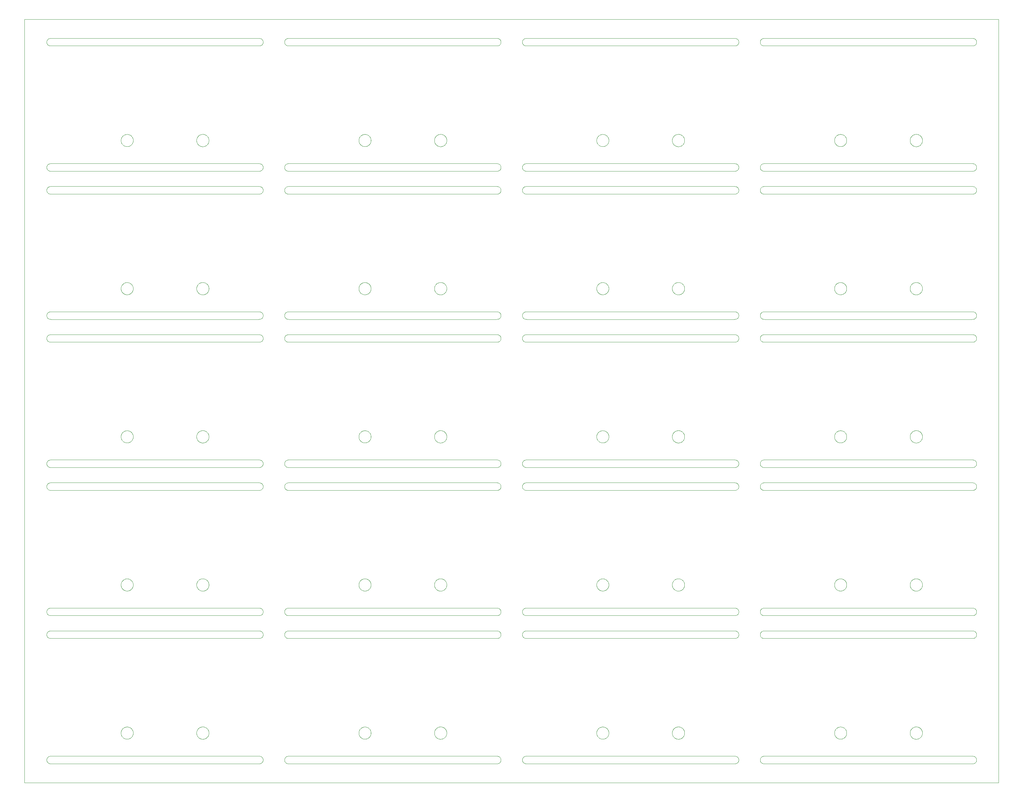
<source format=gbr>
%TF.GenerationSoftware,KiCad,Pcbnew,7.0.6+dfsg-1*%
%TF.CreationDate,2023-08-24T18:37:54+02:00*%
%TF.ProjectId,USB_panel,5553425f-7061-46e6-956c-2e6b69636164,V1.1*%
%TF.SameCoordinates,Original*%
%TF.FileFunction,Profile,NP*%
%FSLAX46Y46*%
G04 Gerber Fmt 4.6, Leading zero omitted, Abs format (unit mm)*
G04 Created by KiCad (PCBNEW 7.0.6+dfsg-1) date 2023-08-24 18:37:54*
%MOMM*%
%LPD*%
G01*
G04 APERTURE LIST*
%TA.AperFunction,Profile*%
%ADD10C,0.100000*%
%TD*%
G04 APERTURE END LIST*
D10*
X194271951Y-145710902D02*
X194225449Y-145727036D01*
X112677935Y-222755400D02*
X112658959Y-222800816D01*
X152771138Y-151777960D02*
X152747187Y-151735681D01*
X66876321Y-183025916D02*
X66879405Y-182994850D01*
X83985853Y-230040173D02*
X83946125Y-230068152D01*
X208949632Y-111348874D02*
X208994968Y-111366362D01*
X237808355Y-221374889D02*
X237831725Y-221418209D01*
X129489405Y-105371149D02*
X129486321Y-105340083D01*
X69299070Y-142769298D02*
X69341492Y-142794260D01*
X271419251Y-119271974D02*
X271371375Y-119280281D01*
X175376087Y-221867414D02*
X175381296Y-221897194D01*
X130070983Y-145437162D02*
X130033495Y-145405264D01*
X28255145Y-113260302D02*
X28207148Y-113251974D01*
X152771138Y-229753960D02*
X152747187Y-229711681D01*
X129667455Y-143424759D02*
X129682278Y-143397283D01*
X130664475Y-181606068D02*
X130712046Y-181593427D01*
X209381390Y-228616952D02*
X209411285Y-228655259D01*
X194491779Y-67635862D02*
X194448174Y-67658695D01*
X145837596Y-117292198D02*
X145960534Y-117298238D01*
X271735072Y-41174148D02*
X271692794Y-41198099D01*
X172774872Y-142944037D02*
X172798374Y-142925021D01*
X257950819Y-66262820D02*
X257948385Y-66311981D01*
X28112906Y-80260368D02*
X28066767Y-80245125D01*
X174448070Y-142714978D02*
X174492751Y-142735626D01*
X257450769Y-223332985D02*
X257428022Y-223354367D01*
X146991342Y-229147963D02*
X146994917Y-229196423D01*
X84291059Y-73716278D02*
X84269212Y-73759681D01*
X146429390Y-41219946D02*
X146384968Y-41239637D01*
X255419939Y-223509254D02*
X255379483Y-223481216D01*
X146472794Y-152142099D02*
X146429390Y-152163946D01*
X256249892Y-145807198D02*
X256200764Y-145804156D01*
X49776963Y-145250149D02*
X49743697Y-145286427D01*
X152955445Y-74026539D02*
X152920253Y-73993033D01*
X112611725Y-143442209D02*
X112625417Y-143469163D01*
X237793347Y-67017353D02*
X237767863Y-67059464D01*
X69762672Y-145202232D02*
X69731240Y-145240112D01*
X192680983Y-220904837D02*
X192705253Y-220885200D01*
X83447464Y-156295784D02*
X83541254Y-156309697D01*
X90115340Y-39901721D02*
X90137187Y-39858318D01*
X173136787Y-67671145D02*
X173109344Y-67658462D01*
X271225989Y-80303000D02*
X216230410Y-80303000D01*
X129611623Y-183812248D02*
X129599587Y-183783442D01*
X153241431Y-78398362D02*
X153286767Y-78380874D01*
X132688129Y-65832780D02*
X132695022Y-65863229D01*
X90769737Y-111320671D02*
X90817148Y-111310025D01*
X195286076Y-104773057D02*
X195298129Y-104820780D01*
X21596722Y-34317482D02*
X21596359Y-34317811D01*
X152797134Y-111730987D02*
X152825114Y-111691259D01*
X67307997Y-221048643D02*
X67342150Y-221013198D01*
X27415057Y-79410036D02*
X27411482Y-79361576D01*
X47641807Y-142877186D02*
X47682263Y-142849148D01*
X48036091Y-103682729D02*
X48064653Y-103672819D01*
X130409570Y-223628366D02*
X130365413Y-223606619D01*
X130821228Y-103594125D02*
X130869814Y-103586245D01*
X235384872Y-67445962D02*
X235347384Y-67414065D01*
X257729465Y-106015686D02*
X257703981Y-106057797D01*
X175397167Y-144317143D02*
X175392305Y-144366124D01*
X129766860Y-67129498D02*
X129749395Y-67103621D01*
X146977087Y-151075861D02*
X146985394Y-151123737D01*
X236047528Y-67772324D02*
X236018127Y-67765284D01*
X271649390Y-191151946D02*
X271604968Y-191171637D01*
X111428950Y-223746650D02*
X111428950Y-223746650D01*
X109992892Y-104120773D02*
X110013324Y-104098491D01*
X195172472Y-144905432D02*
X195158333Y-144933266D01*
X153241431Y-156374362D02*
X153286767Y-156356874D01*
X130365413Y-220711380D02*
X130409570Y-220689633D01*
X132044795Y-67534434D02*
X132019136Y-67552218D01*
X175315605Y-66728926D02*
X175298897Y-66775225D01*
X236804604Y-145738959D02*
X236756736Y-145750420D01*
X48373918Y-223752155D02*
X48343966Y-223748054D01*
X215640546Y-195481826D02*
X215680274Y-195453847D01*
X215435114Y-78723259D02*
X215465009Y-78684952D01*
X255884475Y-145747931D02*
X255854511Y-145739169D01*
X194694544Y-142884595D02*
X194719293Y-142903625D01*
X257391335Y-142954817D02*
X257428022Y-142987632D01*
X175066993Y-223141753D02*
X175048269Y-223165489D01*
X235746787Y-64742854D02*
X235791965Y-64723317D01*
X27666747Y-39660158D02*
X27700253Y-39624966D01*
X50177167Y-144048856D02*
X50179409Y-144079005D01*
X69677451Y-184287915D02*
X69655789Y-184310396D01*
X215851431Y-191171637D02*
X215807009Y-191151946D01*
X28303250Y-197262229D02*
X28255024Y-197256281D01*
X67286898Y-182083653D02*
X67307997Y-182060643D01*
X193880909Y-145800567D02*
X193831872Y-145804823D01*
X153568935Y-152262215D02*
X153475145Y-152248302D01*
X173485666Y-184746597D02*
X173437528Y-184736324D01*
X68691935Y-106809099D02*
X68660909Y-106812567D01*
X215680274Y-230068152D02*
X215640546Y-230040173D01*
X271926146Y-41025033D02*
X271890954Y-41058539D01*
X271008774Y-156279000D02*
X271057596Y-156280198D01*
X172551228Y-143169129D02*
X172570534Y-143145863D01*
X236173966Y-67796054D02*
X236125379Y-67788174D01*
X27605114Y-157878740D02*
X27577134Y-157839012D01*
X90115340Y-156865721D02*
X90137187Y-156822318D01*
X237309133Y-220830460D02*
X237333981Y-220847681D01*
X47578374Y-103937021D02*
X47617393Y-103907017D01*
X193991518Y-64604574D02*
X194039895Y-64613654D01*
X192769483Y-64884783D02*
X192809939Y-64856745D01*
X215269959Y-190497549D02*
X215259312Y-190450138D01*
X236441740Y-145788635D02*
X236411510Y-145789009D01*
X272158238Y-195943480D02*
X272173480Y-195989619D01*
X83683493Y-228297631D02*
X83729632Y-228312874D01*
X27772239Y-111515721D02*
X27810546Y-111485826D01*
X110721540Y-103657841D02*
X110750557Y-103649356D01*
X192110094Y-183426871D02*
X192105477Y-183395995D01*
X68975710Y-223712536D02*
X68928467Y-223726350D01*
X254969395Y-182274378D02*
X254986860Y-182248501D01*
X235820002Y-142688007D02*
X235866091Y-142670729D01*
X66871128Y-105130183D02*
X66872671Y-105099002D01*
X209439265Y-78762987D02*
X209465261Y-78804039D01*
X111062954Y-184772237D02*
X111032835Y-184769623D01*
X194654795Y-181843565D02*
X194694544Y-181872595D01*
X272140750Y-72914144D02*
X272158238Y-72959480D01*
X271959652Y-72628158D02*
X271991390Y-72664952D01*
X215269959Y-190016450D02*
X215282919Y-189969619D01*
X50139735Y-65837667D02*
X50146410Y-65867153D01*
X271180534Y-152271761D02*
X271057596Y-152277801D01*
X48691102Y-223760941D02*
X48660928Y-223762809D01*
X132208022Y-142987632D02*
X132230769Y-143009014D01*
X84384917Y-40373576D02*
X84381342Y-40422036D01*
X173642835Y-106793623D02*
X173593918Y-106788155D01*
X192181142Y-143645795D02*
X192191739Y-143616429D01*
X49963347Y-144993353D02*
X49937863Y-145035464D01*
X175256617Y-182501585D02*
X175268959Y-182529183D01*
X236282954Y-220557762D02*
X236332081Y-220554720D01*
X146739652Y-72628158D02*
X146771390Y-72664952D01*
X131110307Y-184796965D02*
X131061090Y-184796356D01*
X90115340Y-79736278D02*
X90095649Y-79691855D01*
X50182591Y-222183610D02*
X50181843Y-222213833D01*
X90078161Y-229578519D02*
X90062919Y-229532380D01*
X129706713Y-183999444D02*
X129682278Y-183956716D01*
X47300744Y-65231774D02*
X47331228Y-65193129D01*
X66871128Y-66271816D02*
X66869910Y-66222609D01*
X129481128Y-222223816D02*
X129479910Y-222174609D01*
X256330307Y-220533034D02*
X256361524Y-220533421D01*
X215357187Y-118767681D02*
X215335340Y-118724278D01*
X208619116Y-230244178D02*
X208570534Y-230247761D01*
X255230226Y-67408451D02*
X255194362Y-67374739D01*
X271229116Y-74292178D02*
X271180534Y-74295761D01*
X209082794Y-156415900D02*
X209125072Y-156439851D01*
X112113981Y-67518318D02*
X112089133Y-67535539D01*
X67400226Y-103993548D02*
X67423495Y-103972735D01*
X46986238Y-183393533D02*
X46980165Y-183344687D01*
X192877822Y-67600400D02*
X192836030Y-67574397D01*
X209587087Y-73486138D02*
X209576440Y-73533549D01*
X257329293Y-223438374D02*
X257304544Y-223457404D01*
X237129872Y-142748984D02*
X237173477Y-142771816D01*
X48974604Y-103639040D02*
X49003822Y-103646804D01*
X255230226Y-223360451D02*
X255194362Y-223326739D01*
X216230410Y-158279000D02*
X216230410Y-158279000D01*
X172256632Y-222614289D02*
X172243403Y-222566878D01*
X254702671Y-222063002D02*
X254706321Y-222013916D01*
X256120745Y-67819988D02*
X256089814Y-67815754D01*
X236047528Y-181605675D02*
X236095666Y-181595402D01*
X256649895Y-220565654D02*
X256680426Y-220572170D01*
X27700253Y-72592966D02*
X27735445Y-72559460D01*
X27605114Y-72703259D02*
X27635009Y-72664952D01*
X47254076Y-184081928D02*
X47237164Y-184056869D01*
X110317529Y-106545452D02*
X110292263Y-106528851D01*
X132341240Y-106252112D02*
X132320717Y-106275637D01*
X49796838Y-104150631D02*
X49828269Y-104188510D01*
X67657822Y-106588400D02*
X67616030Y-106562397D01*
X237706513Y-104251634D02*
X237724040Y-104276267D01*
X91055865Y-156286238D02*
X91178803Y-156280198D01*
X175235417Y-65493163D02*
X175256617Y-65537585D01*
X271735072Y-111431851D02*
X271776125Y-111457847D01*
X234820709Y-221906567D02*
X234829189Y-221858081D01*
X237976410Y-66546846D02*
X237969735Y-66576332D01*
X69341492Y-181782260D02*
X69368000Y-181798752D01*
X192181142Y-222696204D02*
X192165585Y-222649506D01*
X130409570Y-103725633D02*
X130437909Y-103712537D01*
X27505340Y-111857721D02*
X27527187Y-111814318D01*
X208809251Y-195306025D02*
X208856662Y-195316671D01*
X131951492Y-64818260D02*
X131978000Y-64834752D01*
X109671032Y-104664102D02*
X109681294Y-104635665D01*
X209548238Y-229578519D02*
X209530750Y-229623855D01*
X49228070Y-181702978D02*
X49272751Y-181723626D01*
X27933605Y-156415900D02*
X27977009Y-156394053D01*
X173331540Y-103657841D02*
X173360557Y-103649356D01*
X27666747Y-228580158D02*
X27700253Y-228544966D01*
X109710798Y-66840101D02*
X109699142Y-66812206D01*
X236570139Y-181573314D02*
X236600184Y-181576673D01*
X172657477Y-143051046D02*
X172678986Y-143029801D01*
X91010410Y-197267000D02*
X91010410Y-197267000D01*
X68339662Y-223777456D02*
X68339662Y-223777456D01*
X174963697Y-145286427D02*
X174942720Y-145308197D01*
X195305022Y-105538770D02*
X195298129Y-105569219D01*
X131460426Y-67793829D02*
X131429895Y-67800345D01*
X256490909Y-103577432D02*
X256521935Y-103580900D01*
X112297701Y-104035213D02*
X112332720Y-104069802D01*
X153571710Y-72304195D02*
X153620410Y-72303000D01*
X110068986Y-67360198D02*
X110047477Y-67338953D01*
X174146736Y-223726420D02*
X174117169Y-223732730D01*
X193991518Y-103592574D02*
X194039895Y-103601654D01*
X69228174Y-145634695D02*
X69200167Y-145648489D01*
X175399409Y-105298994D02*
X175397167Y-105329143D01*
X129495477Y-104970004D02*
X129500094Y-104939128D01*
X129814119Y-145170585D02*
X129795396Y-145145604D01*
X27850274Y-230068152D02*
X27810546Y-230040173D01*
X215851431Y-111366362D02*
X215896767Y-111348874D01*
X193352407Y-145767841D02*
X193322046Y-145760572D01*
X70016714Y-105769999D02*
X70005393Y-105799094D01*
X48611740Y-67812635D02*
X48581510Y-67813009D01*
X146199251Y-39354025D02*
X146246662Y-39364671D01*
X255354272Y-184474803D02*
X255315253Y-184444799D01*
X234930798Y-104561898D02*
X234950892Y-104516966D01*
X173722081Y-106799279D02*
X173672954Y-106796237D01*
X90062919Y-73005619D02*
X90078161Y-72959480D01*
X146151375Y-119280281D02*
X146103149Y-119286229D01*
X27933605Y-41198099D02*
X27891327Y-41174148D01*
X209244160Y-113046278D02*
X209205853Y-113076173D01*
X237606963Y-65139850D02*
X237626838Y-65162631D01*
X27468161Y-151602519D02*
X27452919Y-151556380D01*
X192877822Y-145576400D02*
X192836030Y-145550397D01*
X129500094Y-182915128D02*
X129508575Y-182866643D01*
X216398803Y-117292198D02*
X216447625Y-117291000D01*
X237925605Y-221637073D02*
X237935160Y-221665755D01*
X257485789Y-67346396D02*
X257450769Y-67380985D01*
X49003822Y-223707195D02*
X48974604Y-223714959D01*
X238002305Y-66023875D02*
X238007167Y-66072856D01*
X48897169Y-184744730D02*
X48848793Y-184753810D01*
X84060954Y-158022539D02*
X84024160Y-158054278D01*
X90187134Y-40875012D02*
X90161138Y-40833960D01*
X69914963Y-65413414D02*
X69938333Y-65456733D01*
X152855009Y-157917047D02*
X152825114Y-157878740D01*
X236833822Y-67755195D02*
X236804604Y-67762959D01*
X236173966Y-103605945D02*
X236203918Y-103601844D01*
X129489405Y-66383149D02*
X129486321Y-66352083D01*
X109766205Y-105944202D02*
X109743913Y-105900318D01*
X175235417Y-144896836D02*
X175221725Y-144923790D01*
X69200167Y-67672489D02*
X69155486Y-67693137D01*
X47170559Y-222934809D02*
X47156205Y-222908202D01*
X216085145Y-113260302D02*
X216037148Y-113251974D01*
X129489405Y-222335149D02*
X129486321Y-222304083D01*
X208447596Y-156280198D02*
X208570534Y-156286238D01*
X192620226Y-184372451D02*
X192584362Y-184338739D01*
X215721327Y-191106148D02*
X215680274Y-191080152D01*
X112729558Y-104748824D02*
X112737683Y-104777944D01*
X67139395Y-143286378D02*
X67156860Y-143260501D01*
X47682263Y-145516851D02*
X47641807Y-145488813D01*
X192744272Y-64903196D02*
X192769483Y-64884783D01*
X237058070Y-106663021D02*
X237030321Y-106675021D01*
X49412328Y-67578539D02*
X49369905Y-67603500D01*
X195193672Y-105873009D02*
X195172472Y-105917432D01*
X84384917Y-73244423D02*
X84386109Y-73293000D01*
X132548333Y-221408733D02*
X132562472Y-221436567D01*
X47133913Y-183876318D02*
X47120892Y-183849033D01*
X67156860Y-65284501D02*
X67185396Y-65244395D01*
X83541375Y-119280281D02*
X83493149Y-119286229D01*
X109655475Y-65722800D02*
X109671032Y-65676102D01*
X130267822Y-103801599D02*
X130294729Y-103785767D01*
X90245009Y-118929047D02*
X90215114Y-118890740D01*
X235719344Y-142731537D02*
X235746787Y-142718854D01*
X47100798Y-65573898D02*
X47120892Y-65528966D01*
X47071294Y-144742334D02*
X47061032Y-144713897D01*
X132483981Y-182308202D02*
X132509465Y-182350313D01*
X172927529Y-145533452D02*
X172902263Y-145516851D01*
X47617393Y-181883017D02*
X47641807Y-181865186D01*
X131909070Y-67620701D02*
X131881779Y-67635862D01*
X234875475Y-221674800D02*
X234891032Y-221628102D01*
X132467161Y-106084098D02*
X132439626Y-106124897D01*
X194982672Y-67226232D02*
X194951240Y-67264112D01*
X83541254Y-113260302D02*
X83447464Y-113274215D01*
X132372672Y-184190232D02*
X132341240Y-184228112D01*
X83636662Y-117340671D02*
X83683493Y-117353631D01*
X146339632Y-113213125D02*
X146293493Y-113228368D01*
X145788774Y-195267000D02*
X145837596Y-195268198D01*
X172602892Y-106269226D02*
X172570534Y-106232136D01*
X215251005Y-79167737D02*
X215259312Y-79119861D01*
X192277455Y-183929240D02*
X192255164Y-183885356D01*
X192975413Y-103747380D02*
X193019570Y-103725633D01*
X50182591Y-66231610D02*
X50181843Y-66261833D01*
X91178803Y-78304198D02*
X91227625Y-78303000D01*
X84024160Y-152034278D02*
X83985853Y-152064173D01*
X146739652Y-228580158D02*
X146771390Y-228616952D01*
X175066993Y-182188246D02*
X175096513Y-182227634D01*
X146634160Y-113046278D02*
X146595853Y-113076173D01*
X50172305Y-66390124D02*
X50168575Y-66420125D01*
X83683493Y-41272368D02*
X83636662Y-41285328D01*
X172798374Y-67464978D02*
X172774872Y-67445962D01*
X257744963Y-182377414D02*
X257768333Y-182420733D01*
X215245057Y-112378036D02*
X215241482Y-112329576D01*
X130199939Y-181820745D02*
X130226030Y-181803602D01*
X130010226Y-184372451D02*
X129974362Y-184338739D01*
X152920253Y-39624966D02*
X152955445Y-39591460D01*
X215565445Y-156555460D02*
X215602239Y-156523721D01*
X49876513Y-104251634D02*
X49894040Y-104276267D01*
X21605472Y-34315000D02*
X21605227Y-34315003D01*
X131661951Y-181643097D02*
X131691184Y-181654056D01*
X194448174Y-184622695D02*
X194420167Y-184636489D01*
X195031526Y-106150334D02*
X195002007Y-106189721D01*
X28066767Y-119233125D02*
X28021431Y-119215637D01*
X152672919Y-196564380D02*
X152659959Y-196517549D01*
X110127384Y-223366065D02*
X110104851Y-223345910D01*
X257782472Y-222881432D02*
X257768333Y-222909266D01*
X215407134Y-118851012D02*
X215381138Y-118809960D01*
X195314699Y-222454509D02*
X195305022Y-222502770D01*
X237866617Y-105864414D02*
X237845417Y-105908836D01*
X209166125Y-78489847D02*
X209205853Y-78517826D01*
X272197087Y-118494138D02*
X272186440Y-118541549D01*
X193352407Y-67791841D02*
X193322046Y-67784572D01*
X90345445Y-197010539D02*
X90310253Y-196977033D01*
X256010544Y-106790115D02*
X255962407Y-106779841D01*
X256985486Y-64720862D02*
X257030167Y-64741510D01*
X146670954Y-39591460D02*
X146706146Y-39624966D01*
X67072278Y-221373283D02*
X67096713Y-221330555D01*
X110750557Y-103649356D02*
X110798127Y-103636715D01*
X256805710Y-142629463D02*
X256835449Y-142638963D01*
X254701128Y-144247816D02*
X254699910Y-144198609D01*
X48770184Y-106789326D02*
X48740139Y-106792685D01*
X272121059Y-40748278D02*
X272099212Y-40791681D01*
X193274475Y-181606068D02*
X193322046Y-181593427D01*
X195253421Y-183699700D02*
X195236714Y-183745999D01*
X152955445Y-117567460D02*
X152992239Y-117535721D01*
X215989737Y-150308671D02*
X216037148Y-150298025D01*
X255703088Y-142681000D02*
X255732040Y-142669320D01*
X67755413Y-67654619D02*
X67727756Y-67640136D01*
X84129652Y-118965841D02*
X84096146Y-119001033D01*
X193800712Y-67830753D02*
X193751524Y-67832578D01*
X257561240Y-104137887D02*
X257592672Y-104175767D01*
X27415057Y-190354036D02*
X27411482Y-190305576D01*
X67827909Y-64724537D02*
X67873088Y-64705000D01*
X152920253Y-196977033D02*
X152886747Y-196941841D01*
X175376087Y-183462585D02*
X175366410Y-183510846D01*
X174038950Y-220571349D02*
X174068793Y-220576189D01*
X66898575Y-66511356D02*
X66890094Y-66462871D01*
X129722877Y-184026154D02*
X129706713Y-183999444D01*
X109646632Y-221703710D02*
X109655475Y-221674800D01*
X173593918Y-181577844D02*
X173642835Y-181572376D01*
X235675187Y-103765284D02*
X235719344Y-103743537D01*
X67902040Y-142669320D02*
X67948129Y-142652042D01*
X278025812Y-235254583D02*
X278026282Y-235254440D01*
X153286767Y-152201125D02*
X153241431Y-152183637D01*
X172192034Y-66271322D02*
X172190817Y-66222116D01*
X172430646Y-106039402D02*
X172414994Y-106013537D01*
X21599202Y-34315912D02*
X21598758Y-34316122D01*
X173672954Y-220557762D02*
X173722081Y-220554720D01*
X132653288Y-144682081D02*
X132643421Y-144711700D01*
X90115340Y-40748278D02*
X90095649Y-40703855D01*
X256441872Y-145804823D02*
X256410712Y-145806753D01*
X152992239Y-74058278D02*
X152955445Y-74026539D01*
X67035164Y-143468643D02*
X67057455Y-143424759D01*
X49722720Y-145308197D02*
X49687701Y-145342786D01*
X235067164Y-106080869D02*
X235040646Y-106039402D01*
X174271065Y-103660618D02*
X174299864Y-103669818D01*
X255253495Y-106417264D02*
X255230226Y-106396451D01*
X215259312Y-151075861D02*
X215269959Y-151028450D01*
X67254539Y-223209256D02*
X67234604Y-223185230D01*
X110571965Y-223642682D02*
X110526787Y-223623145D01*
X146151254Y-113260302D02*
X146057464Y-113274215D01*
X235579321Y-223535455D02*
X235537529Y-223509452D01*
X50078897Y-105763225D02*
X50067935Y-105791400D01*
X90676767Y-41257125D02*
X90631431Y-41239637D01*
X110068986Y-104041801D02*
X110104851Y-104008089D01*
X215298161Y-72959480D02*
X215315649Y-72914144D01*
X68819895Y-103601654D02*
X68850426Y-103608170D01*
X68611872Y-106816823D02*
X68580712Y-106818753D01*
X146901059Y-79736278D02*
X146879212Y-79779681D01*
X208447596Y-113289801D02*
X208398774Y-113291000D01*
X27891327Y-230094148D02*
X27850274Y-230068152D01*
X112705605Y-66728926D02*
X112688897Y-66775225D01*
X27810546Y-74088173D02*
X27772239Y-74058278D01*
X254766453Y-66667652D02*
X254753225Y-66620242D01*
X110875666Y-67782597D02*
X110827528Y-67772324D01*
X257951592Y-183195610D02*
X257950819Y-183226820D01*
X152641005Y-190402262D02*
X152635057Y-190354036D01*
X109626001Y-222537566D02*
X109615133Y-222489560D01*
X174699133Y-223487539D02*
X174657997Y-223514568D01*
X256169662Y-103576543D02*
X256200764Y-103573843D01*
X208664689Y-111292195D02*
X208713149Y-111295770D01*
X192877822Y-106588400D02*
X192836030Y-106562397D01*
X111350139Y-142585314D02*
X111380184Y-142588673D01*
X175221725Y-143442209D02*
X175235417Y-143469163D01*
X193720307Y-64581034D02*
X193751524Y-64581421D01*
X209316146Y-196977033D02*
X209280954Y-197010539D01*
X110455187Y-67636715D02*
X110428404Y-67622691D01*
X90161138Y-117792039D02*
X90187134Y-117750987D01*
X111979905Y-181774499D02*
X112022328Y-181799460D01*
X208761254Y-39345697D02*
X208809251Y-39354025D01*
X152631482Y-151220423D02*
X152635057Y-151171963D01*
X90865024Y-150289718D02*
X90913250Y-150283770D01*
X209511059Y-151692278D02*
X209489212Y-151735681D01*
X27891327Y-158138148D02*
X27850274Y-158112152D01*
X209039390Y-119195946D02*
X208994968Y-119215637D01*
X90769737Y-74253328D02*
X90722906Y-74240368D01*
X146384968Y-230159637D02*
X146339632Y-230177125D01*
X47100798Y-182537898D02*
X47120892Y-182492966D01*
X129795396Y-65244395D02*
X129814119Y-65219414D01*
X237986087Y-104903414D02*
X237991296Y-104933194D01*
X146879212Y-112747681D02*
X146855261Y-112789960D01*
X235180534Y-65169863D02*
X235212892Y-65132773D01*
X47071294Y-66766334D02*
X47061032Y-66737897D01*
X208570534Y-78310238D02*
X208619116Y-78313821D01*
X175376087Y-222450585D02*
X175366410Y-222498846D01*
X152688161Y-117967480D02*
X152705649Y-117922144D01*
X47036632Y-66662289D02*
X47023403Y-66614878D01*
X193559662Y-184789456D02*
X193510745Y-184783988D01*
X175141575Y-106072934D02*
X175114040Y-106113732D01*
X194039895Y-223752345D02*
X193991518Y-223761425D01*
X67684729Y-145592232D02*
X67657822Y-145576400D01*
X257835393Y-66811094D02*
X257816417Y-66856510D01*
X90460274Y-150445847D02*
X90501327Y-150419851D01*
X272099212Y-157755681D02*
X272075261Y-157797960D01*
X146670954Y-78579460D02*
X146706146Y-78612966D01*
X109596238Y-183393533D02*
X109590165Y-183344687D01*
X175221725Y-66947790D02*
X175198355Y-66991110D01*
X67423495Y-220936735D02*
X67460983Y-220904837D01*
X130070983Y-223413162D02*
X130033495Y-223381264D01*
X111584604Y-220603040D02*
X111613822Y-220610804D01*
X271926146Y-119001033D02*
X271890954Y-119034539D01*
X209489212Y-228778318D02*
X209511059Y-228821721D01*
X271735072Y-228395851D02*
X271776125Y-228421847D01*
X172414994Y-65388462D02*
X172430646Y-65362597D01*
X256805710Y-67760536D02*
X256758467Y-67774350D01*
X130634511Y-106751169D02*
X130587624Y-106736190D01*
X238002305Y-105011875D02*
X238007167Y-105060856D01*
X215680274Y-72469847D02*
X215721327Y-72443851D01*
X84269212Y-117834318D02*
X84291059Y-117877721D01*
X152635057Y-112378036D02*
X152631482Y-112329576D01*
X27415057Y-40227963D02*
X27421005Y-40179737D01*
X236984674Y-106693435D02*
X236956366Y-106704047D01*
X257507451Y-184287915D02*
X257485789Y-184310396D01*
X112297701Y-223318786D02*
X112275673Y-223339492D01*
X194070426Y-142596170D02*
X194118295Y-142607631D01*
X215942906Y-80260368D02*
X215896767Y-80245125D01*
X235791965Y-184654682D02*
X235746787Y-184635145D01*
X132320717Y-143102362D02*
X132341240Y-143125887D01*
X27977009Y-41219946D02*
X27933605Y-41198099D01*
X83447464Y-78319784D02*
X83541254Y-78333697D01*
X153111327Y-152118148D02*
X153070274Y-152092152D01*
X237986087Y-221867414D02*
X237991296Y-221897194D01*
X50078897Y-104626774D02*
X50095605Y-104673073D01*
X90245009Y-196905047D02*
X90215114Y-196866740D01*
X237102751Y-64759626D02*
X237129872Y-64772984D01*
X173038404Y-142767308D02*
X173065187Y-142753284D01*
X194448174Y-223610695D02*
X194420167Y-223624489D01*
X90021482Y-157240423D02*
X90025057Y-157191963D01*
X215680274Y-228421847D02*
X215721327Y-228395851D01*
X27810546Y-41120173D02*
X27772239Y-41090278D01*
X237517701Y-67366786D02*
X237495673Y-67387492D01*
X109699142Y-105800206D02*
X109681294Y-105754334D01*
X47120892Y-144861033D02*
X47100798Y-144816101D01*
X271604968Y-189342362D02*
X271649390Y-189362053D01*
X129611623Y-104553751D02*
X129631718Y-104508818D01*
X49272751Y-184618373D02*
X49228070Y-184639021D01*
X195031526Y-67162334D02*
X195002007Y-67201721D01*
X27850274Y-195453847D02*
X27891327Y-195427851D01*
X48343966Y-64617945D02*
X48373918Y-64613844D01*
X257428022Y-223354367D02*
X257391335Y-223387182D01*
X215465009Y-229873047D02*
X215435114Y-229834740D01*
X90587009Y-74187946D02*
X90543605Y-74166099D01*
X193431228Y-184771874D02*
X193400544Y-184766115D01*
X175325160Y-221665755D02*
X175339558Y-221712824D01*
X129479910Y-144167390D02*
X129481128Y-144118183D01*
X28021431Y-74207637D02*
X27977009Y-74187946D01*
X215896767Y-150336874D02*
X215942906Y-150321631D01*
X254887455Y-144941240D02*
X254865164Y-144897356D01*
X172457164Y-104309130D02*
X172474076Y-104284071D01*
X152641005Y-112135737D02*
X152649312Y-112087861D01*
X256881951Y-184698902D02*
X256835449Y-184715036D01*
X152747187Y-228778318D02*
X152771138Y-228736039D01*
X68370764Y-145804156D02*
X68339662Y-145801456D01*
X50177167Y-222024856D02*
X50179409Y-222055005D01*
X112386963Y-184238149D02*
X112353697Y-184274427D01*
X109780559Y-182395190D02*
X109804994Y-182352462D01*
X132731592Y-144207610D02*
X132730819Y-144238820D01*
X192769483Y-106517216D02*
X192744272Y-106498803D01*
X195134963Y-105988585D02*
X195119465Y-106015686D01*
X192221623Y-222800248D02*
X192209587Y-222771442D01*
X234810165Y-221985312D02*
X234816238Y-221936466D01*
X50036617Y-104525585D02*
X50048959Y-104553183D01*
X84343480Y-196564380D02*
X84328238Y-196610519D01*
X109633403Y-143775121D02*
X109646632Y-143727710D01*
X146739652Y-111616158D02*
X146771390Y-111652952D01*
X194375486Y-184657137D02*
X194346831Y-184669529D01*
X192316713Y-65378555D02*
X192332877Y-65351845D01*
X234986205Y-222908202D02*
X234963913Y-222864318D01*
X152825114Y-39735259D02*
X152855009Y-39696952D01*
X195314699Y-104899490D02*
X195320078Y-104930243D01*
X111270928Y-220555190D02*
X111301102Y-220557058D01*
X257101779Y-106623862D02*
X257058174Y-106646695D01*
X278033200Y-235242727D02*
X278033200Y-34327272D01*
X236804604Y-103639040D02*
X236833822Y-103646804D01*
X48452954Y-223760237D02*
X48422835Y-223757623D01*
X129500094Y-222414871D02*
X129495477Y-222383995D01*
X174146736Y-184738420D02*
X174117169Y-184744730D01*
X216133250Y-80298229D02*
X216085024Y-80292281D01*
X195093981Y-104332202D02*
X195119465Y-104374313D01*
X195031526Y-184126334D02*
X195002007Y-184165721D01*
X175066993Y-143200246D02*
X175096513Y-143239634D01*
X27429312Y-79119861D02*
X27439959Y-79072450D01*
X215721327Y-156439851D02*
X215763605Y-156415900D01*
X215721327Y-74142148D02*
X215680274Y-74116152D01*
X146293493Y-152216368D02*
X146246662Y-152229328D01*
X209439265Y-157839012D02*
X209411285Y-157878740D01*
X146829265Y-190807012D02*
X146801285Y-190846740D01*
X215807009Y-80207946D02*
X215763605Y-80186099D01*
X257659626Y-182241102D02*
X257687161Y-182281901D01*
X272205394Y-118446262D02*
X272197087Y-118494138D01*
X174723981Y-220847681D02*
X174763730Y-220876711D01*
X129844604Y-104168769D02*
X129864539Y-104144743D01*
X257930078Y-66471756D02*
X257924699Y-66502509D01*
X28207148Y-72322025D02*
X28255024Y-72313718D01*
X146515072Y-197126148D02*
X146472794Y-197150099D01*
X48064653Y-106717180D02*
X48036091Y-106707270D01*
X208664689Y-119289804D02*
X208615989Y-119291000D01*
X111536736Y-184738420D02*
X111507169Y-184744730D01*
X109590165Y-144009312D02*
X109596238Y-143960466D01*
X110646091Y-184683270D02*
X110600002Y-184665992D01*
X257540717Y-67287637D02*
X257507451Y-67323915D01*
X195253421Y-104666299D02*
X195263288Y-104695918D01*
X254745580Y-143800026D02*
X254753225Y-143769757D01*
X110905379Y-184752174D02*
X110875666Y-184746597D01*
X215721327Y-230094148D02*
X215680274Y-230068152D01*
X70111208Y-183356095D02*
X70107357Y-183387076D01*
X109710798Y-182537898D02*
X109730892Y-182492966D01*
X70016714Y-221584000D02*
X70033421Y-221630299D01*
X172623324Y-145279508D02*
X172602892Y-145257226D01*
X195277686Y-105647012D02*
X195263288Y-105694081D01*
X83636662Y-74253328D02*
X83589251Y-74263974D01*
X66876321Y-222013916D02*
X66879405Y-221982850D01*
X272099212Y-156822318D02*
X272121059Y-156865721D01*
X193274475Y-220594068D02*
X193322046Y-220581427D01*
X112782305Y-66023875D02*
X112787167Y-66072856D01*
X131141524Y-145808578D02*
X131110307Y-145808965D01*
X47707529Y-220808547D02*
X47749321Y-220782544D01*
X90020290Y-118301000D02*
X90021482Y-118252423D01*
X130980764Y-223780156D02*
X130949662Y-223777456D01*
X194148467Y-103627649D02*
X194195710Y-103641463D01*
X66961142Y-222696204D02*
X66945585Y-222649506D01*
X67755413Y-181723380D02*
X67799570Y-181701633D01*
X146966440Y-118060450D02*
X146977087Y-118107861D01*
X278026282Y-235254440D02*
X278026744Y-235254275D01*
X172737384Y-64999934D02*
X172774872Y-64968037D01*
X173563966Y-223748054D02*
X173515379Y-223740174D01*
X173360557Y-103649356D02*
X173408127Y-103636715D01*
X129571142Y-65669795D02*
X129581739Y-65640429D01*
X68259814Y-220550245D02*
X68290745Y-220546011D01*
X194375486Y-181684862D02*
X194420167Y-181705510D01*
X192255164Y-222873356D02*
X192241718Y-222845181D01*
X255015396Y-106157604D02*
X254986860Y-106117498D01*
X129974362Y-106362739D02*
X129952150Y-106340801D01*
X112705605Y-182649073D02*
X112715160Y-182677755D01*
X109780559Y-104419190D02*
X109804994Y-104376462D01*
X129555585Y-222649506D02*
X129546453Y-222619652D01*
X153197009Y-189362053D02*
X153241431Y-189342362D01*
X90769737Y-228284671D02*
X90817148Y-228274025D01*
X28207148Y-191227974D02*
X28159737Y-191217328D01*
X237495673Y-104014507D02*
X237517701Y-104035213D01*
X28066767Y-152201125D02*
X28021431Y-152183637D01*
X215602239Y-195511721D02*
X215640546Y-195481826D01*
X146339632Y-189324874D02*
X146384968Y-189342362D01*
X209587087Y-157482138D02*
X209576440Y-157529549D01*
X278025336Y-34315297D02*
X278024855Y-34315201D01*
X132728385Y-144287981D02*
X132726071Y-144319115D01*
X209316146Y-151969033D02*
X209280954Y-152002539D01*
X130159483Y-142860783D02*
X130199939Y-142832745D01*
X172200165Y-66033312D02*
X172206238Y-65984466D01*
X237173477Y-184582183D02*
X237129872Y-184605015D01*
X145788774Y-78303000D02*
X145837596Y-78304198D01*
X278031029Y-34318902D02*
X278030717Y-34318522D01*
X112531575Y-65329065D02*
X112547863Y-65354535D01*
X257450769Y-181997014D02*
X257485789Y-182031603D01*
X272140750Y-117922144D02*
X272158238Y-117967480D01*
X215896767Y-78380874D02*
X215942906Y-78365631D01*
X172353913Y-222864318D02*
X172340892Y-222837033D01*
X109615133Y-182840439D02*
X109626001Y-182792433D01*
X49605961Y-223391899D02*
X49567696Y-223422859D01*
X173990184Y-103600673D02*
X174038950Y-103607349D01*
X132667686Y-221706987D02*
X132676076Y-221737057D01*
X256521935Y-64592900D02*
X256570701Y-64599576D01*
X174723981Y-184482318D02*
X174699133Y-184499539D01*
X209511059Y-156865721D02*
X209530750Y-156910144D01*
X84384917Y-112232423D02*
X84386109Y-112281000D01*
X69762672Y-104175767D02*
X69782007Y-104200278D01*
X216447625Y-152279000D02*
X216398803Y-152277801D01*
X129611623Y-66848248D02*
X129599587Y-66819442D01*
X172206238Y-65984466D02*
X172210709Y-65954567D01*
X132676076Y-65785057D02*
X132688129Y-65832780D01*
X172309142Y-144788206D02*
X172291294Y-144742334D01*
X67460983Y-220904837D02*
X67485253Y-220885200D01*
X47023403Y-182763121D02*
X47036632Y-182715710D01*
X209604917Y-151317576D02*
X209601342Y-151366036D01*
X90161138Y-111772039D02*
X90187134Y-111730987D01*
X48188127Y-106753284D02*
X48140557Y-106740643D01*
X271815853Y-80108173D02*
X271776125Y-80136152D01*
X174885673Y-104014507D02*
X174907701Y-104035213D01*
X237373730Y-184453288D02*
X237333981Y-184482318D01*
X193122040Y-67720679D02*
X193093088Y-67708999D01*
X47089142Y-222764206D02*
X47071294Y-222718334D01*
X130199939Y-220808745D02*
X130226030Y-220791602D01*
X271513493Y-197224368D02*
X271466662Y-197237328D01*
X209125072Y-152118148D02*
X209082794Y-152142099D01*
X175298897Y-65638774D02*
X175315605Y-65685073D01*
X152992239Y-72527721D02*
X153030546Y-72497826D01*
X67799570Y-142713633D02*
X67827909Y-142700537D01*
X27551138Y-112789960D02*
X27527187Y-112747681D01*
X50127683Y-104777944D02*
X50139735Y-104825667D01*
X256805710Y-220605463D02*
X256835449Y-220614963D01*
X152705649Y-190635855D02*
X152688161Y-190590519D01*
X112406838Y-143138631D02*
X112438269Y-143176510D01*
X27452919Y-195989619D02*
X27468161Y-195943480D01*
X27700253Y-195576966D02*
X27735445Y-195543460D01*
X215259312Y-118107861D02*
X215269959Y-118060450D01*
X194118295Y-181595631D02*
X194148467Y-181603649D01*
X28397283Y-152268178D02*
X28348935Y-152262215D01*
X215259312Y-112474138D02*
X215251005Y-112426262D01*
X215282919Y-195989619D02*
X215298161Y-195943480D01*
X194897451Y-104078084D02*
X194930717Y-104114362D01*
X67902040Y-67720679D02*
X67873088Y-67708999D01*
X174763730Y-106477288D02*
X174723981Y-106506318D01*
X193244511Y-181614830D02*
X193274475Y-181606068D01*
X90420546Y-156493826D02*
X90460274Y-156465847D01*
X173331540Y-220621841D02*
X173360557Y-220613356D01*
X153332906Y-195329631D02*
X153379737Y-195316671D01*
X272186440Y-112040450D02*
X272197087Y-112087861D01*
X27505340Y-151692278D02*
X27485649Y-151647855D01*
X48660928Y-184774809D02*
X48611740Y-184776635D01*
X131838174Y-103743304D02*
X131881779Y-103766137D01*
X49437997Y-145538568D02*
X49412328Y-145554539D01*
X67001623Y-144824248D02*
X66989587Y-144795442D01*
X195341592Y-183195610D02*
X195340819Y-183226820D01*
X192105477Y-221934004D02*
X192110094Y-221903128D01*
X256249892Y-223783198D02*
X256200764Y-223780156D01*
X130980764Y-64585843D02*
X131029892Y-64582801D01*
X237831725Y-221418209D02*
X237845417Y-221445163D01*
X84384917Y-151220423D02*
X84386109Y-151269000D01*
X215465009Y-72664952D02*
X215496747Y-72628158D01*
X112611725Y-222899790D02*
X112588355Y-222943110D01*
X257803672Y-65528990D02*
X257816417Y-65557489D01*
X272049265Y-195726987D02*
X272075261Y-195768039D01*
X271959652Y-229909841D02*
X271926146Y-229945033D01*
X271604968Y-228330362D02*
X271649390Y-228350053D01*
X209601342Y-40227963D02*
X209604917Y-40276423D01*
X67902040Y-184684679D02*
X67873088Y-184672999D01*
X172502613Y-145134034D02*
X172474076Y-145093928D01*
X174825961Y-106427899D02*
X174787696Y-106458859D01*
X69598022Y-65011632D02*
X69620769Y-65033014D01*
X48343966Y-181581945D02*
X48373918Y-181577844D01*
X209082794Y-39451900D02*
X209125072Y-39475851D01*
X90137187Y-117834318D02*
X90161138Y-117792039D01*
X132467161Y-143293901D02*
X132483981Y-143320202D01*
X255419939Y-145533254D02*
X255379483Y-145505216D01*
X27421005Y-73438262D02*
X27415057Y-73390036D01*
X90460274Y-72469847D02*
X90501327Y-72443851D01*
X174848986Y-103981692D02*
X174885673Y-104014507D01*
X236956366Y-184680047D02*
X236909864Y-184696181D01*
X27415057Y-73390036D02*
X27411482Y-73341576D01*
X132509465Y-221338313D02*
X132524963Y-221365414D01*
X255854511Y-181614830D02*
X255884475Y-181606068D01*
X192705253Y-223432799D02*
X192680983Y-223413162D01*
X49154674Y-142684564D02*
X49200321Y-142702978D01*
X215496747Y-118965841D02*
X215465009Y-118929047D01*
X271649390Y-152163946D02*
X271604968Y-152183637D01*
X175325160Y-182677755D02*
X175339558Y-182724824D01*
X129555585Y-143692493D02*
X129571142Y-143645795D01*
X235288986Y-65053801D02*
X235324851Y-65020089D01*
X257264795Y-64879565D02*
X257304544Y-64908595D01*
X90187134Y-151819012D02*
X90161138Y-151777960D01*
X175287935Y-222755400D02*
X175268959Y-222800816D01*
X90345445Y-113014539D02*
X90310253Y-112981033D01*
X28021431Y-111366362D02*
X28066767Y-111348874D01*
X193431228Y-142582125D02*
X193479814Y-142574245D01*
X90345445Y-158022539D02*
X90310253Y-157989033D01*
X256169662Y-145801456D02*
X256120745Y-145795988D01*
X83444689Y-119289804D02*
X83395989Y-119291000D01*
X111112081Y-64602720D02*
X111142293Y-64601599D01*
X130159483Y-184493216D02*
X130134272Y-184474803D01*
X67799570Y-223628366D02*
X67755413Y-223606619D01*
X131585710Y-223712536D02*
X131538467Y-223726350D01*
X173485666Y-181595402D02*
X173515379Y-181589825D01*
X237897935Y-222755400D02*
X237878959Y-222800816D01*
X235512263Y-142849148D02*
X235537529Y-142832547D01*
X90115340Y-72869721D02*
X90137187Y-72826318D01*
X237242328Y-184542539D02*
X237199905Y-184567500D01*
X83905072Y-150419851D02*
X83946125Y-150445847D01*
X48452954Y-64605762D02*
X48502081Y-64602720D01*
X195253421Y-144711700D02*
X195236714Y-144757999D01*
X67684729Y-184580232D02*
X67657822Y-184564400D01*
X256985486Y-67693137D02*
X256956831Y-67705529D01*
X132019136Y-220813781D02*
X132044795Y-220831565D01*
X48848793Y-142600189D02*
X48897169Y-142609269D01*
X110428404Y-64791308D02*
X110455187Y-64777284D01*
X67035164Y-104480643D02*
X67057455Y-104436759D01*
X131381518Y-181568574D02*
X131429895Y-181577654D01*
X90276747Y-196941841D02*
X90245009Y-196905047D01*
X83862794Y-113154099D02*
X83819390Y-113175946D01*
X132596417Y-65557489D02*
X132615393Y-65602905D01*
X257729465Y-104374313D02*
X257744963Y-104401414D01*
X68660909Y-181553432D02*
X68691935Y-181556900D01*
X195305022Y-143839229D02*
X195314699Y-143887490D01*
X69952472Y-221436567D02*
X69973672Y-221480990D01*
X48452954Y-181569762D02*
X48502081Y-181566720D01*
X110317529Y-223509452D02*
X110292263Y-223492851D01*
X67977624Y-184712190D02*
X67948129Y-184701957D01*
X209601342Y-79215963D02*
X209604917Y-79264423D01*
X47133913Y-104489681D02*
X47156205Y-104445797D01*
X237102751Y-145630373D02*
X237058070Y-145651021D01*
X47120892Y-143504966D02*
X47133913Y-143477681D01*
X257561240Y-184228112D02*
X257540717Y-184251637D01*
X111112081Y-145787279D02*
X111062954Y-145784237D01*
X84310750Y-195898144D02*
X84328238Y-195943480D01*
X110047477Y-143051046D02*
X110068986Y-143029801D01*
X112791843Y-222213833D02*
X112789409Y-222262994D01*
X257863421Y-221630299D02*
X257873288Y-221659918D01*
X112749735Y-144552332D02*
X112737683Y-144600055D01*
X192506898Y-67294346D02*
X192474539Y-67257256D01*
X209563480Y-73005619D02*
X209576440Y-73052450D01*
X83946125Y-39501847D02*
X83985853Y-39529826D01*
X84161390Y-112909047D02*
X84129652Y-112945841D01*
X90276747Y-79977841D02*
X90245009Y-79941047D01*
X193510745Y-103582011D02*
X193559662Y-103576543D01*
X132287451Y-221042084D02*
X132320717Y-221078362D01*
X173360557Y-181625356D02*
X173408127Y-181612715D01*
X84219265Y-117750987D02*
X84245261Y-117792039D01*
X112153730Y-103912711D02*
X112177696Y-103931140D01*
X256985486Y-142696862D02*
X257030167Y-142717510D01*
X28303250Y-150283770D02*
X28351710Y-150280195D01*
X49846993Y-106177753D02*
X49828269Y-106201489D01*
X28021431Y-189342362D02*
X28066767Y-189324874D01*
X255290983Y-145437162D02*
X255253495Y-145405264D01*
X209563480Y-157576380D02*
X209548238Y-157622519D01*
X146991342Y-112183963D02*
X146994917Y-112232423D01*
X27421005Y-73147737D02*
X27429312Y-73099861D01*
X193047909Y-181688537D02*
X193093088Y-181669000D01*
X90031005Y-190402262D02*
X90025057Y-190354036D01*
X83395989Y-41315000D02*
X28400410Y-41315000D01*
X152797134Y-117750987D02*
X152825114Y-117711259D01*
X236411510Y-142576990D02*
X236441740Y-142577364D01*
X132421526Y-106150334D02*
X132392007Y-106189721D01*
X215640546Y-197072173D02*
X215602239Y-197042278D01*
X172602892Y-67281226D02*
X172570534Y-67244136D01*
X27439959Y-79553549D02*
X27429312Y-79506138D01*
X90276747Y-156624158D02*
X90310253Y-156588966D01*
X192099405Y-182994850D02*
X192105477Y-182946004D01*
X152825114Y-190846740D02*
X152797134Y-190807012D01*
X109766205Y-222908202D02*
X109743913Y-222864318D01*
X172927529Y-181820547D02*
X172969321Y-181794544D01*
X153837625Y-152279000D02*
X153788803Y-152277801D01*
X215245057Y-73390036D02*
X215241482Y-73341576D01*
X50156087Y-65915414D02*
X50161296Y-65945194D01*
X90095649Y-118679855D02*
X90078161Y-118634519D01*
X112729558Y-183617175D02*
X112715160Y-183664244D01*
X192809939Y-64856745D02*
X192836030Y-64839602D01*
X69952472Y-183893432D02*
X69938333Y-183921266D01*
X173038404Y-145598691D02*
X172995377Y-145574787D01*
X215530253Y-112981033D02*
X215496747Y-112945841D01*
X195049626Y-143253102D02*
X195077161Y-143293901D01*
X146985394Y-196131737D02*
X146991342Y-196179963D01*
X271926146Y-195576966D02*
X271959652Y-195612158D01*
X234803530Y-183265517D02*
X234802034Y-183235322D01*
X234807179Y-144326603D02*
X234803530Y-144277517D01*
X174723981Y-142871681D02*
X174763730Y-142900711D01*
X215298161Y-157622519D02*
X215282919Y-157576380D01*
X27415057Y-157386036D02*
X27411482Y-157337576D01*
X255172150Y-67352801D02*
X255137997Y-67317356D01*
X237458986Y-103981692D02*
X237495673Y-104014507D01*
X67156860Y-145105498D02*
X67139395Y-145079621D01*
X153153605Y-80186099D02*
X153111327Y-80162148D01*
X27700253Y-112981033D02*
X27666747Y-112945841D01*
X271229116Y-117301821D02*
X271277464Y-117307784D01*
X83178774Y-113291000D02*
X28617625Y-113291000D01*
X238009409Y-66103005D02*
X238011843Y-66152166D01*
X215269959Y-112040450D02*
X215282919Y-111993619D01*
X254699910Y-66222609D02*
X254699910Y-66191390D01*
X84328238Y-79646519D02*
X84310750Y-79691855D01*
X215565445Y-190990539D02*
X215530253Y-190957033D01*
X257908129Y-183545219D02*
X257896076Y-183592942D01*
X235084076Y-184081928D02*
X235067164Y-184056869D01*
X83819390Y-39430053D02*
X83862794Y-39451900D01*
X237199905Y-145579500D02*
X237173477Y-145594183D01*
X110983918Y-181577844D02*
X111032835Y-181572376D01*
X173990184Y-223753326D02*
X173960139Y-223756685D01*
X48581510Y-67813009D02*
X48532293Y-67812400D01*
X111191510Y-223765009D02*
X111142293Y-223764400D01*
X131951492Y-103806260D02*
X131978000Y-103822752D01*
X172320798Y-66840101D02*
X172309142Y-66812206D01*
X272075261Y-118809960D02*
X272049265Y-118851012D01*
X83905072Y-80162148D02*
X83862794Y-80186099D01*
X257129070Y-103781298D02*
X257171492Y-103806260D01*
X237373730Y-103912711D02*
X237397696Y-103931140D01*
X112792591Y-222134389D02*
X112792591Y-222183610D01*
X257816417Y-144832510D02*
X257803672Y-144861009D01*
X112778575Y-144396125D02*
X112771296Y-144444805D01*
X254720094Y-221903128D02*
X254728575Y-221854643D01*
X50179409Y-105298994D02*
X50177167Y-105329143D01*
X209489212Y-189790318D02*
X209511059Y-189833721D01*
X172623324Y-65110491D02*
X172657477Y-65075046D01*
X194818022Y-65011632D02*
X194840769Y-65033014D01*
X193122040Y-64693320D02*
X193168129Y-64676042D01*
X131538467Y-223726350D02*
X131508295Y-223734368D01*
X194840769Y-184344985D02*
X194818022Y-184366367D01*
X173065187Y-64777284D02*
X173109344Y-64755537D01*
X255290983Y-181916837D02*
X255315253Y-181897200D01*
X215851431Y-156374362D02*
X215896767Y-156356874D01*
X27891327Y-191106148D02*
X27850274Y-191080152D01*
X152886747Y-157953841D02*
X152855009Y-157917047D01*
X215602239Y-158054278D02*
X215565445Y-158022539D01*
X192332877Y-145038154D02*
X192316713Y-145011444D01*
X175399409Y-183067005D02*
X175401843Y-183116166D01*
X49937863Y-143330535D02*
X49963347Y-143372646D01*
X112792591Y-105219610D02*
X112791843Y-105249833D01*
X27411482Y-229293576D02*
X27410290Y-229244999D01*
X27505340Y-40748278D02*
X27485649Y-40703855D01*
X68024511Y-103638830D02*
X68054475Y-103630068D01*
X111301102Y-181569058D02*
X111350139Y-181573314D01*
X131691184Y-67723943D02*
X131661951Y-67734902D01*
X146384968Y-113195637D02*
X146339632Y-113213125D01*
X153379737Y-195316671D02*
X153427148Y-195306025D01*
X256169662Y-220540543D02*
X256200764Y-220537843D01*
X175366410Y-222498846D02*
X175359735Y-222528332D01*
X90039312Y-157482138D02*
X90031005Y-157434262D01*
X254715477Y-104970004D02*
X254720094Y-104939128D01*
X152659959Y-79072450D02*
X152672919Y-79025619D01*
X209166125Y-197100152D02*
X209125072Y-197126148D01*
X235040646Y-223003402D02*
X235024994Y-222977537D01*
X153030546Y-150473826D02*
X153070274Y-150445847D01*
X132392007Y-184165721D02*
X132372672Y-184190232D01*
X112332720Y-182045802D02*
X112353697Y-182067572D01*
X90460274Y-197100152D02*
X90420546Y-197072173D01*
X237969735Y-182801667D02*
X237976410Y-182831153D01*
X146966440Y-79072450D02*
X146977087Y-79119861D01*
X175016838Y-106239368D02*
X174996963Y-106262149D01*
X174942720Y-106320197D02*
X174907701Y-106354786D01*
X70085022Y-222502770D02*
X70078129Y-222533219D01*
X271057596Y-39316198D02*
X271180534Y-39322238D01*
X109960534Y-65169863D02*
X109992892Y-65132773D01*
X236648950Y-184758650D02*
X236600184Y-184765326D01*
X84343480Y-190544380D02*
X84328238Y-190590519D01*
X112547863Y-106047464D02*
X112531575Y-106072934D01*
X208619116Y-191256178D02*
X208570534Y-191259761D01*
X132726071Y-66070884D02*
X132728385Y-66102018D01*
X173911102Y-142581058D02*
X173960139Y-142585314D01*
X90913250Y-158274229D02*
X90865024Y-158268281D01*
X132467161Y-145072098D02*
X132439626Y-145112897D01*
X70107357Y-144399076D02*
X70100078Y-144447756D01*
X173136787Y-184635145D02*
X173109344Y-184622462D01*
X112531575Y-182293065D02*
X112547863Y-182318535D01*
X193751524Y-181545421D02*
X193800712Y-181547246D01*
X175366410Y-105534846D02*
X175359735Y-105564332D01*
X271274689Y-72304195D02*
X271323149Y-72307770D01*
X91007283Y-152268178D02*
X90958935Y-152262215D01*
X256410712Y-64583246D02*
X256441872Y-64585176D01*
X66871128Y-183235816D02*
X66869910Y-183186609D01*
X272140750Y-39946144D02*
X272158238Y-39991480D01*
X49299872Y-64772984D02*
X49343477Y-64795816D01*
X47990002Y-145677992D02*
X47961965Y-145666682D01*
X209280954Y-39591460D02*
X209316146Y-39624966D01*
X152771138Y-112789960D02*
X152747187Y-112747681D01*
X27635009Y-78684952D02*
X27666747Y-78648158D01*
X257915022Y-66550770D02*
X257908129Y-66581219D01*
X235970557Y-220613356D02*
X236018127Y-220600715D01*
X49200321Y-67687021D02*
X49154674Y-67705435D01*
X272099212Y-228778318D02*
X272121059Y-228821721D01*
X194301184Y-223675943D02*
X194271951Y-223686902D01*
X193352407Y-103610158D02*
X193400544Y-103599884D01*
X254728575Y-105499356D02*
X254720094Y-105450871D01*
X28400410Y-150279000D02*
X83395989Y-150279000D01*
X48532293Y-103589599D02*
X48581510Y-103588990D01*
X257729465Y-143362313D02*
X257744963Y-143389414D01*
X90078161Y-73626519D02*
X90062919Y-73580380D01*
X208570534Y-39322238D02*
X208619116Y-39325821D01*
X27452919Y-189969619D02*
X27468161Y-189923480D01*
X175048269Y-67213489D02*
X175016838Y-67251368D01*
X255172150Y-223304801D02*
X255137997Y-223269356D01*
X90021482Y-40276423D02*
X90025057Y-40227963D01*
X175141575Y-65329065D02*
X175157863Y-65354535D01*
X27527187Y-112747681D02*
X27505340Y-112704278D01*
X83729632Y-195344874D02*
X83774968Y-195362362D01*
X152631482Y-79264423D02*
X152635057Y-79215963D01*
X129555585Y-65716493D02*
X129571142Y-65669795D01*
X272186440Y-190016450D02*
X272197087Y-190063861D01*
X153620410Y-158279000D02*
X153571710Y-158277804D01*
X90020290Y-157289000D02*
X90021482Y-157240423D01*
X130712046Y-64629427D02*
X130742407Y-64622158D01*
X255629570Y-145652366D02*
X255585413Y-145630619D01*
X84129652Y-150604158D02*
X84161390Y-150640952D01*
X67072278Y-182385283D02*
X67096713Y-182342555D01*
X193093088Y-220657000D02*
X193122040Y-220645320D01*
X209082794Y-78439900D02*
X209125072Y-78463851D01*
X47254076Y-145093928D02*
X47237164Y-145068869D01*
X27977009Y-111386053D02*
X28021431Y-111366362D01*
X152688161Y-151602519D02*
X152672919Y-151556380D01*
X152797134Y-228694987D02*
X152825114Y-228655259D01*
X255015396Y-221196395D02*
X255034119Y-221171414D01*
X112047997Y-103839431D02*
X112089133Y-103866460D01*
X237957683Y-66624055D02*
X237949558Y-66653175D01*
X132392007Y-182176278D02*
X132421526Y-182215665D01*
X129795396Y-145145604D02*
X129766860Y-145105498D01*
X27735445Y-189523460D02*
X27772239Y-189491721D01*
X216085145Y-74272302D02*
X216037148Y-74263974D01*
X132019136Y-67552218D02*
X131978000Y-67579247D01*
X257058174Y-64755304D02*
X257101779Y-64778137D01*
X90958935Y-230238215D02*
X90865145Y-230224302D01*
X28066767Y-158221125D02*
X28021431Y-158203637D01*
X236095666Y-220583402D02*
X236125379Y-220577825D01*
X66885477Y-221934004D02*
X66890094Y-221903128D01*
X192165585Y-221668493D02*
X192181142Y-221621795D01*
X153332906Y-152216368D02*
X153286767Y-152201125D01*
X110953966Y-142593945D02*
X110983918Y-142589844D01*
X208809251Y-119271974D02*
X208761375Y-119280281D01*
X152992239Y-39559721D02*
X153030546Y-39529826D01*
X235746787Y-145647145D02*
X235719344Y-145634462D01*
X234919142Y-143577793D02*
X234930798Y-143549898D01*
X68850426Y-220572170D02*
X68898295Y-220583631D01*
X132688129Y-182796780D02*
X132695022Y-182827229D01*
X130337756Y-145616136D02*
X130294729Y-145592232D01*
X208994968Y-119215637D02*
X208949632Y-119233125D01*
X130199939Y-67557254D02*
X130159483Y-67529216D01*
X215565445Y-195543460D02*
X215602239Y-195511721D01*
X146855261Y-189748039D02*
X146879212Y-189790318D01*
X66890094Y-144438871D02*
X66885477Y-144407995D01*
X49079864Y-145708181D02*
X49051065Y-145717381D01*
X69986417Y-104545489D02*
X70005393Y-104590905D01*
X84356440Y-196036450D02*
X84367087Y-196083861D01*
X111270928Y-106798809D02*
X111221740Y-106800635D01*
X254865164Y-221444643D02*
X254887455Y-221400759D01*
X48111540Y-103657841D02*
X48140557Y-103649356D01*
X215942906Y-195329631D02*
X215989737Y-195316671D01*
X50172305Y-143999875D02*
X50177167Y-144048856D01*
X257264795Y-220831565D02*
X257304544Y-220860595D01*
X131460426Y-181584170D02*
X131508295Y-181595631D01*
X208667464Y-39331784D02*
X208761254Y-39345697D01*
X193510745Y-64594011D02*
X193559662Y-64588543D01*
X27452919Y-196564380D02*
X27439959Y-196517549D01*
X132688129Y-183545219D02*
X132676076Y-183592942D01*
X209125072Y-158138148D02*
X209082794Y-158162099D01*
X254986860Y-182248501D02*
X255015396Y-182208395D01*
X109710798Y-144816101D02*
X109699142Y-144788206D01*
X172837393Y-184458982D02*
X172798374Y-184428978D01*
X110750557Y-64661356D02*
X110798127Y-64648715D01*
X112531575Y-145060934D02*
X112504040Y-145101732D01*
X47990002Y-220664007D02*
X48036091Y-220646729D01*
X68850426Y-184757829D02*
X68819895Y-184764345D01*
X49963347Y-65396646D02*
X49978355Y-65422889D01*
X175402591Y-105219610D02*
X175401843Y-105249833D01*
X271513493Y-189309631D02*
X271559632Y-189324874D01*
X153286767Y-158221125D02*
X153241431Y-158203637D01*
X111764674Y-142684564D02*
X111810321Y-142702978D01*
X109804994Y-106013537D02*
X109780559Y-105970809D01*
X91055865Y-78310238D02*
X91178803Y-78304198D01*
X69299070Y-106608701D02*
X69271779Y-106623862D01*
X83985853Y-111485826D02*
X84024160Y-111515721D01*
X111428950Y-67794650D02*
X111380184Y-67801326D01*
X257946071Y-183307115D02*
X257941208Y-183356095D01*
X69829626Y-145112897D02*
X69811526Y-145138334D01*
X175287935Y-143586599D02*
X175298897Y-143614774D01*
X236095666Y-181595402D02*
X236125379Y-181589825D01*
X50067935Y-222755400D02*
X50048959Y-222800816D01*
X112625417Y-104481163D02*
X112646617Y-104525585D01*
X153241431Y-72378362D02*
X153286767Y-72360874D01*
X235970557Y-64661356D02*
X236018127Y-64648715D01*
X234875475Y-104710800D02*
X234891032Y-104664102D01*
X257367558Y-145431413D02*
X257329293Y-145462374D01*
X192424119Y-223146585D02*
X192405396Y-223121604D01*
X257507451Y-143066084D02*
X257540717Y-143102362D01*
X237724040Y-145101732D02*
X237706513Y-145126365D01*
X255732040Y-184684679D02*
X255703088Y-184672999D01*
X84245261Y-195768039D02*
X84269212Y-195810318D01*
X69899465Y-67027686D02*
X69873981Y-67069797D01*
X278028903Y-34316878D02*
X278028495Y-34316605D01*
X257540717Y-106275637D02*
X257507451Y-106311915D01*
X255315253Y-223432799D02*
X255290983Y-223413162D01*
X215315649Y-112659855D02*
X215298161Y-112614519D01*
X90215114Y-190846740D02*
X90187134Y-190807012D01*
X194070426Y-181584170D02*
X194118295Y-181595631D01*
X48188127Y-103636715D02*
X48217528Y-103629675D01*
X84219265Y-151819012D02*
X84191285Y-151858740D01*
X255419939Y-67557254D02*
X255379483Y-67529216D01*
X193639892Y-184795198D02*
X193590764Y-184792156D01*
X235384872Y-220920037D02*
X235408374Y-220901021D01*
X215807009Y-74187946D02*
X215763605Y-74166099D01*
X174117169Y-223732730D02*
X174068793Y-223741810D01*
X27577134Y-117750987D02*
X27605114Y-117711259D01*
X110227393Y-142895017D02*
X110251807Y-142877186D01*
X146966440Y-229004450D02*
X146977087Y-229051861D01*
X175401843Y-183116166D02*
X175402591Y-183146389D01*
X48036091Y-64694729D02*
X48064653Y-64684819D01*
X129645164Y-222873356D02*
X129631718Y-222845181D01*
X83985853Y-119096173D02*
X83946125Y-119124152D01*
X256441872Y-181549176D02*
X256490909Y-181553432D01*
X90039312Y-190450138D02*
X90031005Y-190402262D01*
X109590165Y-222332687D02*
X109587179Y-222302603D01*
X152920253Y-190957033D02*
X152886747Y-190921841D01*
X50161296Y-66468805D02*
X50156087Y-66498585D01*
X130790544Y-142587884D02*
X130821228Y-142582125D01*
X83862794Y-41198099D02*
X83819390Y-41219946D01*
X254986860Y-184093498D02*
X254969395Y-184067621D01*
X146991342Y-196374036D02*
X146985394Y-196422262D01*
X69561335Y-184399182D02*
X69537558Y-184419413D01*
X27635009Y-111652952D02*
X27666747Y-111616158D01*
X111810321Y-67687021D02*
X111764674Y-67705435D01*
X271815853Y-113076173D02*
X271776125Y-113104152D01*
X234963913Y-66912318D02*
X234950892Y-66885033D01*
X28255024Y-189277718D02*
X28303250Y-189271770D01*
X49894040Y-67125732D02*
X49876513Y-67150365D01*
X257030167Y-223624489D02*
X256985486Y-223645137D01*
X90049959Y-157529549D02*
X90039312Y-157482138D01*
X112756410Y-105534846D02*
X112749735Y-105564332D01*
X216037148Y-197247974D02*
X215989737Y-197237328D01*
X69973672Y-222837009D02*
X69952472Y-222881432D01*
X174299864Y-223684181D02*
X174271065Y-223693381D01*
X278033196Y-235242972D02*
X278033200Y-235242727D01*
X67057455Y-143424759D02*
X67072278Y-143397283D01*
X90161138Y-196785960D02*
X90137187Y-196743681D01*
X216085024Y-41304281D02*
X216037148Y-41295974D01*
X27577134Y-150718987D02*
X27605114Y-150679259D01*
X173408127Y-106753284D02*
X173360557Y-106740643D01*
X27415057Y-118398036D02*
X27411482Y-118349576D01*
X238009409Y-222055005D02*
X238011843Y-222104166D01*
X192474539Y-182120743D02*
X192506898Y-182083653D01*
X84343480Y-151556380D02*
X84328238Y-151602519D01*
X69537558Y-184419413D02*
X69499293Y-184450374D01*
X90501327Y-117451851D02*
X90543605Y-117427900D01*
X216085145Y-230224302D02*
X216037148Y-230215974D01*
X109992892Y-182096773D02*
X110013324Y-182074491D01*
X90310253Y-151969033D02*
X90276747Y-151933841D01*
X129896898Y-106282346D02*
X129864539Y-106245256D01*
X192165585Y-183661506D02*
X192156453Y-183631652D01*
X216037148Y-191227974D02*
X215989737Y-191217328D01*
X109960534Y-184208136D02*
X109941228Y-184184870D01*
X91010410Y-41315000D02*
X91010410Y-41315000D01*
X129722877Y-106050154D02*
X129706713Y-106023444D01*
X84024160Y-197042278D02*
X83985853Y-197072173D01*
X235866091Y-220646729D02*
X235894653Y-220636819D01*
X215465009Y-117672952D02*
X215496747Y-117636158D01*
X215602239Y-72527721D02*
X215640546Y-72497826D01*
X47282613Y-145134034D02*
X47254076Y-145093928D01*
X272186440Y-40565549D02*
X272173480Y-40612380D01*
X47845187Y-106624715D02*
X47818404Y-106610691D01*
X172281032Y-143652102D02*
X172291294Y-143623665D01*
X27485649Y-196655855D02*
X27468161Y-196610519D01*
X257304544Y-106493404D02*
X257264795Y-106522434D01*
X66872671Y-66111002D02*
X66876321Y-66061916D01*
X172193530Y-66301517D02*
X172192034Y-66271322D01*
X47641807Y-103889186D02*
X47682263Y-103861148D01*
X215496747Y-156624158D02*
X215530253Y-156588966D01*
X192769483Y-220836783D02*
X192809939Y-220808745D01*
X28112906Y-117353631D02*
X28159737Y-117340671D01*
X48818950Y-181583349D02*
X48848793Y-181588189D01*
X215335340Y-156865721D02*
X215357187Y-156822318D01*
X152659959Y-157529549D02*
X152649312Y-157482138D01*
X90095649Y-157667855D02*
X90078161Y-157622519D01*
X237373730Y-67489288D02*
X237333981Y-67518318D01*
X172414994Y-222977537D02*
X172390559Y-222934809D01*
X257924699Y-66502509D02*
X257915022Y-66550770D01*
X146991342Y-151171963D02*
X146994917Y-151220423D01*
X69655789Y-184310396D02*
X69620769Y-184344985D01*
X68132407Y-64622158D02*
X68180544Y-64611884D01*
X112215961Y-67439899D02*
X112177696Y-67470859D01*
X84161390Y-39696952D02*
X84191285Y-39735259D01*
X192947756Y-145616136D02*
X192904729Y-145592232D01*
X257391335Y-223387182D02*
X257367558Y-223407413D01*
X130033495Y-64984735D02*
X130070983Y-64952837D01*
X130095253Y-106468799D02*
X130070983Y-106449162D01*
X112766087Y-65915414D02*
X112771296Y-65945194D01*
X130790544Y-181575884D02*
X130821228Y-181570125D01*
X90865145Y-78333697D02*
X90958935Y-78319784D01*
X215989737Y-74253328D02*
X215942906Y-74240368D01*
X129533225Y-183584242D02*
X129525580Y-183553973D01*
X209082794Y-72419900D02*
X209125072Y-72443851D01*
X192643495Y-181948735D02*
X192680983Y-181916837D01*
X110798127Y-106753284D02*
X110750557Y-106740643D01*
X254831623Y-65565751D02*
X254851718Y-65520818D01*
X49687701Y-67366786D02*
X49665673Y-67387492D01*
X129514712Y-182836033D02*
X129525580Y-182788026D01*
X235040646Y-145027402D02*
X235024994Y-145001537D01*
X153379737Y-152229328D02*
X153332906Y-152216368D01*
X209316146Y-78612966D02*
X209349652Y-78648158D01*
X112677935Y-182574599D02*
X112688897Y-182602774D01*
X84129652Y-72628158D02*
X84161390Y-72664952D01*
X69598022Y-103999632D02*
X69620769Y-104021014D01*
X172225133Y-143852439D02*
X172236001Y-143804433D01*
X192809939Y-184521254D02*
X192769483Y-184493216D01*
X50127683Y-222576055D02*
X50119558Y-222605175D01*
X111953477Y-223570183D02*
X111909872Y-223593015D01*
X68611872Y-145804823D02*
X68580712Y-145806753D01*
X66898575Y-144487356D02*
X66890094Y-144438871D01*
X256758467Y-64639649D02*
X256805710Y-64653463D01*
X209604917Y-229196423D02*
X209606109Y-229245000D01*
X172430646Y-182326597D02*
X172457164Y-182285130D01*
X194519070Y-103781298D02*
X194561492Y-103806260D01*
X83985853Y-74088173D02*
X83946125Y-74116152D01*
X208809251Y-197247974D02*
X208761375Y-197256281D01*
X50078897Y-221590774D02*
X50095605Y-221637073D01*
X111221740Y-145788635D02*
X111191510Y-145789009D01*
X208570534Y-74295761D02*
X208447596Y-74301801D01*
X195331208Y-222344095D02*
X195327357Y-222375076D01*
X272205394Y-157143737D02*
X272211342Y-157191963D01*
X215942906Y-78365631D02*
X215989737Y-78352671D01*
X49665673Y-67387492D02*
X49628986Y-67420307D01*
X175048269Y-104188510D02*
X175066993Y-104212246D01*
X153153605Y-189383900D02*
X153197009Y-189362053D01*
X48770184Y-64612673D02*
X48818950Y-64619349D01*
X47617393Y-184458982D02*
X47617393Y-184458982D01*
X234820709Y-143930567D02*
X234829189Y-143882081D01*
X257887686Y-105647012D02*
X257873288Y-105694081D01*
X50182591Y-66182389D02*
X50182591Y-66231610D01*
X27735445Y-197010539D02*
X27700253Y-196977033D01*
X66961142Y-221621795D02*
X66971739Y-221592429D01*
X67021718Y-222845181D02*
X67001623Y-222800248D01*
X172474076Y-67117928D02*
X172457164Y-67092869D01*
X153111327Y-156439851D02*
X153153605Y-156415900D01*
X110798127Y-184729284D02*
X110750557Y-184716643D01*
X130437909Y-106677462D02*
X130409570Y-106664366D01*
X111350139Y-103597314D02*
X111380184Y-103600673D01*
X46970817Y-105210116D02*
X46970817Y-105179883D01*
X254766453Y-104734347D02*
X254775585Y-104704493D01*
X69537558Y-181922586D02*
X69561335Y-181942817D01*
X28445865Y-195274238D02*
X28568803Y-195268198D01*
X175392305Y-144366124D02*
X175388575Y-144396125D01*
X193322046Y-67784572D02*
X193274475Y-67771931D01*
X192110094Y-104939128D02*
X192118575Y-104890643D01*
X194654795Y-184498434D02*
X194629136Y-184516218D01*
X28159737Y-119261328D02*
X28112906Y-119248368D01*
X50078897Y-222727225D02*
X50067935Y-222755400D01*
X192975413Y-145630619D02*
X192947756Y-145616136D01*
X129896898Y-145270346D02*
X129864539Y-145233256D01*
X255290983Y-106449162D02*
X255253495Y-106417264D01*
X209280954Y-72559460D02*
X209316146Y-72592966D01*
X208447596Y-39316198D02*
X208570534Y-39322238D01*
X27452919Y-190544380D02*
X27439959Y-190497549D01*
X254753225Y-66620242D02*
X254745580Y-66589973D01*
X48111540Y-184708158D02*
X48064653Y-184693180D01*
X47237164Y-104309130D02*
X47254076Y-104284071D01*
X84129652Y-78648158D02*
X84161390Y-78684952D01*
X111661065Y-220624618D02*
X111689864Y-220633818D01*
X234810165Y-144356687D02*
X234807179Y-144326603D01*
X131810167Y-181705510D02*
X131838174Y-181719304D01*
X236804604Y-184726959D02*
X236756736Y-184738420D01*
X112737683Y-222576055D02*
X112729558Y-222605175D01*
X193093088Y-181669000D02*
X193122040Y-181657320D01*
X215251005Y-112426262D02*
X215245057Y-112378036D01*
X236521102Y-106796941D02*
X236490928Y-106798809D01*
X193800712Y-184794753D02*
X193751524Y-184796578D01*
X66879405Y-66030850D02*
X66885477Y-65982004D01*
X70085022Y-221815229D02*
X70094699Y-221863490D01*
X175399409Y-183274994D02*
X175397167Y-183305143D01*
X48217528Y-106760324D02*
X48188127Y-106753284D01*
X49126366Y-142673952D02*
X49154674Y-142684564D01*
X132171335Y-64978817D02*
X132208022Y-65011632D01*
X131951492Y-184559739D02*
X131909070Y-184584701D01*
X234829189Y-144483918D02*
X234820709Y-144435432D01*
X27551138Y-190765960D02*
X27527187Y-190723681D01*
X110251807Y-106500813D02*
X110227393Y-106482982D01*
X192643495Y-184393264D02*
X192620226Y-184372451D01*
X111689864Y-67732181D02*
X111661065Y-67741381D01*
X254819587Y-182558557D02*
X254831623Y-182529751D01*
X254865164Y-65492643D02*
X254865164Y-65492643D01*
X209530750Y-39946144D02*
X209548238Y-39991480D01*
X195263288Y-221659918D02*
X195277686Y-221706987D01*
X237658269Y-221152510D02*
X237676993Y-221176246D01*
X112573347Y-182360646D02*
X112588355Y-182386889D01*
X215565445Y-152002539D02*
X215530253Y-151969033D01*
X195277686Y-183623012D02*
X195263288Y-183670081D01*
X237199905Y-106591500D02*
X237173477Y-106606183D01*
X257507451Y-223275915D02*
X257485789Y-223298396D01*
X235324851Y-220972089D02*
X235347384Y-220951934D01*
X194148467Y-67774350D02*
X194118295Y-67782368D01*
X194561492Y-67595739D02*
X194519070Y-67620701D01*
X132710078Y-66471756D02*
X132704699Y-66502509D01*
X257948385Y-144287981D02*
X257946071Y-144319115D01*
X50015417Y-183884836D02*
X50001725Y-183911790D01*
X174374674Y-181672564D02*
X174420321Y-181690978D01*
X146199251Y-150298025D02*
X146246662Y-150308671D01*
X68898295Y-106770368D02*
X68850426Y-106781829D01*
X257264795Y-184498434D02*
X257239136Y-184516218D01*
X193274475Y-64642068D02*
X193322046Y-64629427D01*
X69655789Y-145322396D02*
X69620769Y-145356985D01*
X146991342Y-40227963D02*
X146994917Y-40276423D01*
X257239136Y-142837781D02*
X257264795Y-142855565D01*
X47331228Y-104181129D02*
X47350534Y-104157863D01*
X48452954Y-67808237D02*
X48422835Y-67805623D01*
X237949558Y-66653175D02*
X237935160Y-66700244D01*
X215381138Y-118809960D02*
X215357187Y-118767681D01*
X69598022Y-142987632D02*
X69620769Y-143009014D01*
X90913250Y-197262229D02*
X90865024Y-197256281D01*
X172353913Y-105900318D02*
X172340892Y-105873033D01*
X192118575Y-66511356D02*
X192110094Y-66462871D01*
X194561492Y-106583739D02*
X194519070Y-106608701D01*
X67460983Y-184425162D02*
X67423495Y-184393264D01*
X234816238Y-104972466D02*
X234820709Y-104942567D01*
X83946125Y-78489847D02*
X83985853Y-78517826D01*
X192143225Y-66620242D02*
X192135580Y-66589973D01*
X195031526Y-145138334D02*
X195002007Y-145177721D01*
X112332720Y-221033802D02*
X112353697Y-221055572D01*
X271229116Y-152268178D02*
X271180534Y-152271761D01*
X193093088Y-142681000D02*
X193122040Y-142669320D01*
X68611872Y-103573176D02*
X68660909Y-103577432D01*
X90215114Y-195687259D02*
X90245009Y-195648952D01*
X90631431Y-195362362D02*
X90676767Y-195344874D01*
X146556125Y-152092152D02*
X146515072Y-152118148D01*
X69857161Y-223048098D02*
X69829626Y-223088897D01*
X237991296Y-143921194D02*
X237998575Y-143969874D01*
X192156453Y-221698347D02*
X192165585Y-221668493D01*
X174787696Y-67470859D02*
X174763730Y-67489288D01*
X131978000Y-181798752D02*
X132019136Y-181825781D01*
X67524272Y-184474803D02*
X67524272Y-184474803D01*
X47350534Y-106232136D02*
X47331228Y-106208870D01*
X192454604Y-145209230D02*
X192424119Y-145170585D01*
X237908897Y-144751225D02*
X237897935Y-144779400D01*
X27735445Y-111547460D02*
X27772239Y-111515721D01*
X130587624Y-220617809D02*
X130634511Y-220602830D01*
X234835133Y-144513560D02*
X234829189Y-144483918D01*
X129795396Y-67169604D02*
X129766860Y-67129498D01*
X193911935Y-223773099D02*
X193880909Y-223776567D01*
X216181710Y-189268195D02*
X216230410Y-189267000D01*
X110721540Y-184708158D02*
X110674653Y-184693180D01*
X195286076Y-143761057D02*
X195298129Y-143808780D01*
X68180544Y-181575884D02*
X68211228Y-181570125D01*
X112705605Y-222680926D02*
X112688897Y-222727225D01*
X175157863Y-106047464D02*
X175141575Y-106072934D01*
X174271065Y-142648618D02*
X174299864Y-142657818D01*
X235212892Y-221084773D02*
X235233324Y-221062491D01*
X209489212Y-150802318D02*
X209511059Y-150845721D01*
X192376860Y-106117498D02*
X192359395Y-106091621D01*
X256601518Y-220556574D02*
X256649895Y-220565654D01*
X194757558Y-223407413D02*
X194719293Y-223438374D01*
X146801285Y-112870740D02*
X146771390Y-112909047D01*
X109580817Y-222143883D02*
X109582034Y-222094677D01*
X91178803Y-191265801D02*
X91055865Y-191259761D01*
X236833822Y-223707195D02*
X236804604Y-223714959D01*
X173911102Y-220557058D02*
X173960139Y-220561314D01*
X109633403Y-104787121D02*
X109646632Y-104739710D01*
X237706513Y-221215634D02*
X237724040Y-221240267D01*
X193590764Y-106816156D02*
X193559662Y-106813456D01*
X70066076Y-105616942D02*
X70057686Y-105647012D01*
X69973672Y-143504990D02*
X69986417Y-143533489D01*
X50168575Y-182957874D02*
X50172305Y-182987875D01*
X271466662Y-191217328D02*
X271419251Y-191227974D01*
X193590764Y-184792156D02*
X193559662Y-184789456D01*
X83541375Y-197256281D02*
X83493149Y-197262229D01*
X49343477Y-106606183D02*
X49299872Y-106629015D01*
X109699142Y-143577793D02*
X109710798Y-143549898D01*
X69857161Y-143293901D02*
X69873981Y-143320202D01*
X237606963Y-182103850D02*
X237626838Y-182126631D01*
X209530750Y-118679855D02*
X209511059Y-118724278D01*
X215530253Y-80013033D02*
X215496747Y-79977841D01*
X132287451Y-145299915D02*
X132265789Y-145322396D01*
X90049959Y-190497549D02*
X90039312Y-190450138D01*
X131029892Y-223783198D02*
X130980764Y-223780156D01*
X152635057Y-112183963D02*
X152641005Y-112135737D01*
X48770184Y-103600673D02*
X48818950Y-103607349D01*
X83862794Y-74166099D02*
X83819390Y-74187946D01*
X50168575Y-66420125D02*
X50161296Y-66468805D01*
X146901059Y-40748278D02*
X146879212Y-40791681D01*
X112275673Y-143002507D02*
X112297701Y-143023213D01*
X28066767Y-117368874D02*
X28112906Y-117353631D01*
X237793347Y-143372646D02*
X237808355Y-143398889D01*
X129844604Y-221132769D02*
X129864539Y-221108743D01*
X272075261Y-40833960D02*
X272049265Y-40875012D01*
X146901059Y-157712278D02*
X146879212Y-157755681D01*
X83683493Y-150321631D02*
X83729632Y-150336874D01*
X146384968Y-117386362D02*
X146429390Y-117406053D01*
X83862794Y-158162099D02*
X83819390Y-158183946D01*
X109804994Y-104376462D02*
X109820646Y-104350597D01*
X152635057Y-40227963D02*
X152641005Y-40179737D01*
X27772239Y-189491721D02*
X27810546Y-189461826D01*
X192156453Y-183631652D02*
X192143225Y-183584242D01*
X234829189Y-104894081D02*
X234835133Y-104864439D01*
X47089142Y-183776206D02*
X47071294Y-183730334D01*
X112177696Y-220895140D02*
X112215961Y-220926100D01*
X255585413Y-223606619D02*
X255557756Y-223592136D01*
X27415057Y-196374036D02*
X27411482Y-196325576D01*
X237333981Y-184482318D02*
X237309133Y-184499539D01*
X27577134Y-79863012D02*
X27551138Y-79821960D01*
X146991342Y-40422036D02*
X146985394Y-40470262D01*
X256728295Y-64631631D02*
X256758467Y-64639649D01*
X255034119Y-182183414D02*
X255064604Y-182144769D01*
X216085145Y-39345697D02*
X216178935Y-39331784D01*
X66971739Y-104628429D02*
X66989587Y-104582557D01*
X68339662Y-223777456D02*
X68290745Y-223771988D01*
X129546453Y-143722347D02*
X129555585Y-143692493D01*
X146938238Y-39991480D02*
X146953480Y-40037619D01*
X146938238Y-151602519D02*
X146920750Y-151647855D01*
X90049959Y-151509549D02*
X90039312Y-151462138D01*
X192165585Y-65716493D02*
X192181142Y-65669795D01*
X175392305Y-66023875D02*
X175397167Y-66072856D01*
X111536736Y-106762420D02*
X111507169Y-106768730D01*
X192454604Y-106221230D02*
X192424119Y-106182585D01*
X216230410Y-41315000D02*
X216181710Y-41313804D01*
X174038950Y-145770650D02*
X173990184Y-145777326D01*
X173593918Y-67800155D02*
X173563966Y-67796054D01*
X49894040Y-145101732D02*
X49876513Y-145126365D01*
X69200167Y-103729510D02*
X69228174Y-103743304D01*
X69914963Y-104401414D02*
X69938333Y-104444733D01*
X90769737Y-113241328D02*
X90722906Y-113228368D01*
X152855009Y-40953047D02*
X152825114Y-40914740D01*
X67185396Y-223121604D02*
X67156860Y-223081498D01*
X194561492Y-103806260D02*
X194588000Y-103822752D01*
X130587624Y-223700190D02*
X130558129Y-223689957D01*
X215465009Y-73921047D02*
X215435114Y-73882740D01*
X130033495Y-67429264D02*
X130010226Y-67408451D01*
X195134963Y-144976585D02*
X195119465Y-145003686D01*
X272099212Y-189790318D02*
X272121059Y-189833721D01*
X175298897Y-104626774D02*
X175315605Y-104673073D01*
X145837596Y-39316198D02*
X145960534Y-39322238D01*
X175347683Y-183588055D02*
X175339558Y-183617175D01*
X66936453Y-105655652D02*
X66923225Y-105608242D01*
X27605114Y-189667259D02*
X27635009Y-189628952D01*
X236804604Y-64651040D02*
X236833822Y-64658804D01*
X209604917Y-73244423D02*
X209606109Y-73293000D01*
X84245261Y-150760039D02*
X84269212Y-150802318D01*
X132710078Y-144447756D02*
X132704699Y-144478509D01*
X215251005Y-40179737D02*
X215259312Y-40131861D01*
X174271065Y-184705381D02*
X174223822Y-184719195D01*
X235161228Y-104181129D02*
X235180534Y-104157863D01*
X50067935Y-182574599D02*
X50078897Y-182602774D01*
X84343480Y-111993619D02*
X84356440Y-112040450D01*
X109780559Y-65431190D02*
X109780559Y-65431190D01*
X146938238Y-79646519D02*
X146920750Y-79691855D01*
X152992239Y-228479721D02*
X153030546Y-228449826D01*
X70057686Y-65754987D02*
X70066076Y-65785057D01*
X271008774Y-191267000D02*
X216447625Y-191267000D01*
X215530253Y-190957033D02*
X215496747Y-190921841D01*
X49503981Y-223470318D02*
X49479133Y-223487539D01*
X146595853Y-119096173D02*
X146556125Y-119124152D01*
X215259312Y-190450138D02*
X215251005Y-190402262D01*
X237866617Y-66876414D02*
X237845417Y-66920836D01*
X256281090Y-184796356D02*
X256249892Y-184795198D01*
X193590764Y-181549843D02*
X193639892Y-181546801D01*
X271735072Y-39475851D02*
X271776125Y-39501847D01*
X48140557Y-184716643D02*
X48111540Y-184708158D01*
X172192034Y-144118677D02*
X172193530Y-144088482D01*
X112153730Y-181888711D02*
X112177696Y-181907140D01*
X49796838Y-67251368D02*
X49776963Y-67274149D01*
X129481128Y-144247816D02*
X129479910Y-144198609D01*
X272121059Y-189833721D02*
X272140750Y-189878144D01*
X271323149Y-150283770D02*
X271371375Y-150289718D01*
X215496747Y-79977841D02*
X215465009Y-79941047D01*
X112153730Y-223441288D02*
X112113981Y-223470318D01*
X27891327Y-152118148D02*
X27850274Y-152092152D01*
X152920253Y-73993033D02*
X152886747Y-73957841D01*
X194070426Y-67793829D02*
X194039895Y-67800345D01*
X110875666Y-223734597D02*
X110827528Y-223724324D01*
X21594553Y-34320125D02*
X21594322Y-34320558D01*
X192209587Y-183783442D02*
X192191739Y-183737570D01*
X192277455Y-143424759D02*
X192292278Y-143397283D01*
X255064604Y-106221230D02*
X255034119Y-106182585D01*
X256680426Y-106781829D02*
X256649895Y-106788345D01*
X256601518Y-184773425D02*
X256570701Y-184778423D01*
X46986238Y-144405533D02*
X46980165Y-144356687D01*
X215851431Y-41239637D02*
X215807009Y-41219946D01*
X146384968Y-41239637D02*
X146339632Y-41257125D01*
X47403324Y-184267508D02*
X47382892Y-184245226D01*
X47578374Y-106452978D02*
X47554872Y-106433962D01*
X235067164Y-223044869D02*
X235040646Y-223003402D01*
X271466662Y-195316671D02*
X271513493Y-195329631D01*
X70016714Y-143608000D02*
X70033421Y-143654299D01*
X238009409Y-183274994D02*
X238007167Y-183305143D01*
X192975413Y-184618619D02*
X192947756Y-184604136D01*
X234846001Y-222537566D02*
X234835133Y-222489560D01*
X67001623Y-143541751D02*
X67021718Y-143496818D01*
X192221623Y-104553751D02*
X192241718Y-104508818D01*
X90095649Y-40703855D02*
X90078161Y-40658519D01*
X257198000Y-145555247D02*
X257171492Y-145571739D01*
X174519872Y-106629015D02*
X174492751Y-106642373D01*
X83905072Y-74142148D02*
X83862794Y-74166099D01*
X46977179Y-66350603D02*
X46973530Y-66301517D01*
X47089142Y-221553793D02*
X47100798Y-221525898D01*
X153070274Y-191080152D02*
X153030546Y-191052173D01*
X255807624Y-145724190D02*
X255778129Y-145713957D01*
X112531575Y-184048934D02*
X112504040Y-184089732D01*
X130512040Y-64693320D02*
X130558129Y-64676042D01*
X216133250Y-197262229D02*
X216085024Y-197256281D01*
X153197009Y-191151946D02*
X153153605Y-191130099D01*
X67524272Y-64903196D02*
X67549483Y-64884783D01*
X27700253Y-156588966D02*
X27735445Y-156555460D01*
X69782007Y-223153721D02*
X69762672Y-223178232D01*
X272173480Y-157576380D02*
X272158238Y-157622519D01*
X27485649Y-150890144D02*
X27505340Y-150845721D01*
X50177167Y-66072856D02*
X50179409Y-66103005D01*
X194757558Y-181922586D02*
X194781335Y-181942817D01*
X234866632Y-65751710D02*
X234875475Y-65722800D01*
X194897451Y-65090084D02*
X194930717Y-65126362D01*
X70033421Y-143654299D02*
X70043288Y-143683918D01*
X70033421Y-66735700D02*
X70016714Y-66781999D01*
X192191739Y-182604429D02*
X192209587Y-182558557D01*
X49743697Y-182067572D02*
X49776963Y-182103850D01*
X49272751Y-181723626D02*
X49299872Y-181736984D01*
X146151254Y-195297697D02*
X146199251Y-195306025D01*
X152659959Y-190497549D02*
X152649312Y-190450138D01*
X84245261Y-190765960D02*
X84219265Y-190807012D01*
X193093088Y-67708999D02*
X193047909Y-67689462D01*
X195206417Y-222808510D02*
X195193672Y-222837009D01*
X209563480Y-118013619D02*
X209576440Y-118060450D01*
X27635009Y-39696952D02*
X27666747Y-39660158D01*
X254865164Y-143468643D02*
X254887455Y-143424759D01*
X255884475Y-106759931D02*
X255854511Y-106751169D01*
X278033142Y-235245190D02*
X278033196Y-235242972D01*
X146005989Y-41315000D02*
X91010410Y-41315000D01*
X67423495Y-106417264D02*
X67400226Y-106396451D01*
X48295379Y-142601825D02*
X48343966Y-142593945D01*
X257846714Y-143608000D02*
X257863421Y-143654299D01*
X69409136Y-142837781D02*
X69434795Y-142855565D01*
X175402591Y-222134389D02*
X175402591Y-222183610D01*
X257703981Y-67069797D02*
X257687161Y-67096098D01*
X257129070Y-181757298D02*
X257171492Y-181782260D01*
X129571142Y-182633795D02*
X129581739Y-182604429D01*
X278023390Y-34315057D02*
X278021172Y-34315003D01*
X50172305Y-182987875D02*
X50177167Y-183036856D01*
X48140557Y-103649356D02*
X48188127Y-103636715D01*
X256490909Y-181553432D02*
X256521935Y-181556900D01*
X235941540Y-64669841D02*
X235970557Y-64661356D01*
X111689864Y-223684181D02*
X111661065Y-223693381D01*
X194225449Y-223703036D02*
X194195710Y-223712536D01*
X272197087Y-157095861D02*
X272205394Y-157143737D01*
X175183347Y-182360646D02*
X175198355Y-182386889D01*
X257873288Y-221659918D02*
X257887686Y-221706987D01*
X110600002Y-184665992D02*
X110571965Y-184654682D01*
X83905072Y-195427851D02*
X83946125Y-195453847D01*
X84384917Y-157337576D02*
X84381342Y-157386036D01*
X83395989Y-72303000D02*
X83444689Y-72304195D01*
X90020290Y-151268999D02*
X90021482Y-151220423D01*
X174657997Y-106550568D02*
X174632328Y-106566539D01*
X28021431Y-41239637D02*
X27977009Y-41219946D01*
X152705649Y-72914144D02*
X152725340Y-72869721D01*
X174146736Y-181603579D02*
X174194604Y-181615040D01*
X256911184Y-145699943D02*
X256881951Y-145710902D01*
X173515379Y-220577825D02*
X173563966Y-220569945D01*
X175399409Y-222262994D02*
X175397167Y-222293143D01*
X47749321Y-184547455D02*
X47707529Y-184521452D01*
X272173480Y-150981619D02*
X272186440Y-151028450D01*
X47554872Y-181932037D02*
X47578374Y-181913021D01*
X69762672Y-67226232D02*
X69731240Y-67264112D01*
X146339632Y-74225125D02*
X146293493Y-74240368D01*
X110292263Y-67540851D02*
X110251807Y-67512813D01*
X69200167Y-142717510D02*
X69228174Y-142731304D01*
X215381138Y-195768039D02*
X215407134Y-195726987D01*
X209576440Y-40084450D02*
X209587087Y-40131861D01*
X112688897Y-65638774D02*
X112705605Y-65685073D01*
X111536736Y-220591579D02*
X111584604Y-220603040D01*
X146801285Y-196866740D02*
X146771390Y-196905047D01*
X256330307Y-67832965D02*
X256281090Y-67832356D01*
X234800817Y-105179883D02*
X234802034Y-105130677D01*
X257367558Y-67455413D02*
X257329293Y-67486374D01*
X112332720Y-184296197D02*
X112297701Y-184330786D01*
X27411482Y-157337576D02*
X27410290Y-157289000D01*
X132044795Y-184498434D02*
X132019136Y-184516218D01*
X271991390Y-190885047D02*
X271959652Y-190921841D01*
X257428022Y-103999632D02*
X257450769Y-104021014D01*
X195286076Y-222580942D02*
X195277686Y-222611012D01*
X193639892Y-103570801D02*
X193671090Y-103569643D01*
X109633403Y-222566878D02*
X109626001Y-222537566D01*
X272075261Y-111772039D02*
X272099212Y-111814318D01*
X271466662Y-39364671D02*
X271513493Y-39377631D01*
X110875666Y-220583402D02*
X110905379Y-220577825D01*
X278021172Y-235254996D02*
X278023390Y-235254942D01*
X271692794Y-78439900D02*
X271735072Y-78463851D01*
X195158333Y-182420733D02*
X195172472Y-182448567D01*
X271559632Y-150336874D02*
X271604968Y-150354362D01*
X90095649Y-196655855D02*
X90078161Y-196610519D01*
X49228070Y-64738978D02*
X49272751Y-64759626D01*
X83541375Y-41304281D02*
X83493149Y-41310229D01*
X237242328Y-67578539D02*
X237199905Y-67603500D01*
X27635009Y-228616952D02*
X27666747Y-228580158D01*
X49665673Y-184351492D02*
X49628986Y-184384307D01*
X28021431Y-195362362D02*
X28066767Y-195344874D01*
X21599202Y-235254087D02*
X21599655Y-235254275D01*
X83819390Y-78418053D02*
X83862794Y-78439900D01*
X195338385Y-105090018D02*
X195340819Y-105139179D01*
X50182591Y-183146389D02*
X50182591Y-183195610D01*
X47382892Y-106269226D02*
X47350534Y-106232136D01*
X84375394Y-118155737D02*
X84381342Y-118203963D01*
X209411285Y-117711259D02*
X209439265Y-117750987D01*
X271649390Y-41219946D02*
X271604968Y-41239637D01*
X146801285Y-195687259D02*
X146829265Y-195726987D01*
X47458986Y-143029801D02*
X47494851Y-142996089D01*
X272099212Y-196743681D02*
X272075261Y-196785960D01*
X174271065Y-223693381D02*
X174223822Y-223707195D01*
X237495673Y-106375492D02*
X237458986Y-106408307D01*
X209166125Y-191080152D02*
X209125072Y-191106148D01*
X69899465Y-182350313D02*
X69914963Y-182377414D01*
X172927529Y-64856547D02*
X172969321Y-64830544D01*
X195286076Y-182749057D02*
X195298129Y-182796780D01*
X209244160Y-228479721D02*
X209280954Y-228511460D01*
X48188127Y-142624715D02*
X48217528Y-142617675D01*
X209489212Y-196743681D02*
X209465261Y-196785960D01*
X27421005Y-229390262D02*
X27415057Y-229342036D01*
X174699133Y-67535539D02*
X174657997Y-67562568D01*
X237373730Y-223441288D02*
X237333981Y-223470318D01*
X193639892Y-67831198D02*
X193590764Y-67828156D01*
X193911935Y-64592900D02*
X193960701Y-64599576D01*
X215851431Y-113195637D02*
X215807009Y-113175946D01*
X27439959Y-40084450D02*
X27452919Y-40037619D01*
X130267822Y-142789599D02*
X130294729Y-142773767D01*
X271559632Y-74225125D02*
X271513493Y-74240368D01*
X257612007Y-184165721D02*
X257592672Y-184190232D01*
X209244160Y-80078278D02*
X209205853Y-80108173D01*
X110317529Y-103844547D02*
X110359321Y-103818544D01*
X194588000Y-184543247D02*
X194561492Y-184559739D01*
X209530750Y-72914144D02*
X209548238Y-72959480D01*
X237309133Y-106523539D02*
X237267997Y-106550568D01*
X111810321Y-142702978D02*
X111838070Y-142714978D01*
X146246662Y-156328671D02*
X146293493Y-156341631D01*
X112022328Y-106566539D02*
X111979905Y-106591500D01*
X172353913Y-182465681D02*
X172376205Y-182421797D01*
X109582034Y-183235322D02*
X109580817Y-183186116D01*
X271959652Y-157953841D02*
X271926146Y-157989033D01*
X172265475Y-105679199D02*
X172256632Y-105650289D01*
X90115340Y-118724278D02*
X90095649Y-118679855D01*
X131508295Y-106770368D02*
X131460426Y-106781829D01*
X21602030Y-34315129D02*
X21601544Y-34315201D01*
X111380184Y-142588673D02*
X111428950Y-142595349D01*
X172902263Y-67540851D02*
X172861807Y-67512813D01*
X90062919Y-150981619D02*
X90078161Y-150935480D01*
X132704699Y-182875490D02*
X132710078Y-182906243D01*
X192744272Y-223462803D02*
X192705253Y-223432799D01*
X146293493Y-191204368D02*
X146246662Y-191217328D01*
X192143225Y-104781757D02*
X192156453Y-104734347D01*
X255194362Y-67374739D02*
X255172150Y-67352801D01*
X110104851Y-220972089D02*
X110127384Y-220951934D01*
X68611872Y-223780823D02*
X68580712Y-223782753D01*
X172570534Y-182133863D02*
X172602892Y-182096773D01*
X193831872Y-67828823D02*
X193800712Y-67830753D01*
X131460426Y-184757829D02*
X131429895Y-184764345D01*
X271854160Y-111515721D02*
X271890954Y-111547460D01*
X66936453Y-221698347D02*
X66945585Y-221668493D01*
X46990709Y-66459432D02*
X46986238Y-66429533D01*
X90049959Y-196036450D02*
X90062919Y-195989619D01*
X194781335Y-181942817D02*
X194818022Y-181975632D01*
X235347384Y-106402065D02*
X235324851Y-106381910D01*
X69938333Y-104444733D02*
X69952472Y-104472567D01*
X237724040Y-143264267D02*
X237751575Y-143305065D01*
X175402591Y-144158389D02*
X175402591Y-144207610D01*
X254926713Y-145011444D02*
X254902278Y-144968716D01*
X272205394Y-229390262D02*
X272197087Y-229438138D01*
X195236714Y-221584000D02*
X195253421Y-221630299D01*
X153197009Y-230139946D02*
X153153605Y-230118099D01*
X257863421Y-182642299D02*
X257873288Y-182671918D01*
X27810546Y-156493826D02*
X27850274Y-156465847D01*
X234963913Y-105900318D02*
X234950892Y-105873033D01*
X172714851Y-67393910D02*
X172678986Y-67360198D01*
X69620769Y-104021014D02*
X69655789Y-104055603D01*
X83636662Y-39364671D02*
X83683493Y-39377631D01*
X90245009Y-73921047D02*
X90215114Y-73882740D01*
X146103149Y-158274229D02*
X146054689Y-158277804D01*
X271466662Y-117340671D02*
X271513493Y-117353631D01*
X27772239Y-80078278D02*
X27735445Y-80046539D01*
X271815853Y-189461826D02*
X271854160Y-189491721D01*
X257896076Y-221737057D02*
X257908129Y-221784780D01*
X236411510Y-64600990D02*
X236441740Y-64601364D01*
X110499344Y-184622462D02*
X110455187Y-184600715D01*
X109587179Y-105051396D02*
X109590165Y-105021312D01*
X90676767Y-158221125D02*
X90631431Y-158203637D01*
X46970817Y-144167883D02*
X46972034Y-144118677D01*
X130010226Y-106396451D02*
X129974362Y-106362739D01*
X50105160Y-104701755D02*
X50119558Y-104748824D01*
X90501327Y-189407851D02*
X90543605Y-189383900D01*
X90865024Y-197256281D02*
X90817148Y-197247974D01*
X193751524Y-220533421D02*
X193800712Y-220535246D01*
X153286767Y-78380874D02*
X153332906Y-78365631D01*
X111689864Y-220633818D02*
X111736366Y-220649952D01*
X68580712Y-106818753D02*
X68531524Y-106820578D01*
X237935160Y-144676244D02*
X237925605Y-144704926D01*
X83444689Y-158277804D02*
X83395989Y-158279000D01*
X271604968Y-150354362D02*
X271649390Y-150374053D01*
X47990002Y-103700007D02*
X48036091Y-103682729D01*
X66945585Y-143692493D02*
X66961142Y-143645795D01*
X49921575Y-221281065D02*
X49937863Y-221306535D01*
X110013324Y-223255508D02*
X109992892Y-223233226D01*
X67185396Y-104232395D02*
X67204119Y-104207414D01*
X271419251Y-80283974D02*
X271371375Y-80292281D01*
X255585413Y-220711380D02*
X255629570Y-220689633D01*
X175221725Y-144923790D02*
X175198355Y-144967110D01*
X209349652Y-117636158D02*
X209381390Y-117672952D01*
X112486513Y-221215634D02*
X112504040Y-221240267D01*
X90031005Y-79167737D02*
X90039312Y-79119861D01*
X130134272Y-106498803D02*
X130095253Y-106468799D01*
X27577134Y-195726987D02*
X27605114Y-195687259D01*
X153070274Y-156465847D02*
X153111327Y-156439851D01*
X254791142Y-221621795D02*
X254801739Y-221592429D01*
X84191285Y-117711259D02*
X84219265Y-117750987D01*
X69731240Y-67264112D02*
X69710717Y-67287637D01*
X152649312Y-196083861D02*
X152659959Y-196036450D01*
X237435961Y-184403899D02*
X237397696Y-184434859D01*
X47016001Y-221780433D02*
X47023403Y-221751121D01*
X68419892Y-142558801D02*
X68451090Y-142557643D01*
X271229116Y-78313821D02*
X271277464Y-78319784D01*
X174420321Y-145663021D02*
X174374674Y-145681435D01*
X254791142Y-183708204D02*
X254775585Y-183661506D01*
X49003822Y-181622804D02*
X49051065Y-181636618D01*
X112688897Y-144751225D02*
X112677935Y-144779400D01*
X129706713Y-104366555D02*
X129722877Y-104339845D01*
X215465009Y-118929047D02*
X215435114Y-118890740D01*
X84060954Y-80046539D02*
X84024160Y-80078278D01*
X66879405Y-105018850D02*
X66885477Y-104970004D01*
X66869910Y-222143390D02*
X66871128Y-222094183D01*
X90310253Y-80013033D02*
X90276747Y-79977841D01*
X152797134Y-72742987D02*
X152825114Y-72703259D01*
X237751575Y-143305065D02*
X237767863Y-143330535D01*
X208615989Y-150279000D02*
X208664689Y-150280195D01*
X49299872Y-67641015D02*
X49272751Y-67654373D01*
X132731592Y-105170389D02*
X132731592Y-105219610D01*
X68211228Y-67807874D02*
X68180544Y-67802115D01*
X209439265Y-72742987D02*
X209465261Y-72784039D01*
X215565445Y-229978539D02*
X215530253Y-229945033D01*
X235067164Y-221273130D02*
X235084076Y-221248071D01*
X66879405Y-221982850D02*
X66885477Y-221934004D01*
X172502613Y-104243965D02*
X172520744Y-104219774D01*
X146994917Y-157337576D02*
X146991342Y-157386036D01*
X272075261Y-151777960D02*
X272049265Y-151819012D01*
X90025057Y-118398036D02*
X90021482Y-118349576D01*
X271513493Y-228297631D02*
X271559632Y-228312874D01*
X67684729Y-103785767D02*
X67727756Y-103761863D01*
X173181965Y-181687317D02*
X173210002Y-181676007D01*
X130558129Y-64676042D02*
X130587624Y-64665809D01*
X132548333Y-105945266D02*
X132524963Y-105988585D01*
X129500094Y-104939128D02*
X129508575Y-104890643D01*
X49876513Y-221215634D02*
X49894040Y-221240267D01*
X208903493Y-158236368D02*
X208856662Y-158249328D01*
X28255145Y-39345697D02*
X28348935Y-39331784D01*
X111953477Y-103783816D02*
X111979905Y-103798499D01*
X146855261Y-196785960D02*
X146829265Y-196827012D01*
X84375394Y-79167737D02*
X84381342Y-79215963D01*
X111270928Y-223762809D02*
X111221740Y-223764635D01*
X47578374Y-64949021D02*
X47617393Y-64919017D01*
X153523250Y-150283770D02*
X153571710Y-150280195D01*
X192110094Y-222414871D02*
X192105477Y-222383995D01*
X84269212Y-112747681D02*
X84245261Y-112789960D01*
X255084539Y-221108743D02*
X255116898Y-221071653D01*
X28207148Y-113251974D02*
X28159737Y-113241328D01*
X254720094Y-144438871D02*
X254715477Y-144407995D01*
X132341240Y-104137887D02*
X132372672Y-104175767D01*
X67485253Y-223432799D02*
X67460983Y-223413162D01*
X271854160Y-117535721D02*
X271890954Y-117567460D01*
X254969395Y-223055621D02*
X254942877Y-223014154D01*
X132265789Y-182031603D02*
X132287451Y-182054084D01*
X193559662Y-223777456D02*
X193510745Y-223771988D01*
X84381342Y-157191963D02*
X84384917Y-157240423D01*
X66871128Y-144247816D02*
X66869910Y-144198609D01*
X112646617Y-65537585D02*
X112658959Y-65565183D01*
X111191510Y-184777009D02*
X111142293Y-184776400D01*
X175325160Y-66700244D02*
X175315605Y-66728926D01*
X237626838Y-104150631D02*
X237658269Y-104188510D01*
X234963913Y-65501681D02*
X234986205Y-65457797D01*
X130365413Y-181723380D02*
X130409570Y-181701633D01*
X175048269Y-221152510D02*
X175066993Y-221176246D01*
X215245057Y-40422036D02*
X215241482Y-40373576D01*
X195002007Y-221164278D02*
X195031526Y-221203665D01*
X109600709Y-144435432D02*
X109596238Y-144405533D01*
X146009116Y-117301821D02*
X146057464Y-117307784D01*
X256728295Y-145758368D02*
X256680426Y-145769829D01*
X50105160Y-182677755D02*
X50119558Y-182724824D01*
X194301184Y-145699943D02*
X194271951Y-145710902D01*
X131381518Y-142580574D02*
X131429895Y-142589654D01*
X236570139Y-145780685D02*
X236521102Y-145784941D01*
X90631431Y-78398362D02*
X90676767Y-78380874D01*
X146739652Y-229909841D02*
X146706146Y-229945033D01*
X255253495Y-220936735D02*
X255290983Y-220904837D01*
X236984674Y-184669435D02*
X236956366Y-184680047D01*
X208619116Y-195277821D02*
X208667464Y-195283784D01*
X174885673Y-181990507D02*
X174907701Y-182011213D01*
X194271951Y-223686902D02*
X194271951Y-223686902D01*
X271776125Y-195453847D02*
X271815853Y-195481826D01*
X110047477Y-106326953D02*
X110013324Y-106291508D01*
X215245057Y-229342036D02*
X215241482Y-229293576D01*
X49776963Y-221091850D02*
X49796838Y-221114631D01*
X236490928Y-181567190D02*
X236521102Y-181569058D01*
X255015396Y-65244395D02*
X255034119Y-65219414D01*
X28112906Y-191204368D02*
X28066767Y-191189125D01*
X146706146Y-80013033D02*
X146670954Y-80046539D01*
X131585710Y-142629463D02*
X131615449Y-142638963D01*
X272158238Y-229578519D02*
X272140750Y-229623855D01*
X112677935Y-66803400D02*
X112658959Y-66848816D01*
X256041228Y-64606125D02*
X256089814Y-64598245D01*
X235579321Y-181794544D02*
X235605377Y-181779212D01*
X131270909Y-181553432D02*
X131301935Y-181556900D01*
X28351710Y-189268195D02*
X28400410Y-189267000D01*
X27527187Y-73759681D02*
X27505340Y-73716278D01*
X110827528Y-223724324D02*
X110798127Y-223717284D01*
X272121059Y-195853721D02*
X272140750Y-195898144D01*
X112756410Y-65867153D02*
X112766087Y-65915414D01*
X146670954Y-189523460D02*
X146706146Y-189556966D01*
X146472794Y-80186099D02*
X146429390Y-80207946D01*
X235384872Y-64968037D02*
X235408374Y-64949021D01*
X254851718Y-182484818D02*
X254865164Y-182456643D01*
X254701128Y-222094183D02*
X254702671Y-222063002D01*
X130821228Y-64606125D02*
X130869814Y-64598245D01*
X84328238Y-189923480D02*
X84343480Y-189969619D01*
X193559662Y-220540543D02*
X193590764Y-220537843D01*
X130821228Y-220558125D02*
X130869814Y-220550245D01*
X90095649Y-228866144D02*
X90115340Y-228821721D01*
X271854160Y-195511721D02*
X271890954Y-195543460D01*
X90095649Y-112659855D02*
X90078161Y-112614519D01*
X146384968Y-119215637D02*
X146339632Y-119233125D01*
X132147558Y-106443413D02*
X132109293Y-106474374D01*
X271513493Y-191204368D02*
X271466662Y-191217328D01*
X152649312Y-229438138D02*
X152641005Y-229390262D01*
X255657909Y-184653462D02*
X255629570Y-184640366D01*
X257950819Y-144127179D02*
X257951592Y-144158389D01*
X47071294Y-104635665D02*
X47089142Y-104589793D01*
X209166125Y-152092152D02*
X209125072Y-152118148D01*
X271371375Y-80292281D02*
X271323149Y-80298229D01*
X28021431Y-119215637D02*
X27977009Y-119195946D01*
X192292278Y-65421283D02*
X192316713Y-65378555D01*
X84219265Y-112831012D02*
X84191285Y-112870740D01*
X90722906Y-189309631D02*
X90769737Y-189296671D01*
X90161138Y-72784039D02*
X90187134Y-72742987D01*
X90161138Y-190765960D02*
X90137187Y-190723681D01*
X172376205Y-66956202D02*
X172353913Y-66912318D01*
X50001725Y-144923790D02*
X49978355Y-144967110D01*
X28617625Y-195267000D02*
X83178774Y-195267000D01*
X271371254Y-152248302D02*
X271277464Y-152262215D01*
X109582034Y-144118677D02*
X109583530Y-144088482D01*
X84269212Y-78846318D02*
X84291059Y-78889721D01*
X256570701Y-223766423D02*
X256521935Y-223773099D01*
X68451090Y-184796356D02*
X68419892Y-184795198D01*
X194930717Y-223239637D02*
X194897451Y-223275915D01*
X237397696Y-223422859D02*
X237373730Y-223441288D01*
X234810165Y-105021312D02*
X234810165Y-105021312D01*
X173752293Y-181565599D02*
X173801510Y-181564990D01*
X192105477Y-144407995D02*
X192099405Y-144359149D01*
X146556125Y-119124152D02*
X146515072Y-119150148D01*
X193019570Y-67676366D02*
X192975413Y-67654619D01*
X234802034Y-105130677D02*
X234803530Y-105100482D01*
X69655789Y-65067603D02*
X69677451Y-65090084D01*
X209587087Y-112087861D02*
X209595394Y-112135737D01*
X257171492Y-145571739D02*
X257129070Y-145596701D01*
X174848986Y-142969692D02*
X174885673Y-143002507D01*
X131978000Y-184543247D02*
X131951492Y-184559739D01*
X69474544Y-106493404D02*
X69434795Y-106522434D01*
X153617283Y-74292178D02*
X153568935Y-74286215D01*
X109582034Y-183106677D02*
X109583530Y-183076482D01*
X192836030Y-67574397D02*
X192809939Y-67557254D01*
X209606109Y-151269000D02*
X209604917Y-151317576D01*
X216085024Y-111301718D02*
X216133250Y-111295770D01*
X152771138Y-39816039D02*
X152797134Y-39774987D01*
X152797134Y-73843012D02*
X152771138Y-73801960D01*
X50181843Y-222104166D02*
X50182591Y-222134389D01*
X255194362Y-223326739D02*
X255172150Y-223304801D01*
X208809251Y-191227974D02*
X208761254Y-191236302D01*
X257896076Y-222580942D02*
X257887686Y-222611012D01*
X215282919Y-229532380D02*
X215269959Y-229485549D01*
X255703088Y-67708999D02*
X255657909Y-67689462D01*
X208949632Y-72360874D02*
X208994968Y-72378362D01*
X48064653Y-145705180D02*
X48036091Y-145695270D01*
X192680983Y-103940837D02*
X192705253Y-103921200D01*
X48295379Y-184752174D02*
X48265666Y-184746597D01*
X83178774Y-156279000D02*
X83227596Y-156280198D01*
X129486321Y-105340083D02*
X129482671Y-105290997D01*
X271180534Y-191259761D02*
X271057596Y-191265801D01*
X132467161Y-182281901D02*
X132483981Y-182308202D01*
X47889344Y-106646462D02*
X47845187Y-106624715D01*
X68024511Y-64650830D02*
X68054475Y-64642068D01*
X208856662Y-111320671D02*
X208903493Y-111333631D01*
X109780559Y-222934809D02*
X109766205Y-222908202D01*
X152705649Y-189878144D02*
X152725340Y-189833721D01*
X237199905Y-220762499D02*
X237242328Y-220787460D01*
X129864539Y-221108743D02*
X129896898Y-221071653D01*
X173181965Y-223642682D02*
X173136787Y-223623145D01*
X237173477Y-142771816D02*
X237199905Y-142786499D01*
X152725340Y-151692278D02*
X152705649Y-151647855D01*
X209530750Y-190635855D02*
X209511059Y-190680278D01*
X172340892Y-105873033D02*
X172320798Y-105828101D01*
X215763605Y-191130099D02*
X215721327Y-191106148D01*
X209280954Y-41058539D02*
X209244160Y-41090278D01*
X172502613Y-67158034D02*
X172474076Y-67117928D01*
X192255164Y-221444643D02*
X192277455Y-221400759D01*
X110875666Y-103619402D02*
X110905379Y-103613825D01*
X49628986Y-103981692D02*
X49665673Y-104014507D01*
X152886747Y-111616158D02*
X152920253Y-111580966D01*
X48848793Y-64624189D02*
X48897169Y-64633269D01*
X145960534Y-74295761D02*
X145837596Y-74301801D01*
X70078129Y-105569219D02*
X70066076Y-105616942D01*
X27605114Y-112870740D02*
X27577134Y-112831012D01*
X90245009Y-150640952D02*
X90276747Y-150604158D01*
X195298129Y-222533219D02*
X195286076Y-222580942D01*
X27527187Y-228778318D02*
X27551138Y-228736039D01*
X255487822Y-106588400D02*
X255446030Y-106562397D01*
X90025057Y-112378036D02*
X90021482Y-112329576D01*
X49369905Y-184567500D02*
X49343477Y-184582183D01*
X146801285Y-72703259D02*
X146829265Y-72742987D01*
X70121592Y-183146389D02*
X70121592Y-183195610D01*
X28159737Y-158249328D02*
X28112906Y-158236368D01*
X67185396Y-106157604D02*
X67156860Y-106117498D01*
X254701128Y-222223816D02*
X254699910Y-222174609D01*
X111142293Y-103589599D02*
X111191510Y-103588990D01*
X90587009Y-228350053D02*
X90631431Y-228330362D01*
X112658959Y-183812816D02*
X112646617Y-183840414D01*
X195331208Y-144368095D02*
X195327357Y-144399076D01*
X28445865Y-113283761D02*
X28397283Y-113280178D01*
X172657477Y-223290953D02*
X172623324Y-223255508D01*
X47089142Y-144788206D02*
X47071294Y-144742334D01*
X68339662Y-184789456D02*
X68290745Y-184783988D01*
X174038950Y-67794650D02*
X173990184Y-67801326D01*
X234891032Y-105725897D02*
X234875475Y-105679199D01*
X193510745Y-142570011D02*
X193559662Y-142564543D01*
X69873981Y-67069797D02*
X69857161Y-67096098D01*
X131909070Y-184584701D02*
X131881779Y-184599862D01*
X27700253Y-80013033D02*
X27666747Y-79977841D01*
X49051065Y-106729381D02*
X49003822Y-106743195D01*
X237925605Y-222680926D02*
X237908897Y-222727225D01*
X84161390Y-229873047D02*
X84129652Y-229909841D01*
X83985853Y-197072173D02*
X83946125Y-197100152D01*
X27452919Y-79600380D02*
X27439959Y-79553549D01*
X195338385Y-222263981D02*
X195336071Y-222295115D01*
X130070983Y-64952837D02*
X130095253Y-64933200D01*
X129533225Y-143769757D02*
X129546453Y-143722347D01*
X172320798Y-182537898D02*
X172340892Y-182492966D01*
X66890094Y-66462871D02*
X66885477Y-66431995D01*
X235384872Y-184409962D02*
X235347384Y-184378065D01*
X255419939Y-106545254D02*
X255379483Y-106517216D01*
X236362293Y-106800400D02*
X236332081Y-106799279D01*
X257768333Y-66957266D02*
X257744963Y-67000585D01*
X111270928Y-181567190D02*
X111301102Y-181569058D01*
X47282613Y-221207965D02*
X47300744Y-221183774D01*
X83946125Y-80136152D02*
X83905072Y-80162148D01*
X69973672Y-65528990D02*
X69986417Y-65557489D01*
X175381296Y-183432805D02*
X175376087Y-183462585D01*
X209166125Y-111457847D02*
X209205853Y-111485826D01*
X83819390Y-72398053D02*
X83862794Y-72419900D01*
X112787167Y-222024856D02*
X112789409Y-222055005D01*
X254926713Y-104366555D02*
X254942877Y-104339845D01*
X132147558Y-181922586D02*
X132171335Y-181942817D01*
X49963347Y-106005353D02*
X49937863Y-106047464D01*
X90769737Y-72332671D02*
X90817148Y-72322025D01*
X27605114Y-229834740D02*
X27577134Y-229795012D01*
X47458986Y-182017801D02*
X47494851Y-181984089D01*
X174563477Y-145594183D02*
X174519872Y-145617015D01*
X235067164Y-143297130D02*
X235084076Y-143272071D01*
X111584604Y-67762959D02*
X111536736Y-67774420D01*
X195314699Y-144478509D02*
X195305022Y-144526770D01*
X90961710Y-111292195D02*
X91010410Y-111291000D01*
X132320717Y-67287637D02*
X132287451Y-67323915D01*
X272173480Y-112568380D02*
X272158238Y-112614519D01*
X272205394Y-151123737D02*
X272211342Y-151171963D01*
X256200764Y-142561843D02*
X256249892Y-142558801D01*
X278033196Y-34327027D02*
X278033142Y-34324809D01*
X195253421Y-66735700D02*
X195236714Y-66781999D01*
X172236001Y-183549566D02*
X172225133Y-183501560D01*
X195002007Y-223153721D02*
X194982672Y-223178232D01*
X234950892Y-182492966D02*
X234963913Y-182465681D01*
X129486321Y-144037916D02*
X129489405Y-144006850D01*
X49437997Y-64851431D02*
X49479133Y-64878460D01*
X111882751Y-145630373D02*
X111838070Y-145651021D01*
X146556125Y-80136152D02*
X146515072Y-80162148D01*
X152920253Y-156588966D02*
X152955445Y-156555460D01*
X192241718Y-221472818D02*
X192255164Y-221444643D01*
X131141524Y-103569421D02*
X131190712Y-103571246D01*
X152747187Y-156822318D02*
X152771138Y-156780039D01*
X175114040Y-104276267D02*
X175141575Y-104317065D01*
X84096146Y-73993033D02*
X84060954Y-74026539D01*
X111689864Y-142657818D02*
X111736366Y-142673952D01*
X209606109Y-229245000D02*
X209604917Y-229293576D01*
X112677935Y-105791400D02*
X112658959Y-105836816D01*
X173136787Y-223623145D02*
X173109344Y-223610462D01*
X146985394Y-118155737D02*
X146991342Y-118203963D01*
X192424119Y-65219414D02*
X192454604Y-65180769D01*
X195327357Y-183387076D02*
X195320078Y-183435756D01*
X257198000Y-184543247D02*
X257171492Y-184559739D01*
X90958935Y-156295784D02*
X91007283Y-156289821D01*
X68531524Y-103569421D02*
X68580712Y-103571246D01*
X131881779Y-220730137D02*
X131909070Y-220745298D01*
X146855261Y-118809960D02*
X146829265Y-118851012D01*
X234986205Y-183920202D02*
X234963913Y-183876318D01*
X209280954Y-197010539D02*
X209244160Y-197042278D01*
X69409136Y-181825781D02*
X69434795Y-181843565D01*
X195225393Y-65602905D02*
X195236714Y-65632000D01*
X50179409Y-183067005D02*
X50181843Y-183116166D01*
X175268959Y-222800816D02*
X175256617Y-222828414D01*
X237908897Y-222727225D02*
X237897935Y-222755400D01*
X69561335Y-223387182D02*
X69537558Y-223407413D01*
X215942906Y-41272368D02*
X215896767Y-41257125D01*
X195305022Y-66550770D02*
X195298129Y-66581219D01*
X237435961Y-223391899D02*
X237397696Y-223422859D01*
X112573347Y-222969353D02*
X112547863Y-223011464D01*
X236909864Y-64681818D02*
X236956366Y-64697952D01*
X271649390Y-78418053D02*
X271692794Y-78439900D01*
X67001623Y-222800248D02*
X66989587Y-222771442D01*
X175221725Y-65466209D02*
X175235417Y-65493163D01*
X278026282Y-34315559D02*
X278025812Y-34315416D01*
X90769737Y-150308671D02*
X90817148Y-150298025D01*
X69782007Y-145177721D02*
X69762672Y-145202232D01*
X192105477Y-105419995D02*
X192099405Y-105371149D01*
X215282919Y-150981619D02*
X215298161Y-150935480D01*
X84367087Y-112087861D02*
X84375394Y-112135737D01*
X129525580Y-144565973D02*
X129514712Y-144517966D01*
X237831725Y-105935790D02*
X237808355Y-105979110D01*
X192255164Y-105909356D02*
X192241718Y-105881181D01*
X146977087Y-151462138D02*
X146966440Y-151509549D01*
X236173966Y-223748054D02*
X236125379Y-223740174D01*
X48188127Y-184729284D02*
X48140557Y-184716643D01*
X111142293Y-106800400D02*
X111112081Y-106799279D01*
X215496747Y-151933841D02*
X215465009Y-151897047D01*
X132287451Y-184287915D02*
X132265789Y-184310396D01*
X90049959Y-40084450D02*
X90062919Y-40037619D01*
X132721208Y-183356095D02*
X132717357Y-183387076D01*
X216230410Y-119291000D02*
X216230410Y-119291000D01*
X272214917Y-118252423D02*
X272216109Y-118300999D01*
X67549483Y-145505216D02*
X67524272Y-145486803D01*
X129917997Y-67317356D02*
X129896898Y-67294346D01*
X68771518Y-142580574D02*
X68819895Y-142589654D01*
X132421526Y-184126334D02*
X132392007Y-184165721D01*
X131661951Y-223686902D02*
X131615449Y-223703036D01*
X84219265Y-195726987D02*
X84245261Y-195768039D01*
X234891032Y-144713897D02*
X234875475Y-144667199D01*
X48373918Y-64613844D02*
X48422835Y-64608376D01*
X112792591Y-105170389D02*
X112792591Y-105219610D01*
X152631482Y-112329576D02*
X152630290Y-112280999D01*
X255629570Y-103725633D02*
X255657909Y-103712537D01*
X83774968Y-228330362D02*
X83819390Y-228350053D01*
X48188127Y-64648715D02*
X48217528Y-64641675D01*
X84356440Y-151509549D02*
X84343480Y-151556380D01*
X90078161Y-40658519D02*
X90062919Y-40612380D01*
X215315649Y-189878144D02*
X215335340Y-189833721D01*
X50067935Y-104598599D02*
X50078897Y-104626774D01*
X83862794Y-72419900D02*
X83905072Y-72443851D01*
X84375394Y-157434262D02*
X84367087Y-157482138D01*
X174825961Y-220926100D02*
X174848986Y-220945692D01*
X208809251Y-78342025D02*
X208856662Y-78352671D01*
X174699133Y-103866460D02*
X174723981Y-103883681D01*
X67549483Y-220836783D02*
X67589939Y-220808745D01*
X132717357Y-182954923D02*
X132721208Y-182985904D01*
X152886747Y-150604158D02*
X152920253Y-150568966D01*
X49921575Y-106072934D02*
X49894040Y-106113732D01*
X237658269Y-223165489D02*
X237626838Y-223203368D01*
X90817148Y-119271974D02*
X90769737Y-119261328D01*
X215245057Y-79410036D02*
X215241482Y-79361576D01*
X255703088Y-184672999D02*
X255657909Y-184653462D01*
X83541254Y-74272302D02*
X83447464Y-74286215D01*
X172774872Y-181932037D02*
X172798374Y-181913021D01*
X271419251Y-74263974D02*
X271371254Y-74272302D01*
X209563480Y-73580380D02*
X209548238Y-73626519D01*
X215357187Y-73759681D02*
X215335340Y-73716278D01*
X234803530Y-222064482D02*
X234807179Y-222015396D01*
X237552720Y-104069802D02*
X237573697Y-104091572D01*
X278020927Y-235255000D02*
X278021172Y-235254996D01*
X131381518Y-223761425D02*
X131350701Y-223766423D01*
X91178803Y-74301801D02*
X91055865Y-74295761D01*
X47494851Y-220972089D02*
X47517384Y-220951934D01*
X152649312Y-196470138D02*
X152641005Y-196422262D01*
X47300744Y-143207774D02*
X47331228Y-143169129D01*
X208856662Y-158249328D02*
X208809251Y-158259974D01*
X47382892Y-143108773D02*
X47403324Y-143086491D01*
X256570701Y-67814423D02*
X256521935Y-67821099D01*
X111032835Y-145781623D02*
X110983918Y-145776155D01*
X111380184Y-184765326D02*
X111350139Y-184768685D01*
X254926713Y-182342555D02*
X254942877Y-182315845D01*
X146384968Y-158203637D02*
X146339632Y-158221125D01*
X68180544Y-106790115D02*
X68132407Y-106779841D01*
X175221725Y-104454209D02*
X175235417Y-104481163D01*
X255064604Y-104168769D02*
X255084539Y-104144743D01*
X110188374Y-181913021D02*
X110227393Y-181883017D01*
X255116898Y-67294346D02*
X255084539Y-67257256D01*
X195172472Y-105917432D02*
X195158333Y-105945266D01*
X172309142Y-182565793D02*
X172320798Y-182537898D01*
X90382239Y-113046278D02*
X90345445Y-113014539D01*
X70043288Y-182671918D02*
X70057686Y-182718987D01*
X195263288Y-66706081D02*
X195253421Y-66735700D01*
X111270928Y-67810809D02*
X111221740Y-67812635D01*
X194982672Y-221139767D02*
X195002007Y-221164278D01*
X172190817Y-66222116D02*
X172190817Y-66191883D01*
X131881779Y-64778137D02*
X131909070Y-64793298D01*
X215851431Y-189342362D02*
X215896767Y-189324874D01*
X112238986Y-181957692D02*
X112275673Y-181990507D01*
X67727756Y-184604136D02*
X67684729Y-184580232D01*
X70078129Y-182796780D02*
X70085022Y-182827229D01*
X194654795Y-142855565D02*
X194694544Y-142884595D01*
X111613822Y-181622804D02*
X111661065Y-181636618D01*
X152725340Y-156865721D02*
X152747187Y-156822318D01*
X70085022Y-143839229D02*
X70094699Y-143887490D01*
X67286898Y-143095653D02*
X67307997Y-143072643D01*
X90276747Y-195612158D02*
X90310253Y-195576966D01*
X132287451Y-143066084D02*
X132320717Y-143102362D01*
X70005393Y-182566905D02*
X70016714Y-182596000D01*
X192836030Y-106562397D02*
X192809939Y-106545254D01*
X209548238Y-40658519D02*
X209530750Y-40703855D01*
X153571710Y-189268195D02*
X153620410Y-189267000D01*
X216037148Y-228274025D02*
X216085024Y-228265718D01*
X192705253Y-184444799D02*
X192680983Y-184425162D01*
X193751524Y-145808578D02*
X193720307Y-145808965D01*
X109941228Y-65193129D02*
X109960534Y-65169863D01*
X67001623Y-104553751D02*
X67001623Y-104553751D01*
X48581510Y-220552990D02*
X48611740Y-220553364D01*
X174848986Y-220945692D02*
X174885673Y-220978507D01*
X255657909Y-142700537D02*
X255703088Y-142681000D01*
X209039390Y-111386053D02*
X209082794Y-111407900D01*
X132509465Y-183991686D02*
X132483981Y-184033797D01*
X173256091Y-106707270D02*
X173210002Y-106689992D01*
X234963913Y-144888318D02*
X234950892Y-144861033D01*
X255290983Y-103940837D02*
X255315253Y-103921200D01*
X215282919Y-73005619D02*
X215298161Y-72959480D01*
X50048959Y-66848816D02*
X50036617Y-66876414D01*
X237030321Y-103714978D02*
X237058070Y-103726978D01*
X131270909Y-184788567D02*
X131221872Y-184792823D01*
X47749321Y-103818544D02*
X47775377Y-103803212D01*
X172927529Y-67557452D02*
X172902263Y-67540851D01*
X47458986Y-184324198D02*
X47437477Y-184302953D01*
X254775585Y-65716493D02*
X254791142Y-65669795D01*
X173752293Y-145788400D02*
X173722081Y-145787279D01*
X237199905Y-223555500D02*
X237173477Y-223570183D01*
X272173480Y-151556380D02*
X272158238Y-151602519D01*
X146739652Y-73957841D02*
X146706146Y-73993033D01*
X175298897Y-182602774D02*
X175315605Y-182649073D01*
X91178803Y-39316198D02*
X91227625Y-39315000D01*
X109600709Y-66459432D02*
X109596238Y-66429533D01*
X111507169Y-181597269D02*
X111536736Y-181603579D01*
X146005989Y-189267000D02*
X146054689Y-189268195D01*
X209439265Y-118851012D02*
X209411285Y-118890740D01*
X272099212Y-117834318D02*
X272121059Y-117877721D01*
X112611725Y-183911790D02*
X112588355Y-183955110D01*
X90078161Y-39991480D02*
X90095649Y-39946144D01*
X112677935Y-183767400D02*
X112658959Y-183812816D01*
X255807624Y-184712190D02*
X255778129Y-184701957D01*
X48502081Y-103590720D02*
X48532293Y-103589599D01*
X208994968Y-195362362D02*
X209039390Y-195382053D01*
X192105477Y-66431995D02*
X192099405Y-66383149D01*
X254801739Y-143616429D02*
X254819587Y-143570557D01*
X209489212Y-229711681D02*
X209465261Y-229753960D01*
X132731592Y-183146389D02*
X132731592Y-183195610D01*
X175048269Y-143176510D02*
X175066993Y-143200246D01*
X27468161Y-229578519D02*
X27452919Y-229532380D01*
X130134272Y-142879196D02*
X130159483Y-142860783D01*
X237998575Y-143969874D02*
X238002305Y-143999875D01*
X255379483Y-223481216D02*
X255354272Y-223462803D01*
X215496747Y-228580158D02*
X215530253Y-228544966D01*
X193274475Y-142618068D02*
X193322046Y-142605427D01*
X129482671Y-105099002D02*
X129486321Y-105049916D01*
X84245261Y-112789960D02*
X84219265Y-112831012D01*
X195314699Y-221863490D02*
X195320078Y-221894243D01*
X48660928Y-142579190D02*
X48691102Y-142581058D01*
X90049959Y-196517549D02*
X90039312Y-196470138D01*
X192405396Y-67169604D02*
X192376860Y-67129498D01*
X208809251Y-150298025D02*
X208856662Y-150308671D01*
X67589939Y-181820745D02*
X67616030Y-181803602D01*
X194982672Y-182151767D02*
X195002007Y-182176278D01*
X192092671Y-105290997D02*
X192091128Y-105259816D01*
X153427148Y-156318025D02*
X153475145Y-156309697D01*
X256680426Y-103608170D02*
X256728295Y-103619631D01*
X235866091Y-64694729D02*
X235894653Y-64684819D01*
X110047477Y-67338953D02*
X110013324Y-67303508D01*
X174117169Y-106768730D02*
X174068793Y-106777810D01*
X47071294Y-143623665D02*
X47089142Y-143577793D01*
X110983918Y-64613844D02*
X111032835Y-64608376D01*
X271057596Y-195268198D02*
X271180534Y-195274238D01*
X132728385Y-66102018D02*
X132730819Y-66151179D01*
X193047909Y-64724537D02*
X193093088Y-64705000D01*
X132643421Y-65678299D02*
X132653288Y-65707918D01*
X172236001Y-65828433D02*
X172243403Y-65799121D01*
X194375486Y-145669137D02*
X194346831Y-145681529D01*
X111584604Y-142627040D02*
X111613822Y-142634804D01*
X27439959Y-190497549D02*
X27429312Y-190450138D01*
X174907701Y-220999213D02*
X174942720Y-221033802D01*
X208856662Y-228284671D02*
X208903493Y-228297631D01*
X152955445Y-152002539D02*
X152920253Y-151969033D01*
X69973672Y-221480990D02*
X69986417Y-221509489D01*
X235512263Y-184504851D02*
X235471807Y-184476813D01*
X195331208Y-221973904D02*
X195336071Y-222022884D01*
X48848793Y-181588189D02*
X48897169Y-181597269D01*
X83862794Y-156415900D02*
X83905072Y-156439851D01*
X112573347Y-144993353D02*
X112547863Y-145035464D01*
X109583530Y-66112482D02*
X109587179Y-66063396D01*
X172837393Y-67494982D02*
X172798374Y-67464978D01*
X234810165Y-66380687D02*
X234807179Y-66350603D01*
X152635057Y-40422036D02*
X152631482Y-40373576D01*
X235894653Y-223681180D02*
X235866091Y-223671270D01*
X255379483Y-220836783D02*
X255419939Y-220808745D01*
X152649312Y-190063861D02*
X152659959Y-190016450D01*
X48926736Y-67774420D02*
X48897169Y-67780730D01*
X237435961Y-220926100D02*
X237458986Y-220945692D01*
X209125072Y-230094148D02*
X209082794Y-230118099D01*
X175366410Y-182831153D02*
X175376087Y-182879414D01*
X193671090Y-223784356D02*
X193639892Y-223783198D01*
X132109293Y-142903625D02*
X132147558Y-142934586D01*
X131270909Y-223776567D02*
X131221872Y-223780823D01*
X192454604Y-221132769D02*
X192474539Y-221108743D01*
X173181965Y-67690682D02*
X173136787Y-67671145D01*
X236833822Y-184719195D02*
X236804604Y-184726959D01*
X146670954Y-74026539D02*
X146634160Y-74058278D01*
X254902278Y-104409283D02*
X254926713Y-104366555D01*
X28255145Y-191236302D02*
X28255145Y-191236302D01*
X255253495Y-64984735D02*
X255290983Y-64952837D01*
X146991342Y-73390036D02*
X146985394Y-73438262D01*
X48660928Y-220555190D02*
X48691102Y-220557058D01*
X67873088Y-223660999D02*
X67827909Y-223641462D01*
X131978000Y-106567247D02*
X131951492Y-106583739D01*
X132615393Y-182566905D02*
X132626714Y-182596000D01*
X69299070Y-220745298D02*
X69341492Y-220770260D01*
X110104851Y-104008089D02*
X110127384Y-103987934D01*
X215407134Y-189706987D02*
X215435114Y-189667259D01*
X175359735Y-144552332D02*
X175347683Y-144600055D01*
X49687701Y-104035213D02*
X49722720Y-104069802D01*
X146801285Y-151858740D02*
X146771390Y-151897047D01*
X174632328Y-106566539D02*
X174589905Y-106591500D01*
X145837596Y-74301801D02*
X145788774Y-74303000D01*
X152886747Y-229909841D02*
X152855009Y-229873047D01*
X173911102Y-106796941D02*
X173880928Y-106798809D01*
X27485649Y-156910144D02*
X27505340Y-156865721D01*
X255703088Y-223660999D02*
X255657909Y-223641462D01*
X255932046Y-184748572D02*
X255932046Y-184748572D01*
X215315649Y-228866144D02*
X215335340Y-228821721D01*
X153197009Y-39430053D02*
X153241431Y-39410362D01*
X90460274Y-230068152D02*
X90420546Y-230040173D01*
X209205853Y-72497826D02*
X209244160Y-72527721D01*
X145960534Y-78310238D02*
X146009116Y-78313821D01*
X90543605Y-119174099D02*
X90501327Y-119150148D01*
X146829265Y-40875012D02*
X146801285Y-40914740D01*
X254701128Y-183106183D02*
X254702671Y-183075002D01*
X90722906Y-119248368D02*
X90676767Y-119233125D01*
X215335340Y-112704278D02*
X215315649Y-112659855D01*
X172236001Y-222537566D02*
X172225133Y-222489560D01*
X152886747Y-190921841D02*
X152855009Y-190885047D01*
X174907701Y-184330786D02*
X174885673Y-184351492D01*
X272186440Y-79553549D02*
X272173480Y-79600380D01*
X47749321Y-67583455D02*
X47707529Y-67557452D01*
X153617283Y-113280178D02*
X153568935Y-113274215D01*
X47458986Y-67360198D02*
X47437477Y-67338953D01*
X192143225Y-65793757D02*
X192156453Y-65746347D01*
X237986087Y-183462585D02*
X237976410Y-183510846D01*
X257703981Y-65344202D02*
X257729465Y-65386313D01*
X131736831Y-103696470D02*
X131765486Y-103708862D01*
X209576440Y-79072450D02*
X209587087Y-79119861D01*
X255419939Y-142832745D02*
X255446030Y-142815602D01*
X208615989Y-189267000D02*
X208664689Y-189268195D01*
X172192034Y-222094677D02*
X172193530Y-222064482D01*
X175347683Y-222576055D02*
X175339558Y-222605175D01*
X234891032Y-65676102D02*
X234901294Y-65647665D01*
X194195710Y-220605463D02*
X194225449Y-220614963D01*
X192424119Y-143195414D02*
X192454604Y-143156769D01*
X69731240Y-104137887D02*
X69762672Y-104175767D01*
X172995377Y-142791212D02*
X173038404Y-142767308D01*
X237173477Y-67618183D02*
X237129872Y-67641015D01*
X235067164Y-104309130D02*
X235084076Y-104284071D01*
X173065187Y-142753284D02*
X173109344Y-142731537D01*
X112438269Y-184177489D02*
X112406838Y-184215368D01*
X112729558Y-182724824D02*
X112737683Y-182753944D01*
X47170559Y-143407190D02*
X47194994Y-143364462D01*
X235447393Y-64919017D02*
X235471807Y-64901186D01*
X257950819Y-144238820D02*
X257948385Y-144287981D01*
X236125379Y-184752174D02*
X236095666Y-184746597D01*
X70111208Y-222344095D02*
X70107357Y-222375076D01*
X255194362Y-145350739D02*
X255172150Y-145328801D01*
X83819390Y-152163946D02*
X83774968Y-152183637D01*
X257561240Y-221101887D02*
X257592672Y-221139767D01*
X255807624Y-220617809D02*
X255854511Y-220602830D01*
X67185396Y-143220395D02*
X67204119Y-143195414D01*
X174374674Y-145681435D02*
X174346366Y-145692047D01*
X69899465Y-65386313D02*
X69914963Y-65413414D01*
X90039312Y-190063861D02*
X90049959Y-190016450D01*
X129844604Y-184197230D02*
X129814119Y-184158585D01*
X131190712Y-181547246D02*
X131221872Y-181549176D01*
X208856662Y-113241328D02*
X208809251Y-113251974D01*
X112089133Y-67535539D02*
X112047997Y-67562568D01*
X90310253Y-72592966D02*
X90345445Y-72559460D01*
X90310253Y-119001033D02*
X90276747Y-118965841D01*
X215989737Y-78352671D02*
X216037148Y-78342025D01*
X90078161Y-195943480D02*
X90095649Y-195898144D01*
X208713149Y-41310229D02*
X208664689Y-41313804D01*
X208447596Y-117292198D02*
X208570534Y-117298238D01*
X146771390Y-156660952D02*
X146801285Y-156699259D01*
X272205394Y-190111737D02*
X272211342Y-190159963D01*
X152855009Y-190885047D02*
X152825114Y-190846740D01*
X235084076Y-223069928D02*
X235067164Y-223044869D01*
X272049265Y-79863012D02*
X272021285Y-79902740D01*
X195253421Y-105723700D02*
X195236714Y-105769999D01*
X110317529Y-184521452D02*
X110292263Y-184504851D01*
X175366410Y-66546846D02*
X175359735Y-66576332D01*
X90025057Y-157191963D02*
X90031005Y-157143737D01*
X215763605Y-41198099D02*
X215721327Y-41174148D01*
X255854511Y-106751169D02*
X255807624Y-106736190D01*
X271815853Y-191052173D02*
X271776125Y-191080152D01*
X172678986Y-182017801D02*
X172714851Y-181984089D01*
X110798127Y-223717284D02*
X110750557Y-223704643D01*
X50172305Y-105378124D02*
X50168575Y-105408125D01*
X131350701Y-184778423D02*
X131301935Y-184785099D01*
X146953480Y-73580380D02*
X146938238Y-73626519D01*
X172602892Y-65132773D02*
X172623324Y-65110491D01*
X91055865Y-191259761D02*
X91007283Y-191256178D01*
X129479910Y-183186609D02*
X129479910Y-183155390D01*
X193510745Y-184783988D02*
X193479814Y-184779754D01*
X234802034Y-66271322D02*
X234800817Y-66222116D01*
X174563477Y-184582183D02*
X174519872Y-184605015D01*
X256330307Y-184796965D02*
X256281090Y-184796356D01*
X257264795Y-145510434D02*
X257239136Y-145528218D01*
X152635057Y-79215963D02*
X152641005Y-79167737D01*
X174223822Y-184719195D02*
X174194604Y-184726959D01*
X152886747Y-72628158D02*
X152920253Y-72592966D01*
X27772239Y-72527721D02*
X27810546Y-72497826D01*
X146855261Y-72784039D02*
X146879212Y-72826318D01*
X152725340Y-195853721D02*
X152747187Y-195810318D01*
X112789409Y-66310994D02*
X112787167Y-66341143D01*
X257561240Y-106252112D02*
X257540717Y-106275637D01*
X215407134Y-111730987D02*
X215435114Y-111691259D01*
X67286898Y-67294346D02*
X67254539Y-67257256D01*
X109609189Y-221858081D02*
X109615133Y-221828439D01*
X209595394Y-196131737D02*
X209601342Y-196179963D01*
X254702671Y-183266997D02*
X254701128Y-183235816D01*
X256169662Y-223777456D02*
X256120745Y-223771988D01*
X112588355Y-144967110D02*
X112573347Y-144993353D01*
X195002007Y-143188278D02*
X195031526Y-143227665D01*
X255290983Y-64952837D02*
X255315253Y-64933200D01*
X153427148Y-111310025D02*
X153475024Y-111301718D01*
X255854511Y-103638830D02*
X255884475Y-103630068D01*
X112782305Y-183354124D02*
X112778575Y-183384125D01*
X48373918Y-184764155D02*
X48343966Y-184760054D01*
X193093088Y-106696999D02*
X193047909Y-106677462D01*
X193168129Y-223689957D02*
X193122040Y-223672679D01*
X70043288Y-222658081D02*
X70033421Y-222687700D01*
X112737683Y-144600055D02*
X112729558Y-144629175D01*
X257816417Y-182521489D02*
X257835393Y-182566905D01*
X272140750Y-150890144D02*
X272158238Y-150935480D01*
X50048959Y-104553183D02*
X50067935Y-104598599D01*
X48064653Y-223681180D02*
X48036091Y-223671270D01*
X146920750Y-156910144D02*
X146938238Y-156955480D01*
X174885673Y-65026507D02*
X174907701Y-65047213D01*
X66869910Y-66222609D02*
X66869910Y-66191390D01*
X172320798Y-221525898D02*
X172340892Y-221480966D01*
X112756410Y-183510846D02*
X112749735Y-183540332D01*
X215335340Y-157712278D02*
X215315649Y-157667855D01*
X129631718Y-66893181D02*
X129611623Y-66848248D01*
X49543730Y-184453288D02*
X49503981Y-184482318D01*
X235970557Y-106740643D02*
X235941540Y-106732158D01*
X110526787Y-106659145D02*
X110499344Y-106646462D01*
X146339632Y-191189125D02*
X146293493Y-191204368D01*
X48691102Y-106796941D02*
X48660928Y-106798809D01*
X28066767Y-39392874D02*
X28112906Y-39377631D01*
X215407134Y-190807012D02*
X215381138Y-190765960D01*
X234816238Y-144405533D02*
X234810165Y-144356687D01*
X255034119Y-65219414D02*
X255064604Y-65180769D01*
X110317529Y-220808547D02*
X110359321Y-220782544D01*
X192836030Y-181803602D02*
X192877822Y-181777599D01*
X84328238Y-117967480D02*
X84343480Y-118013619D01*
X152725340Y-78889721D02*
X152747187Y-78846318D01*
X69938333Y-143432733D02*
X69952472Y-143460567D01*
X70107357Y-105411076D02*
X70100078Y-105459756D01*
X271225989Y-228255000D02*
X271274689Y-228256195D01*
X235180534Y-67244136D02*
X235161228Y-67220870D01*
X130869814Y-67815754D02*
X130821228Y-67807874D01*
X69409136Y-145528218D02*
X69368000Y-145555247D01*
X195341592Y-144158389D02*
X195341592Y-144207610D01*
X256490909Y-67824567D02*
X256441872Y-67828823D01*
X235084076Y-145093928D02*
X235067164Y-145068869D01*
X145960534Y-117298238D02*
X146009116Y-117301821D01*
X49437997Y-220803431D02*
X49479133Y-220830460D01*
X254926713Y-183999444D02*
X254902278Y-183956716D01*
X27439959Y-196036450D02*
X27452919Y-195989619D01*
X21596722Y-235252517D02*
X21597102Y-235252829D01*
X195225393Y-183775094D02*
X195206417Y-183820510D01*
X146384968Y-152183637D02*
X146339632Y-152201125D01*
X27635009Y-72664952D02*
X27666747Y-72628158D01*
X193800712Y-106818753D02*
X193751524Y-106820578D01*
X234802034Y-144247322D02*
X234800817Y-144198116D01*
X271274689Y-189268195D02*
X271323149Y-189271770D01*
X152635057Y-229342036D02*
X152631482Y-229293576D01*
X193431228Y-181570125D02*
X193479814Y-181562245D01*
X68975710Y-142629463D02*
X69005449Y-142638963D01*
X90460274Y-117477847D02*
X90501327Y-117451851D01*
X194448174Y-103743304D02*
X194491779Y-103766137D01*
X174271065Y-181636618D02*
X174299864Y-181645818D01*
X110251807Y-184476813D02*
X110227393Y-184458982D01*
X194148467Y-220591649D02*
X194195710Y-220605463D01*
X110385377Y-142791212D02*
X110428404Y-142767308D01*
X48897169Y-106768730D02*
X48848793Y-106777810D01*
X209595394Y-112135737D02*
X209601342Y-112183963D01*
X110188374Y-220901021D02*
X110227393Y-220871017D01*
X67827909Y-223641462D02*
X67799570Y-223628366D01*
X237808355Y-182386889D02*
X237831725Y-182430209D01*
X237676993Y-221176246D02*
X237706513Y-221215634D01*
X236984674Y-223657435D02*
X236956366Y-223668047D01*
X236411510Y-67813009D02*
X236362293Y-67812400D01*
X111221740Y-184776635D02*
X111191510Y-184777009D01*
X209349652Y-79977841D02*
X209316146Y-80013033D01*
X238012591Y-66231610D02*
X238011843Y-66261833D01*
X257367558Y-103946586D02*
X257391335Y-103966817D01*
X50001725Y-182430209D02*
X50015417Y-182457163D01*
X215680274Y-152092152D02*
X215640546Y-152064173D01*
X129533225Y-104781757D02*
X129546453Y-104734347D01*
X110526787Y-220694854D02*
X110571965Y-220675317D01*
X84343480Y-157576380D02*
X84328238Y-157622519D01*
X131765486Y-64720862D02*
X131810167Y-64741510D01*
X111661065Y-142648618D02*
X111689864Y-142657818D01*
X271225989Y-119291000D02*
X216230410Y-119291000D01*
X192584362Y-220991260D02*
X192620226Y-220957548D01*
X215851431Y-78398362D02*
X215896767Y-78380874D01*
X111428950Y-103607349D02*
X111458793Y-103612189D01*
X110953966Y-64617945D02*
X110983918Y-64613844D01*
X236441740Y-181565364D02*
X236490928Y-181567190D01*
X91227625Y-195267000D02*
X145788774Y-195267000D01*
X216398803Y-74301801D02*
X216275865Y-74295761D01*
X153030546Y-195481826D02*
X153070274Y-195453847D01*
X256200764Y-184792156D02*
X256169662Y-184789456D01*
X112771296Y-105456805D02*
X112766087Y-105486585D01*
X84384917Y-229293576D02*
X84381342Y-229342036D01*
X70057686Y-104742987D02*
X70066076Y-104773057D01*
X236984674Y-64708564D02*
X237030321Y-64726978D01*
X112573347Y-143372646D02*
X112588355Y-143398889D01*
X111191510Y-142576990D02*
X111221740Y-142577364D01*
X257428022Y-145378367D02*
X257391335Y-145411182D01*
X111953477Y-181759816D02*
X111979905Y-181774499D01*
X49894040Y-106113732D02*
X49876513Y-106138365D01*
X215602239Y-156523721D02*
X215640546Y-156493826D01*
X271008774Y-39315000D02*
X271057596Y-39316198D01*
X46999189Y-104894081D02*
X47005133Y-104864439D01*
X69499293Y-220879625D02*
X69537558Y-220910586D01*
X175157863Y-145035464D02*
X175141575Y-145060934D01*
X132483981Y-104332202D02*
X132509465Y-104374313D01*
X84381342Y-73390036D02*
X84375394Y-73438262D01*
X112771296Y-143921194D02*
X112778575Y-143969874D01*
X215496747Y-150604158D02*
X215530253Y-150568966D01*
X209601342Y-151171963D02*
X209604917Y-151220423D01*
X235267477Y-221027046D02*
X235288986Y-221005801D01*
X216398803Y-191265801D02*
X216275865Y-191259761D01*
X238012591Y-183195610D02*
X238011843Y-183225833D01*
X153379737Y-117340671D02*
X153427148Y-117330025D01*
X271419251Y-191227974D02*
X271371254Y-191236302D01*
X153241431Y-195362362D02*
X153286767Y-195344874D01*
X152635057Y-79410036D02*
X152631482Y-79361576D01*
X69434795Y-106522434D02*
X69409136Y-106540218D01*
X109609189Y-144483918D02*
X109600709Y-144435432D01*
X195341592Y-105170389D02*
X195341592Y-105219610D01*
X257816417Y-183820510D02*
X257803672Y-183849009D01*
X272211342Y-118203963D02*
X272214917Y-118252423D01*
X67307997Y-182060643D02*
X67342150Y-182025198D01*
X215807009Y-111386053D02*
X215851431Y-111366362D01*
X172265475Y-144667199D02*
X172256632Y-144638289D01*
X131221872Y-142561176D02*
X131270909Y-142565432D01*
X257951592Y-105170389D02*
X257951592Y-105219610D01*
X152630290Y-118301000D02*
X152631482Y-118252423D01*
X192255164Y-66921356D02*
X192241718Y-66893181D01*
X131765486Y-220672862D02*
X131810167Y-220693510D01*
X192099405Y-66030850D02*
X192105477Y-65982004D01*
X173284653Y-220636819D02*
X173331540Y-220621841D01*
X112022328Y-64835460D02*
X112047997Y-64851431D01*
X49665673Y-143002507D02*
X49687701Y-143023213D01*
X209548238Y-73626519D02*
X209530750Y-73671855D01*
X194519070Y-184584701D02*
X194491779Y-184599862D01*
X209511059Y-118724278D02*
X209489212Y-118767681D01*
X195338385Y-222054018D02*
X195340819Y-222103179D01*
X193831872Y-223780823D02*
X193800712Y-223782753D01*
X129479910Y-66222609D02*
X129479910Y-66191390D01*
X237957683Y-143765944D02*
X237969735Y-143813667D01*
X47578374Y-145440978D02*
X47554872Y-145421962D01*
X236881065Y-64672618D02*
X236909864Y-64681818D01*
X46972034Y-144247322D02*
X46970817Y-144198116D01*
X146706146Y-157989033D02*
X146670954Y-158022539D01*
X172927529Y-184521452D02*
X172902263Y-184504851D01*
X208761375Y-228265718D02*
X208809251Y-228274025D01*
X193047909Y-103712537D02*
X193093088Y-103693000D01*
X209606109Y-157288999D02*
X209604917Y-157337576D01*
X110455187Y-64777284D02*
X110499344Y-64755537D01*
X130226030Y-64839602D02*
X130267822Y-64813599D01*
X28159737Y-150308671D02*
X28207148Y-150298025D01*
X48926736Y-145750420D02*
X48897169Y-145756730D01*
X112782305Y-222342124D02*
X112778575Y-222372125D01*
X69005449Y-223703036D02*
X68975710Y-223712536D01*
X278033118Y-235245681D02*
X278033142Y-235245190D01*
X237998575Y-221945874D02*
X238002305Y-221975875D01*
X83946125Y-41148152D02*
X83905072Y-41174148D01*
X132084544Y-142884595D02*
X132109293Y-142903625D01*
X175402591Y-183195610D02*
X175401843Y-183225833D01*
X47916787Y-106659145D02*
X47889344Y-106646462D01*
X192099405Y-105018850D02*
X192105477Y-104970004D01*
X27452919Y-118588380D02*
X27439959Y-118541549D01*
X84191285Y-39735259D02*
X84219265Y-39774987D01*
X110953966Y-181581945D02*
X110983918Y-181577844D01*
X271513493Y-119248368D02*
X271466662Y-119261328D01*
X255116898Y-143095653D02*
X255137997Y-143072643D01*
X257592672Y-106214232D02*
X257561240Y-106252112D01*
X174519872Y-64772984D02*
X174563477Y-64795816D01*
X131429895Y-67800345D02*
X131381518Y-67809425D01*
X172376205Y-144932202D02*
X172353913Y-144888318D01*
X215407134Y-39774987D02*
X215435114Y-39735259D01*
X130980764Y-181549843D02*
X131029892Y-181546801D01*
X70085022Y-182827229D02*
X70094699Y-182875490D01*
X49503981Y-184482318D02*
X49479133Y-184499539D01*
X192124712Y-65872033D02*
X192135580Y-65824026D01*
X257816417Y-66856510D02*
X257803672Y-66885009D01*
X84375394Y-196422262D02*
X84367087Y-196470138D01*
X50127683Y-66624055D02*
X50119558Y-66653175D01*
X195134963Y-67000585D02*
X195119465Y-67027686D01*
X209604917Y-118252423D02*
X209606109Y-118300999D01*
X48036091Y-181658729D02*
X48064653Y-181648819D01*
X129896898Y-67294346D02*
X129864539Y-67257256D01*
X47749321Y-145559455D02*
X47707529Y-145533452D01*
X236521102Y-67808941D02*
X236490928Y-67810809D01*
X47254076Y-221248071D02*
X47282613Y-221207965D01*
X173284653Y-103672819D02*
X173331540Y-103657841D01*
X237397696Y-181907140D02*
X237435961Y-181938100D01*
X192091128Y-105130183D02*
X192092671Y-105099002D01*
X130437909Y-64724537D02*
X130483088Y-64705000D01*
X146771390Y-73921047D02*
X146739652Y-73957841D01*
X208949632Y-74225125D02*
X208903493Y-74240368D01*
X234829189Y-143882081D02*
X234835133Y-143852439D01*
X172353913Y-143477681D02*
X172376205Y-143433797D01*
X256490909Y-220541432D02*
X256521935Y-220544900D01*
X84310750Y-112659855D02*
X84291059Y-112704278D01*
X129581739Y-183737570D02*
X129571142Y-183708204D01*
X172243403Y-183578878D02*
X172236001Y-183549566D01*
X254734712Y-183505966D02*
X254728575Y-183475356D01*
X195236714Y-182596000D02*
X195253421Y-182642299D01*
X172678986Y-67360198D02*
X172657477Y-67338953D01*
X278024855Y-34315201D02*
X278024369Y-34315129D01*
X130409570Y-184640366D02*
X130365413Y-184618619D01*
X67799570Y-67676366D02*
X67755413Y-67654619D01*
X47818404Y-103779308D02*
X47845187Y-103765284D01*
X47194994Y-222977537D02*
X47170559Y-222934809D01*
X175315605Y-183692926D02*
X175298897Y-183739225D01*
X234820709Y-104942567D02*
X234829189Y-104894081D01*
X70121592Y-222183610D02*
X70120819Y-222214820D01*
X67342150Y-67352801D02*
X67307997Y-67317356D01*
X235675187Y-220729284D02*
X235719344Y-220707537D01*
X129489405Y-183347149D02*
X129486321Y-183316083D01*
X132509465Y-222979686D02*
X132483981Y-223021797D01*
X27735445Y-228511460D02*
X27772239Y-228479721D01*
X84096146Y-229945033D02*
X84060954Y-229978539D01*
X174038950Y-64619349D02*
X174068793Y-64624189D01*
X174146736Y-103627579D02*
X174194604Y-103639040D01*
X111301102Y-103593058D02*
X111350139Y-103597314D01*
X255137997Y-145293356D02*
X255116898Y-145270346D01*
X90345445Y-78579460D02*
X90382239Y-78547721D01*
X152649312Y-157482138D02*
X152641005Y-157434262D01*
X257835393Y-222763094D02*
X257816417Y-222808510D01*
X66898575Y-104890643D02*
X66904712Y-104860033D01*
X70016714Y-104620000D02*
X70033421Y-104666299D01*
X109941228Y-184184870D02*
X109910744Y-184146225D01*
X84129652Y-40989841D02*
X84096146Y-41025033D01*
X193880909Y-67824567D02*
X193831872Y-67828823D01*
X110317529Y-145533452D02*
X110292263Y-145516851D01*
X256985486Y-184657137D02*
X256956831Y-184669529D01*
X146991342Y-190159963D02*
X146994917Y-190208423D01*
X271225989Y-197267000D02*
X216230410Y-197267000D01*
X49126366Y-106704047D02*
X49079864Y-106720181D01*
X67342150Y-143037198D02*
X67364362Y-143015260D01*
X111979905Y-145579500D02*
X111953477Y-145594183D01*
X271649390Y-39430053D02*
X271692794Y-39451900D01*
X172192034Y-105130677D02*
X172193530Y-105100482D01*
X257744963Y-143389414D02*
X257768333Y-143432733D01*
X278032287Y-235248997D02*
X278032475Y-235248544D01*
X209244160Y-41090278D02*
X209205853Y-41120173D01*
X215259312Y-229438138D02*
X215251005Y-229390262D01*
X236833822Y-181622804D02*
X236881065Y-181636618D01*
X236600184Y-181576673D02*
X236648950Y-181583349D01*
X215381138Y-190765960D02*
X215357187Y-190723681D01*
X209576440Y-196517549D02*
X209563480Y-196564380D01*
X172969321Y-223535455D02*
X172927529Y-223509452D01*
X83178774Y-191267000D02*
X28617625Y-191267000D01*
X110905379Y-67788174D02*
X110875666Y-67782597D01*
X192506898Y-145270346D02*
X192474539Y-145233256D01*
X112625417Y-65493163D02*
X112646617Y-65537585D01*
X131460426Y-64620170D02*
X131508295Y-64631631D01*
X67616030Y-142815602D02*
X67657822Y-142789599D01*
X50048959Y-144824816D02*
X50036617Y-144852414D01*
X192562150Y-143037198D02*
X192584362Y-143015260D01*
X90161138Y-156780039D02*
X90187134Y-156738987D01*
X146556125Y-230068152D02*
X146515072Y-230094148D01*
X153665865Y-230247761D02*
X153617283Y-230244178D01*
X146339632Y-119233125D02*
X146293493Y-119248368D01*
X28066767Y-72360874D02*
X28112906Y-72345631D01*
X110646091Y-106707270D02*
X110600002Y-106689992D01*
X194118295Y-220583631D02*
X194148467Y-220591649D01*
X27551138Y-39816039D02*
X27577134Y-39774987D01*
X49876513Y-143239634D02*
X49894040Y-143264267D01*
X256410712Y-181547246D02*
X256441872Y-181549176D01*
X83946125Y-195453847D02*
X83985853Y-195481826D01*
X208761375Y-150289718D02*
X208809251Y-150298025D01*
X131951492Y-181782260D02*
X131978000Y-181798752D01*
X209465261Y-229753960D02*
X209439265Y-229795012D01*
X83774968Y-117386362D02*
X83819390Y-117406053D01*
X110721540Y-220621841D02*
X110750557Y-220613356D01*
X49051065Y-64672618D02*
X49079864Y-64681818D01*
X132439626Y-106124897D02*
X132421526Y-106150334D01*
X236909864Y-145708181D02*
X236881065Y-145717381D01*
X27527187Y-150802318D02*
X27551138Y-150760039D01*
X84161390Y-111652952D02*
X84191285Y-111691259D01*
X83399116Y-195277821D02*
X83447464Y-195283784D01*
X68102046Y-103617427D02*
X68132407Y-103610158D01*
X215602239Y-189491721D02*
X215640546Y-189461826D01*
X192165585Y-105685506D02*
X192156453Y-105655652D01*
X28112906Y-152216368D02*
X28066767Y-152201125D01*
X257937357Y-221942923D02*
X257941208Y-221973904D01*
X146901059Y-111857721D02*
X146920750Y-111902144D01*
X235791965Y-223642682D02*
X235746787Y-223623145D01*
X195193672Y-221480990D02*
X195206417Y-221509489D01*
X110571965Y-181687317D02*
X110600002Y-181676007D01*
X235267477Y-104063046D02*
X235288986Y-104041801D01*
X216275865Y-156286238D02*
X216398803Y-156280198D01*
X48740139Y-64609314D02*
X48770184Y-64612673D01*
X192156453Y-144643652D02*
X192143225Y-144596242D01*
X27735445Y-80046539D02*
X27700253Y-80013033D01*
X84096146Y-112981033D02*
X84060954Y-113014539D01*
X27700253Y-39624966D02*
X27735445Y-39591460D01*
X271604968Y-152183637D02*
X271559632Y-152201125D01*
X67524272Y-145486803D02*
X67485253Y-145456799D01*
X48581510Y-64600990D02*
X48611740Y-64601364D01*
X146054689Y-119289804D02*
X146005989Y-119291000D01*
X234866632Y-105650289D02*
X234853403Y-105602878D01*
X90021482Y-118252423D02*
X90025057Y-118203963D01*
X70085022Y-65863229D02*
X70094699Y-65911490D01*
X215241482Y-118349576D02*
X215240290Y-118301000D01*
X256601518Y-64604574D02*
X256649895Y-64613654D01*
X209439265Y-117750987D02*
X209465261Y-117792039D01*
X152725340Y-117877721D02*
X152747187Y-117834318D01*
X66879405Y-66383149D02*
X66876321Y-66352083D01*
X68819895Y-64613654D02*
X68850426Y-64620170D01*
X132596417Y-222808510D02*
X132583672Y-222837009D01*
X69952472Y-65484567D02*
X69973672Y-65528990D01*
X70118385Y-66102018D02*
X70120819Y-66151179D01*
X70057686Y-66659012D02*
X70043288Y-66706081D01*
X146879212Y-118767681D02*
X146855261Y-118809960D01*
X271735072Y-80162148D02*
X271692794Y-80186099D01*
X83541375Y-228265718D02*
X83589251Y-228274025D01*
X132653288Y-222658081D02*
X132643421Y-222687700D01*
X83946125Y-150445847D02*
X83985853Y-150473826D01*
X152672919Y-40612380D02*
X152659959Y-40565549D01*
X50156087Y-144474585D02*
X50146410Y-144522846D01*
X257744963Y-65413414D02*
X257768333Y-65456733D01*
X131661951Y-106722902D02*
X131615449Y-106739036D01*
X83447464Y-39331784D02*
X83541254Y-39345697D01*
X110359321Y-181794544D02*
X110385377Y-181779212D01*
X193559662Y-181552543D02*
X193590764Y-181549843D01*
X153332906Y-41272368D02*
X153286767Y-41257125D01*
X146991342Y-118398036D02*
X146985394Y-118446262D01*
X215680274Y-113104152D02*
X215640546Y-113076173D01*
X83636662Y-158249328D02*
X83589251Y-158259974D01*
X238009409Y-66310994D02*
X238007167Y-66341143D01*
X209244160Y-78547721D02*
X209280954Y-78579460D01*
X131029892Y-145807198D02*
X130980764Y-145804156D01*
X175114040Y-223077732D02*
X175096513Y-223102365D01*
X46999189Y-144483918D02*
X46990709Y-144435432D01*
X238011843Y-222104166D02*
X238012591Y-222134389D01*
X83774968Y-230159637D02*
X83729632Y-230177125D01*
X235324851Y-145369910D02*
X235288986Y-145336198D01*
X257816417Y-143533489D02*
X257835393Y-143578905D01*
X47237164Y-106080869D02*
X47210646Y-106039402D01*
X83985853Y-158084173D02*
X83946125Y-158112152D01*
X153571710Y-111292195D02*
X153620410Y-111291000D01*
X132726071Y-144046884D02*
X132728385Y-144078018D01*
X27551138Y-40833960D02*
X27527187Y-40791681D01*
X49567696Y-106458859D02*
X49543730Y-106477288D01*
X69200167Y-184636489D02*
X69155486Y-184657137D01*
X209604917Y-196228423D02*
X209606109Y-196276999D01*
X145837596Y-152277801D02*
X145788774Y-152279000D01*
X47036632Y-65751710D02*
X47045475Y-65722800D01*
X215896767Y-156356874D02*
X215942906Y-156341631D01*
X271692794Y-117427900D02*
X271735072Y-117451851D01*
X254745580Y-222541973D02*
X254734712Y-222493966D01*
X47382892Y-67281226D02*
X47350534Y-67244136D01*
X255732040Y-103681320D02*
X255778129Y-103664042D01*
X132171335Y-106423182D02*
X132147558Y-106443413D01*
X174699133Y-106523539D02*
X174657997Y-106550568D01*
X90501327Y-152118148D02*
X90460274Y-152092152D01*
X257171492Y-103806260D02*
X257198000Y-103822752D01*
X131909070Y-103781298D02*
X131951492Y-103806260D01*
X195331208Y-183356095D02*
X195327357Y-183387076D01*
X83946125Y-230068152D02*
X83905072Y-230094148D01*
X69409136Y-106540218D02*
X69368000Y-106567247D01*
X46977179Y-183027396D02*
X46980165Y-182997312D01*
X195049626Y-67136897D02*
X195031526Y-67162334D01*
X110227393Y-64919017D02*
X110251807Y-64901186D01*
X50168575Y-222372125D02*
X50161296Y-222420805D01*
X272211342Y-190354036D02*
X272205394Y-190402262D01*
X111507169Y-142609269D02*
X111536736Y-142615579D01*
X256281090Y-64581643D02*
X256330307Y-64581034D01*
X152672919Y-189969619D02*
X152688161Y-189923480D01*
X28159737Y-72332671D02*
X28207148Y-72322025D01*
X174763730Y-67489288D02*
X174723981Y-67518318D01*
X90382239Y-230010278D02*
X90345445Y-229978539D01*
X235471807Y-103889186D02*
X235512263Y-103861148D01*
X130095253Y-67480799D02*
X130070983Y-67461162D01*
X84024160Y-230010278D02*
X83985853Y-230040173D01*
X254986860Y-106117498D02*
X254969395Y-106091621D01*
X132109293Y-64927625D02*
X132147558Y-64958586D01*
X236018127Y-184729284D02*
X236018127Y-184729284D01*
X235820002Y-220664007D02*
X235866091Y-220646729D01*
X209465261Y-72784039D02*
X209489212Y-72826318D01*
X257030167Y-103729510D02*
X257058174Y-103743304D01*
X146515072Y-119150148D02*
X146472794Y-119174099D01*
X152797134Y-195726987D02*
X152825114Y-195687259D01*
X173136787Y-106659145D02*
X173109344Y-106646462D01*
X48532293Y-67812400D02*
X48502081Y-67811279D01*
X271225989Y-189267000D02*
X271274689Y-189268195D01*
X47889344Y-142731537D02*
X47916787Y-142718854D01*
X194781335Y-103966817D02*
X194818022Y-103999632D01*
X46999189Y-222459918D02*
X46990709Y-222411432D01*
X152855009Y-196905047D02*
X152825114Y-196866740D01*
X130483088Y-142681000D02*
X130512040Y-142669320D01*
X48265666Y-67782597D02*
X48217528Y-67772324D01*
X172291294Y-144742334D02*
X172281032Y-144713897D01*
X257264795Y-67534434D02*
X257239136Y-67552218D01*
X257937357Y-143966923D02*
X257941208Y-143997904D01*
X254766453Y-183631652D02*
X254753225Y-183584242D01*
X131881779Y-145611862D02*
X131838174Y-145634695D01*
X69731240Y-145240112D02*
X69710717Y-145263637D01*
X271371254Y-74272302D02*
X271277464Y-74286215D01*
X146991342Y-79215963D02*
X146994917Y-79264423D01*
X67616030Y-106562397D02*
X67589939Y-106545254D01*
X66945585Y-66697506D02*
X66936453Y-66667652D01*
X27468161Y-79646519D02*
X27452919Y-79600380D01*
X235648404Y-220743308D02*
X235675187Y-220729284D01*
X172861807Y-64901186D02*
X172902263Y-64873148D01*
X109590165Y-105368687D02*
X109587179Y-105338603D01*
X153111327Y-150419851D02*
X153153605Y-150395900D01*
X192091128Y-66142183D02*
X192092671Y-66111002D01*
X254709405Y-221982850D02*
X254715477Y-221934004D01*
X84291059Y-117877721D02*
X84310750Y-117922144D01*
X175183347Y-106005353D02*
X175157863Y-106047464D01*
X146901059Y-156865721D02*
X146920750Y-156910144D01*
X237935160Y-182677755D02*
X237949558Y-182724824D01*
X271559632Y-228312874D02*
X271604968Y-228330362D01*
X271371254Y-78333697D02*
X271419251Y-78342025D01*
X146293493Y-39377631D02*
X146339632Y-39392874D01*
X83683493Y-189309631D02*
X83729632Y-189324874D01*
X146706146Y-196977033D02*
X146670954Y-197010539D01*
X28112906Y-228297631D02*
X28159737Y-228284671D01*
X90587009Y-113175946D02*
X90543605Y-113154099D01*
X208398774Y-195267000D02*
X208447596Y-195268198D01*
X192099405Y-221982850D02*
X192105477Y-221934004D01*
X132626714Y-222733999D02*
X132615393Y-222763094D01*
X112778575Y-183384125D02*
X112771296Y-183432805D01*
X254831623Y-222800248D02*
X254819587Y-222771442D01*
X255446030Y-103827602D02*
X255487822Y-103801599D01*
X27485649Y-111902144D02*
X27505340Y-111857721D01*
X152797134Y-78762987D02*
X152825114Y-78723259D01*
X173408127Y-184729284D02*
X173360557Y-184716643D01*
X174589905Y-64810499D02*
X174632328Y-64835460D01*
X132596417Y-221509489D02*
X132615393Y-221554905D01*
X175287935Y-104598599D02*
X175298897Y-104626774D01*
X68660909Y-67824567D02*
X68611872Y-67828823D01*
X69952472Y-66929432D02*
X69938333Y-66957266D01*
X193479814Y-64598245D02*
X193510745Y-64594011D01*
X208903493Y-72345631D02*
X208949632Y-72360874D01*
X112705605Y-105716926D02*
X112688897Y-105763225D01*
X49978355Y-144967110D02*
X49963347Y-144993353D01*
X47641807Y-145488813D02*
X47617393Y-145470982D01*
X209563480Y-229532380D02*
X209548238Y-229578519D01*
X255514729Y-184580232D02*
X255487822Y-184564400D01*
X66989587Y-182558557D02*
X67001623Y-182529751D01*
X174117169Y-220585269D02*
X174146736Y-220591579D01*
X192975413Y-106642619D02*
X192947756Y-106628136D01*
X67423495Y-223381264D02*
X67400226Y-223360451D01*
X235537529Y-142832547D02*
X235579321Y-142806544D01*
X257803672Y-143504990D02*
X257816417Y-143533489D01*
X235894653Y-106717180D02*
X235866091Y-106707270D01*
X152688161Y-189923480D02*
X152705649Y-189878144D01*
X237976410Y-222498846D02*
X237969735Y-222528332D01*
X132548333Y-66957266D02*
X132524963Y-67000585D01*
X172714851Y-145369910D02*
X172678986Y-145336198D01*
X90420546Y-72497826D02*
X90460274Y-72469847D01*
X237129872Y-145617015D02*
X237102751Y-145630373D01*
X208398774Y-152279000D02*
X153837625Y-152279000D01*
X146246662Y-117340671D02*
X146293493Y-117353631D01*
X215381138Y-151777960D02*
X215357187Y-151735681D01*
X83178774Y-230255000D02*
X28617625Y-230255000D01*
X131508295Y-184746368D02*
X131460426Y-184757829D01*
X68290745Y-145795988D02*
X68259814Y-145791754D01*
X47458986Y-223312198D02*
X47437477Y-223290953D01*
X153111327Y-191106148D02*
X153070274Y-191080152D01*
X28112906Y-230192368D02*
X28066767Y-230177125D01*
X237373730Y-220876711D02*
X237397696Y-220895140D01*
X215251005Y-229390262D02*
X215245057Y-229342036D01*
X153427148Y-74263974D02*
X153379737Y-74253328D01*
X237897935Y-104598599D02*
X237908897Y-104626774D01*
X174299864Y-106720181D02*
X174271065Y-106729381D01*
X90420546Y-111485826D02*
X90460274Y-111457847D01*
X28400410Y-80303000D02*
X28351710Y-80301804D01*
X129896898Y-184258346D02*
X129864539Y-184221256D01*
X112386963Y-104127850D02*
X112406838Y-104150631D01*
X272099212Y-195810318D02*
X272121059Y-195853721D01*
X132643421Y-182642299D02*
X132653288Y-182671918D01*
X193559662Y-142564543D02*
X193590764Y-142561843D01*
X46980165Y-144009312D02*
X46986238Y-143960466D01*
X271815853Y-195481826D02*
X271854160Y-195511721D01*
X129974362Y-65039260D02*
X130010226Y-65005548D01*
X68259814Y-103586245D02*
X68290745Y-103582011D01*
X112737683Y-143765944D02*
X112749735Y-143813667D01*
X146429390Y-111386053D02*
X146472794Y-111407900D01*
X152635057Y-157191963D02*
X152641005Y-157143737D01*
X175198355Y-105979110D02*
X175183347Y-106005353D01*
X216178935Y-74286215D02*
X216085145Y-74272302D01*
X111428950Y-184758650D02*
X111380184Y-184765326D01*
X174519872Y-184605015D02*
X174492751Y-184618373D01*
X236252835Y-223757623D02*
X236203918Y-223752155D01*
X194375486Y-67693137D02*
X194346831Y-67705529D01*
X256410712Y-67830753D02*
X256361524Y-67832578D01*
X173563966Y-145772054D02*
X173515379Y-145764174D01*
X69986417Y-222808510D02*
X69973672Y-222837009D01*
X67001623Y-104553751D02*
X67021718Y-104508818D01*
X83178774Y-152279000D02*
X28617625Y-152279000D01*
X83905072Y-39475851D02*
X83946125Y-39501847D01*
X237969735Y-105564332D02*
X237957683Y-105612055D01*
X153620410Y-72303000D02*
X208615989Y-72303000D01*
X192255164Y-104480643D02*
X192277455Y-104436759D01*
X172197179Y-144326603D02*
X172193530Y-144277517D01*
X236362293Y-184776400D02*
X236332081Y-184775279D01*
X172376205Y-222908202D02*
X172353913Y-222864318D01*
X235970557Y-223704643D02*
X235941540Y-223696158D01*
X152771138Y-72784039D02*
X152797134Y-72742987D01*
X69914963Y-105988585D02*
X69899465Y-106015686D01*
X237751575Y-223036934D02*
X237724040Y-223077732D01*
X173880928Y-145786809D02*
X173831740Y-145788635D01*
X66872671Y-66302997D02*
X66871128Y-66271816D01*
X90031005Y-118446262D02*
X90025057Y-118398036D01*
X255557756Y-181737863D02*
X255585413Y-181723380D01*
X195331208Y-66021904D02*
X195336071Y-66070884D01*
X47775377Y-67598787D02*
X47749321Y-67583455D01*
X49796838Y-143138631D02*
X49828269Y-143176510D01*
X215315649Y-150890144D02*
X215335340Y-150845721D01*
X173801510Y-220552990D02*
X173831740Y-220553364D01*
X145837596Y-156280198D02*
X145960534Y-156286238D01*
X67873088Y-67708999D02*
X67827909Y-67689462D01*
X175183347Y-221348646D02*
X175198355Y-221374889D01*
X49299872Y-103760984D02*
X49343477Y-103783816D01*
X129481128Y-183106183D02*
X129482671Y-183075002D01*
X130869814Y-64598245D02*
X130900745Y-64594011D01*
X174942720Y-145308197D02*
X174907701Y-145342786D01*
X69677451Y-106311915D02*
X69655789Y-106334396D01*
X173593918Y-64613844D02*
X173642835Y-64608376D01*
X271692794Y-228371900D02*
X271735072Y-228395851D01*
X174699133Y-181842460D02*
X174723981Y-181859681D01*
X255932046Y-67784572D02*
X255884475Y-67771931D01*
X195236714Y-104620000D02*
X195253421Y-104666299D01*
X272121059Y-151692278D02*
X272099212Y-151735681D01*
X47749321Y-106571455D02*
X47707529Y-106545452D01*
X172474076Y-221248071D02*
X172502613Y-221207965D01*
X235675187Y-223588715D02*
X235648404Y-223574691D01*
X175366410Y-104855153D02*
X175376087Y-104903414D01*
X271815853Y-228449826D02*
X271854160Y-228479721D01*
X237897935Y-66803400D02*
X237878959Y-66848816D01*
X27850274Y-113104152D02*
X27810546Y-113076173D01*
X174420321Y-142702978D02*
X174448070Y-142714978D01*
X254709405Y-144359149D02*
X254706321Y-144328083D01*
X109681294Y-105754334D02*
X109671032Y-105725897D01*
X193322046Y-184748572D02*
X193274475Y-184735931D01*
X209280954Y-150535460D02*
X209316146Y-150568966D01*
X28303250Y-41310229D02*
X28255024Y-41304281D01*
X132643421Y-66735700D02*
X132626714Y-66781999D01*
X112438269Y-221152510D02*
X112456993Y-221176246D01*
X69914963Y-144976585D02*
X69899465Y-145003686D01*
X236095666Y-106770597D02*
X236047528Y-106760324D01*
X67727756Y-106628136D02*
X67684729Y-106604232D01*
X236521102Y-223760941D02*
X236490928Y-223762809D01*
X90587009Y-119195946D02*
X90543605Y-119174099D01*
X257873288Y-183670081D02*
X257863421Y-183699700D01*
X83774968Y-195362362D02*
X83819390Y-195382053D01*
X69811526Y-106150334D02*
X69782007Y-106189721D01*
X27772239Y-78547721D02*
X27810546Y-78517826D01*
X146706146Y-73993033D02*
X146670954Y-74026539D01*
X111142293Y-181565599D02*
X111191510Y-181564990D01*
X235024994Y-106013537D02*
X235000559Y-105970809D01*
X84310750Y-229623855D02*
X84291059Y-229668278D01*
X109892613Y-145134034D02*
X109864076Y-145093928D01*
X216227283Y-230244178D02*
X216178935Y-230238215D01*
X146829265Y-39774987D02*
X146855261Y-39816039D01*
X69081184Y-106711943D02*
X69051951Y-106722902D01*
X209280954Y-111547460D02*
X209316146Y-111580966D01*
X112486513Y-104251634D02*
X112504040Y-104276267D01*
X27527187Y-39858318D02*
X27551138Y-39816039D01*
X235605377Y-145574787D02*
X235579321Y-145559455D01*
X27772239Y-152034278D02*
X27735445Y-152002539D01*
X215942906Y-158236368D02*
X215896767Y-158221125D01*
X192181142Y-144720204D02*
X192165585Y-144673506D01*
X174346366Y-145692047D02*
X174299864Y-145708181D01*
X152672919Y-79025619D02*
X152688161Y-78979480D01*
X47300744Y-104219774D02*
X47331228Y-104181129D01*
X27735445Y-78579460D02*
X27772239Y-78547721D01*
X254831623Y-143541751D02*
X254851718Y-143496818D01*
X272186440Y-157048450D02*
X272197087Y-157095861D01*
X192096321Y-66061916D02*
X192099405Y-66030850D01*
X129864539Y-145233256D02*
X129844604Y-145209230D01*
X27810546Y-197072173D02*
X27772239Y-197042278D01*
X131909070Y-220745298D02*
X131951492Y-220770260D01*
X129500094Y-143927128D02*
X129508575Y-143878643D01*
X111221740Y-181565364D02*
X111270928Y-181567190D01*
X235447393Y-142895017D02*
X235471807Y-142877186D01*
X132467161Y-223048098D02*
X132439626Y-223088897D01*
X237976410Y-105534846D02*
X237969735Y-105564332D01*
X129917997Y-65096643D02*
X129952150Y-65061198D01*
X129749395Y-67103621D02*
X129722877Y-67062154D01*
X153111327Y-195427851D02*
X153153605Y-195403900D01*
X146515072Y-113130148D02*
X146472794Y-113154099D01*
X215942906Y-150321631D02*
X215989737Y-150308671D01*
X209511059Y-195853721D02*
X209530750Y-195898144D01*
X67977624Y-106736190D02*
X67948129Y-106725957D01*
X216037148Y-117330025D02*
X216085145Y-117321697D01*
X195263288Y-143683918D02*
X195277686Y-143730987D01*
X272099212Y-40791681D02*
X272075261Y-40833960D01*
X84161390Y-73921047D02*
X84129652Y-73957841D01*
X84356440Y-157048450D02*
X84367087Y-157095861D01*
X130742407Y-181586158D02*
X130790544Y-181575884D01*
X173256091Y-220646729D02*
X173284653Y-220636819D01*
X129571142Y-66744204D02*
X129555585Y-66697506D01*
X112588355Y-183955110D02*
X112573347Y-183981353D01*
X192562150Y-67352801D02*
X192527997Y-67317356D01*
X234866632Y-222614289D02*
X234853403Y-222566878D01*
X215763605Y-152142099D02*
X215721327Y-152118148D01*
X152992239Y-158054278D02*
X152955445Y-158022539D01*
X153241431Y-191171637D02*
X153197009Y-191151946D01*
X48926736Y-106762420D02*
X48897169Y-106768730D01*
X49272751Y-142735626D02*
X49299872Y-142748984D01*
X146472794Y-189383900D02*
X146515072Y-189407851D01*
X172623324Y-184267508D02*
X172602892Y-184245226D01*
X68850426Y-145769829D02*
X68819895Y-145776345D01*
X47818404Y-184586691D02*
X47775377Y-184562787D01*
X172256632Y-105650289D02*
X172243403Y-105602878D01*
X175392305Y-105378124D02*
X175388575Y-105408125D01*
X27735445Y-158022539D02*
X27700253Y-157989033D01*
X236678793Y-181588189D02*
X236727169Y-181597269D01*
X27933605Y-195403900D02*
X27977009Y-195382053D01*
X272173480Y-79600380D02*
X272158238Y-79646519D01*
X47350534Y-65169863D02*
X47382892Y-65132773D01*
X68500307Y-145808965D02*
X68451090Y-145808356D01*
X90460274Y-74116152D02*
X90420546Y-74088173D01*
X195263288Y-105694081D02*
X195253421Y-105723700D01*
X238012591Y-222183610D02*
X238011843Y-222213833D01*
X209587087Y-73099861D02*
X209595394Y-73147737D01*
X90031005Y-40470262D02*
X90025057Y-40422036D01*
X172551228Y-65193129D02*
X172570534Y-65169863D01*
X209244160Y-191022278D02*
X209205853Y-191052173D01*
X256521935Y-142568900D02*
X256570701Y-142575576D01*
X146920750Y-229623855D02*
X146901059Y-229668278D01*
X236411510Y-184777009D02*
X236362293Y-184776400D01*
X110750557Y-67752643D02*
X110721540Y-67744158D01*
X235267477Y-145314953D02*
X235233324Y-145279508D01*
X109892613Y-143231965D02*
X109910744Y-143207774D01*
X271959652Y-73957841D02*
X271926146Y-73993033D01*
X215381138Y-189748039D02*
X215407134Y-189706987D01*
X216037148Y-195306025D02*
X216085145Y-195297697D01*
X215269959Y-73052450D02*
X215282919Y-73005619D01*
X237102751Y-67654373D02*
X237058070Y-67675021D01*
X235791965Y-145666682D02*
X235746787Y-145647145D01*
X257329293Y-64927625D02*
X257367558Y-64958586D01*
X256169662Y-142564543D02*
X256200764Y-142561843D01*
X112611725Y-221418209D02*
X112625417Y-221445163D01*
X152641005Y-112426262D02*
X152635057Y-112378036D01*
X256881951Y-142655097D02*
X256911184Y-142666056D01*
X255732040Y-142669320D02*
X255778129Y-142652042D01*
X172520744Y-184146225D02*
X172502613Y-184122034D01*
X256041228Y-67807874D02*
X256010544Y-67802115D01*
X129500094Y-65951128D02*
X129508575Y-65902643D01*
X152688161Y-79646519D02*
X152672919Y-79600380D01*
X90501327Y-74142148D02*
X90460274Y-74116152D01*
X216447625Y-39315000D02*
X271008774Y-39315000D01*
X235084076Y-221248071D02*
X235112613Y-221207965D01*
X271559632Y-195344874D02*
X271604968Y-195362362D01*
X195172472Y-221436567D02*
X195193672Y-221480990D01*
X215602239Y-111515721D02*
X215640546Y-111485826D01*
X152641005Y-229390262D02*
X152635057Y-229342036D01*
X90722906Y-78365631D02*
X90769737Y-78352671D01*
X255487822Y-181777599D02*
X255514729Y-181761767D01*
X271776125Y-111457847D02*
X271815853Y-111485826D01*
X109580817Y-105210116D02*
X109580817Y-105179883D01*
X132230769Y-143009014D02*
X132265789Y-143043603D01*
X111764674Y-145681435D02*
X111736366Y-145692047D01*
X112022328Y-142811460D02*
X112047997Y-142827431D01*
X146634160Y-150503721D02*
X146670954Y-150535460D01*
X129814119Y-106182585D02*
X129795396Y-106157604D01*
X271180534Y-78310238D02*
X271229116Y-78313821D01*
X174907701Y-104035213D02*
X174942720Y-104069802D01*
X112756410Y-66546846D02*
X112749735Y-66576332D01*
X146739652Y-189592158D02*
X146771390Y-189628952D01*
X235471807Y-220853186D02*
X235512263Y-220825148D01*
X69598022Y-67402367D02*
X69561335Y-67435182D01*
X215807009Y-156394053D02*
X215851431Y-156374362D01*
X129533225Y-104781757D02*
X129533225Y-104781757D01*
X195341592Y-144207610D02*
X195340819Y-144238820D01*
X256200764Y-103573843D02*
X256249892Y-103570801D01*
X84310750Y-196655855D02*
X84291059Y-196700278D01*
X111428950Y-64619349D02*
X111458793Y-64624189D01*
X69126831Y-145681529D02*
X69081184Y-145699943D01*
X28400410Y-197267000D02*
X28400410Y-197267000D01*
X49894040Y-221240267D02*
X49921575Y-221281065D01*
X27468161Y-39991480D02*
X27485649Y-39946144D01*
X146991342Y-229342036D02*
X146985394Y-229390262D01*
X257937357Y-65990923D02*
X257941208Y-66021904D01*
X236203918Y-220565844D02*
X236252835Y-220560376D01*
X257264795Y-223486434D02*
X257239136Y-223504218D01*
X110750557Y-145728643D02*
X110721540Y-145720158D01*
X28255145Y-113260302D02*
X28255145Y-113260302D01*
X28400410Y-158279000D02*
X28400410Y-158279000D01*
X84384917Y-118252423D02*
X84386109Y-118301000D01*
X129479910Y-144198609D02*
X129479910Y-144167390D01*
X69409136Y-220813781D02*
X69434795Y-220831565D01*
X70078129Y-66581219D02*
X70066076Y-66628942D01*
X192143225Y-182757757D02*
X192156453Y-182710347D01*
X69620769Y-143009014D02*
X69655789Y-143043603D01*
X69126831Y-64708470D02*
X69155486Y-64720862D01*
X110359321Y-220782544D02*
X110385377Y-220767212D01*
X215241482Y-229293576D02*
X215240290Y-229245000D01*
X48343966Y-142593945D02*
X48373918Y-142589844D01*
X90137187Y-190723681D02*
X90115340Y-190680278D01*
X48452954Y-106796237D02*
X48422835Y-106793623D01*
X27551138Y-73801960D02*
X27527187Y-73759681D01*
X173593918Y-103601844D02*
X173642835Y-103596376D01*
X83541375Y-189277718D02*
X83589251Y-189286025D01*
X237658269Y-104188510D02*
X237676993Y-104212246D01*
X256441872Y-67828823D02*
X256410712Y-67830753D01*
X235347384Y-67414065D02*
X235324851Y-67393910D01*
X152631482Y-190305576D02*
X152630290Y-190256999D01*
X90310253Y-78612966D02*
X90345445Y-78579460D01*
X90961710Y-41313804D02*
X90913250Y-41310229D01*
X256956831Y-184669529D02*
X256911184Y-184687943D01*
X152630290Y-229244999D02*
X152631482Y-229196423D01*
X49937863Y-106047464D02*
X49921575Y-106072934D01*
X28207148Y-150298025D02*
X28255024Y-150289718D01*
X112729558Y-143736824D02*
X112737683Y-143765944D01*
X172192034Y-66142677D02*
X172193530Y-66112482D01*
X83395989Y-80303000D02*
X28400410Y-80303000D01*
X69409136Y-67552218D02*
X69368000Y-67579247D01*
X109580817Y-183186116D02*
X109580817Y-183155883D01*
X271692794Y-111407900D02*
X271735072Y-111431851D01*
X146879212Y-156822318D02*
X146901059Y-156865721D01*
X109910744Y-104219774D02*
X109941228Y-104181129D01*
X110013324Y-182074491D02*
X110047477Y-182039046D01*
X237957683Y-183588055D02*
X237949558Y-183617175D01*
X215807009Y-230139946D02*
X215763605Y-230118099D01*
X49543730Y-106477288D02*
X49503981Y-106506318D01*
X192209587Y-221546557D02*
X192221623Y-221517751D01*
X215602239Y-78547721D02*
X215640546Y-78517826D01*
X90460274Y-78489847D02*
X90501327Y-78463851D01*
X69434795Y-145510434D02*
X69409136Y-145528218D01*
X110674653Y-181648819D02*
X110721540Y-181633841D01*
X254701128Y-66142183D02*
X254702671Y-66111002D01*
X47023403Y-144590878D02*
X47016001Y-144561566D01*
X84096146Y-156588966D02*
X84129652Y-156624158D01*
X129917997Y-106305356D02*
X129896898Y-106282346D01*
X172457164Y-145068869D02*
X172430646Y-145027402D01*
X66904712Y-65872033D02*
X66915580Y-65824026D01*
X146057464Y-117307784D02*
X146151254Y-117321697D01*
X146556125Y-158112152D02*
X146515072Y-158138148D01*
X129682278Y-221373283D02*
X129706713Y-221330555D01*
X68660909Y-142565432D02*
X68691935Y-142568900D01*
X257835393Y-143578905D02*
X257846714Y-143608000D01*
X49479133Y-67535539D02*
X49437997Y-67562568D01*
X256601518Y-67809425D02*
X256570701Y-67814423D01*
X21605227Y-235254996D02*
X21605472Y-235255000D01*
X28066767Y-230177125D02*
X28021431Y-230159637D01*
X216085024Y-80292281D02*
X216037148Y-80283974D01*
X172225133Y-182840439D02*
X172236001Y-182792433D01*
X209587087Y-190063861D02*
X209595394Y-190111737D01*
X257941208Y-66021904D02*
X257946071Y-66070884D01*
X28207148Y-230215974D02*
X28159737Y-230205328D01*
X237573697Y-67310427D02*
X237552720Y-67332197D01*
X278033070Y-235246169D02*
X278033118Y-235245681D01*
X256281090Y-142557643D02*
X256330307Y-142557034D01*
X27666747Y-195612158D02*
X27700253Y-195576966D01*
X83946125Y-117477847D02*
X83985853Y-117505826D01*
X195320078Y-222423756D02*
X195314699Y-222454509D01*
X209411285Y-228655259D02*
X209439265Y-228694987D01*
X257540717Y-221078362D02*
X257561240Y-221101887D01*
X49567696Y-145446859D02*
X49543730Y-145465288D01*
X216230410Y-197267000D02*
X216230410Y-197267000D01*
X257703981Y-182308202D02*
X257729465Y-182350313D01*
X27429312Y-118494138D02*
X27421005Y-118446262D01*
X208809251Y-189286025D02*
X208856662Y-189296671D01*
X193960701Y-184778423D02*
X193911935Y-184785099D01*
X47818404Y-223574691D02*
X47775377Y-223550787D01*
X216398803Y-39316198D02*
X216447625Y-39315000D01*
X236490928Y-64603190D02*
X236521102Y-64605058D01*
X172657477Y-67338953D02*
X172623324Y-67303508D01*
X28303250Y-189271770D02*
X28351710Y-189268195D01*
X215851431Y-74207637D02*
X215807009Y-74187946D01*
X84060954Y-111547460D02*
X84096146Y-111580966D01*
X67254539Y-184221256D02*
X67234604Y-184197230D01*
X69228174Y-142731304D02*
X69271779Y-142754137D01*
X236909864Y-67732181D02*
X236881065Y-67741381D01*
X132019136Y-64861781D02*
X132044795Y-64879565D01*
X254819587Y-143570557D02*
X254831623Y-143541751D01*
X193590764Y-64585843D02*
X193639892Y-64582801D01*
X49894040Y-182252267D02*
X49921575Y-182293065D01*
X173990184Y-184765326D02*
X173960139Y-184768685D01*
X175016838Y-67251368D02*
X174996963Y-67274149D01*
X131881779Y-103766137D02*
X131909070Y-103781298D01*
X68339662Y-220540543D02*
X68370764Y-220537843D01*
X111953477Y-67618183D02*
X111909872Y-67641015D01*
X146339632Y-117368874D02*
X146384968Y-117386362D01*
X152641005Y-190111737D02*
X152649312Y-190063861D01*
X271274689Y-228256195D02*
X271323149Y-228259770D01*
X237676993Y-223141753D02*
X237658269Y-223165489D01*
X216181710Y-80301804D02*
X216133250Y-80298229D01*
X215721327Y-113130148D02*
X215680274Y-113104152D01*
X255703088Y-106696999D02*
X255657909Y-106677462D01*
X215269959Y-229485549D02*
X215259312Y-229438138D01*
X208667464Y-74286215D02*
X208619116Y-74292178D01*
X47818404Y-142767308D02*
X47845187Y-142753284D01*
X90865145Y-74272302D02*
X90817148Y-74263974D01*
X255315253Y-181897200D02*
X255354272Y-181867196D01*
X90115340Y-189833721D02*
X90137187Y-189790318D01*
X209316146Y-229945033D02*
X209280954Y-229978539D01*
X67001623Y-105836248D02*
X66989587Y-105807442D01*
X28351710Y-80301804D02*
X28303250Y-80298229D01*
X146991342Y-157386036D02*
X146985394Y-157434262D01*
X209465261Y-157797960D02*
X209439265Y-157839012D01*
X146515072Y-158138148D02*
X146472794Y-158162099D01*
X153568935Y-117307784D02*
X153617283Y-117301821D01*
X146005989Y-119291000D02*
X91010410Y-119291000D01*
X152725340Y-196700278D02*
X152705649Y-196655855D01*
X208615989Y-119291000D02*
X153620410Y-119291000D01*
X194654795Y-220831565D02*
X194694544Y-220860595D01*
X112215961Y-106427899D02*
X112177696Y-106458859D01*
X83447464Y-74286215D02*
X83399116Y-74292178D01*
X130558129Y-67737957D02*
X130512040Y-67720679D01*
X84245261Y-40833960D02*
X84219265Y-40875012D01*
X255419939Y-103844745D02*
X255446030Y-103827602D01*
X172714851Y-223345910D02*
X172678986Y-223312198D01*
X194757558Y-145431413D02*
X194719293Y-145462374D01*
X237658269Y-184177489D02*
X237626838Y-184215368D01*
X215942906Y-39377631D02*
X215989737Y-39364671D01*
X50139735Y-104825667D02*
X50146410Y-104855153D01*
X146771390Y-39696952D02*
X146801285Y-39735259D01*
X236018127Y-64648715D02*
X236047528Y-64641675D01*
X237724040Y-223077732D02*
X237706513Y-223102365D01*
X47382892Y-221084773D02*
X47403324Y-221062491D01*
X50078897Y-183739225D02*
X50067935Y-183767400D01*
X50001725Y-66947790D02*
X49978355Y-66991110D01*
X84024160Y-117535721D02*
X84060954Y-117567460D01*
X175256617Y-143513585D02*
X175268959Y-143541183D01*
X111112081Y-142578720D02*
X111142293Y-142577599D01*
X110600002Y-220664007D02*
X110646091Y-220646729D01*
X83350534Y-195274238D02*
X83399116Y-195277821D01*
X146103149Y-111295770D02*
X146151375Y-111301718D01*
X254728575Y-221854643D02*
X254734712Y-221824033D01*
X109780559Y-66982809D02*
X109766205Y-66956202D01*
X172837393Y-181883017D02*
X172861807Y-181865186D01*
X69873981Y-106057797D02*
X69857161Y-106084098D01*
X272211342Y-229342036D02*
X272205394Y-229390262D01*
X47100798Y-104561898D02*
X47100798Y-104561898D01*
X172623324Y-106291508D02*
X172602892Y-106269226D01*
X146429390Y-74187946D02*
X146384968Y-74207637D01*
X68259814Y-184779754D02*
X68211228Y-184771874D01*
X132726071Y-105058884D02*
X132728385Y-105090018D01*
X152641005Y-79458262D02*
X152635057Y-79410036D01*
X192474539Y-67257256D02*
X192454604Y-67233230D01*
X70005393Y-183775094D02*
X69986417Y-183820510D01*
X209381390Y-79941047D02*
X209349652Y-79977841D01*
X132643421Y-221630299D02*
X132653288Y-221659918D01*
X110646091Y-181658729D02*
X110674653Y-181648819D01*
X172995377Y-181779212D02*
X173038404Y-181755308D01*
X27577134Y-190807012D02*
X27551138Y-190765960D01*
X271692794Y-152142099D02*
X271649390Y-152163946D01*
X255514729Y-220749767D02*
X255557756Y-220725863D01*
X49921575Y-223036934D02*
X49894040Y-223077732D01*
X112705605Y-183692926D02*
X112688897Y-183739225D01*
X175298897Y-144751225D02*
X175287935Y-144779400D01*
X255884475Y-142618068D02*
X255932046Y-142605427D01*
X27772239Y-197042278D02*
X27735445Y-197010539D01*
X111221740Y-64601364D02*
X111270928Y-64603190D01*
X194930717Y-221078362D02*
X194951240Y-221101887D01*
X49343477Y-181759816D02*
X49369905Y-181774499D01*
X194654795Y-103867565D02*
X194694544Y-103896595D01*
X69228174Y-181719304D02*
X69271779Y-181742137D01*
X48265666Y-145758597D02*
X48217528Y-145748324D01*
X256911184Y-181654056D02*
X256956831Y-181672470D01*
X112611725Y-104454209D02*
X112625417Y-104481163D01*
X109681294Y-183730334D02*
X109671032Y-183701897D01*
X131141524Y-220533421D02*
X131190712Y-220535246D01*
X27605114Y-40914740D02*
X27577134Y-40875012D01*
X145837596Y-195268198D02*
X145960534Y-195274238D01*
X208903493Y-230192368D02*
X208856662Y-230205328D01*
X238002305Y-183354124D02*
X237998575Y-183384125D01*
X195206417Y-144832510D02*
X195193672Y-144861009D01*
X28445865Y-156286238D02*
X28568803Y-156280198D01*
X90587009Y-39430053D02*
X90631431Y-39410362D01*
X27527187Y-189790318D02*
X27551138Y-189748039D01*
X172798374Y-64949021D02*
X172837393Y-64919017D01*
X130900745Y-220546011D02*
X130949662Y-220540543D01*
X271991390Y-156660952D02*
X272021285Y-156699259D01*
X153665865Y-195274238D02*
X153788803Y-195268198D01*
X67616030Y-103827602D02*
X67657822Y-103801599D01*
X237976410Y-104855153D02*
X237986087Y-104903414D01*
X193400544Y-142587884D02*
X193431228Y-142582125D01*
X208903493Y-189309631D02*
X208949632Y-189324874D01*
X47554872Y-103956037D02*
X47578374Y-103937021D01*
X209465261Y-195768039D02*
X209489212Y-195810318D01*
X110905379Y-142601825D02*
X110953966Y-142593945D01*
X129631718Y-222845181D02*
X129611623Y-222800248D01*
X84245261Y-78804039D02*
X84269212Y-78846318D01*
X50146410Y-182831153D02*
X50156087Y-182879414D01*
X238012591Y-222134389D02*
X238012591Y-222183610D01*
X129974362Y-220991260D02*
X130010226Y-220957548D01*
X175256617Y-183840414D02*
X175235417Y-183884836D01*
X192527997Y-184281356D02*
X192506898Y-184258346D01*
X235347384Y-184378065D02*
X235324851Y-184357910D01*
X109730892Y-105873033D02*
X109710798Y-105828101D01*
X112677935Y-144779400D02*
X112658959Y-144824816D01*
X129581739Y-105761570D02*
X129571142Y-105732204D01*
X49079864Y-103669818D02*
X49126366Y-103685952D01*
X112715160Y-183664244D02*
X112705605Y-183692926D01*
X131538467Y-103627649D02*
X131585710Y-103641463D01*
X172206238Y-105417533D02*
X172200165Y-105368687D01*
X235894653Y-67729180D02*
X235866091Y-67719270D01*
X69081184Y-220642056D02*
X69126831Y-220660470D01*
X70066076Y-66628942D02*
X70057686Y-66659012D01*
X129795396Y-143220395D02*
X129814119Y-143195414D01*
X47617393Y-145470982D02*
X47578374Y-145440978D01*
X50182591Y-222134389D02*
X50182591Y-222183610D01*
X215241482Y-190208423D02*
X215245057Y-190159963D01*
X90276747Y-111616158D02*
X90310253Y-111580966D01*
X68024511Y-181614830D02*
X68054475Y-181606068D01*
X174448070Y-106663021D02*
X174420321Y-106675021D01*
X208667464Y-117307784D02*
X208761254Y-117321697D01*
X255557756Y-106628136D02*
X255514729Y-106604232D01*
X69986417Y-143533489D02*
X70005393Y-143578905D01*
X68419892Y-223783198D02*
X68370764Y-223780156D01*
X67139395Y-65310378D02*
X67156860Y-65284501D01*
X194694544Y-145481404D02*
X194654795Y-145510434D01*
X27527187Y-156822318D02*
X27551138Y-156780039D01*
X153379737Y-191217328D02*
X153332906Y-191204368D01*
X272173480Y-195989619D02*
X272186440Y-196036450D01*
X111882751Y-64759626D02*
X111909872Y-64772984D01*
X90276747Y-39660158D02*
X90310253Y-39624966D01*
X255732040Y-181657320D02*
X255778129Y-181640042D01*
X192809939Y-145533254D02*
X192769483Y-145505216D01*
X172206238Y-182948466D02*
X172210709Y-182918567D01*
X47403324Y-223255508D02*
X47382892Y-223233226D01*
X174420321Y-184651021D02*
X174374674Y-184669435D01*
X193671090Y-181545643D02*
X193720307Y-181545034D01*
X27452919Y-40612380D02*
X27439959Y-40565549D01*
X67524272Y-181867196D02*
X67549483Y-181848783D01*
X237724040Y-106113732D02*
X237706513Y-106138365D01*
X146977087Y-112087861D02*
X146985394Y-112135737D01*
X216181710Y-158277804D02*
X216133250Y-158274229D01*
X84096146Y-72592966D02*
X84129652Y-72628158D01*
X83589251Y-78342025D02*
X83636662Y-78352671D01*
X278029297Y-235252829D02*
X278029677Y-235252517D01*
X174563477Y-64795816D02*
X174589905Y-64810499D01*
X67873088Y-184672999D02*
X67827909Y-184653462D01*
X195298129Y-182796780D02*
X195305022Y-182827229D01*
X91007283Y-39325821D02*
X91055865Y-39322238D01*
X237808355Y-105979110D02*
X237793347Y-106005353D01*
X90078161Y-111947480D02*
X90095649Y-111902144D01*
X146901059Y-189833721D02*
X146920750Y-189878144D01*
X173038404Y-184586691D02*
X172995377Y-184562787D01*
X236095666Y-145758597D02*
X236047528Y-145748324D01*
X271815853Y-41120173D02*
X271776125Y-41148152D01*
X66898575Y-221854643D02*
X66904712Y-221824033D01*
X237949558Y-105641175D02*
X237935160Y-105688244D01*
X132615393Y-183775094D02*
X132596417Y-183820510D01*
X256521935Y-181556900D02*
X256570701Y-181563576D01*
X84367087Y-190063861D02*
X84375394Y-190111737D01*
X83178774Y-39315000D02*
X83227596Y-39316198D01*
X271649390Y-72398053D02*
X271692794Y-72419900D01*
X254791142Y-66744204D02*
X254775585Y-66697506D01*
X216178935Y-78319784D02*
X216227283Y-78313821D01*
X192332877Y-184026154D02*
X192316713Y-183999444D01*
X272021285Y-72703259D02*
X272049265Y-72742987D01*
X256680426Y-184757829D02*
X256649895Y-184764345D01*
X90769737Y-191217328D02*
X90722906Y-191204368D01*
X132483981Y-184033797D02*
X132467161Y-184060098D01*
X192680983Y-106449162D02*
X192643495Y-106417264D01*
X215721327Y-111431851D02*
X215763605Y-111407900D01*
X90345445Y-80046539D02*
X90310253Y-80013033D01*
X131301935Y-106809099D02*
X131270909Y-106812567D01*
X174657997Y-145538568D02*
X174632328Y-145554539D01*
X215496747Y-40989841D02*
X215465009Y-40953047D01*
X70121592Y-105170389D02*
X70121592Y-105219610D01*
X130790544Y-145778115D02*
X130742407Y-145767841D01*
X215680274Y-117477847D02*
X215721327Y-117451851D01*
X194840769Y-223332985D02*
X194818022Y-223354367D01*
X174589905Y-103798499D02*
X174632328Y-103823460D01*
X209465261Y-190765960D02*
X209439265Y-190807012D01*
X84381342Y-40422036D02*
X84375394Y-40470262D01*
X234963913Y-65501681D02*
X234963913Y-65501681D01*
X130226030Y-181803602D02*
X130267822Y-181777599D01*
X153620410Y-228255000D02*
X208615989Y-228255000D01*
X146103149Y-150283770D02*
X146151375Y-150289718D01*
X110428404Y-142767308D02*
X110455187Y-142753284D01*
X194588000Y-67579247D02*
X194561492Y-67595739D01*
X208619116Y-39325821D02*
X208667464Y-39331784D01*
X153788803Y-195268198D02*
X153837625Y-195267000D01*
X129481128Y-66271816D02*
X129479910Y-66222609D01*
X174117169Y-145756730D02*
X174068793Y-145765810D01*
X131585710Y-145736536D02*
X131538467Y-145750350D01*
X215241482Y-112329576D02*
X215240290Y-112281000D01*
X174448070Y-181702978D02*
X174492751Y-181723626D01*
X68132407Y-67791841D02*
X68102046Y-67784572D01*
X194148467Y-145750350D02*
X194118295Y-145758368D01*
X175141575Y-145060934D02*
X175114040Y-145101732D01*
X255315253Y-64933200D02*
X255354272Y-64903196D01*
X70118385Y-105299981D02*
X70116071Y-105331115D01*
X255446030Y-145550397D02*
X255419939Y-145533254D01*
X194375486Y-103708862D02*
X194420167Y-103729510D01*
X28397283Y-117301821D02*
X28445865Y-117298238D01*
X130337756Y-67640136D02*
X130294729Y-67616232D01*
X27527187Y-151735681D02*
X27505340Y-151692278D01*
X110164872Y-103956037D02*
X110188374Y-103937021D01*
X90020290Y-112280999D02*
X90021482Y-112232423D01*
X173038404Y-64791308D02*
X173065187Y-64777284D01*
X90865145Y-39345697D02*
X90958935Y-39331784D01*
X111661065Y-181636618D02*
X111689864Y-181645818D01*
X109587179Y-66063396D02*
X109590165Y-66033312D01*
X84129652Y-39660158D02*
X84161390Y-39696952D01*
X209039390Y-230139946D02*
X208994968Y-230159637D01*
X47617393Y-67494982D02*
X47578374Y-67464978D01*
X111536736Y-64639579D02*
X111584604Y-64651040D01*
X193352407Y-220574158D02*
X193400544Y-220563884D01*
X193047909Y-184653462D02*
X193019570Y-184640366D01*
X193400544Y-220563884D02*
X193431228Y-220558125D01*
X83350534Y-78310238D02*
X83399116Y-78313821D01*
X112438269Y-143176510D02*
X112456993Y-143200246D01*
X256758467Y-145750350D02*
X256728295Y-145758368D01*
X129814119Y-67194585D02*
X129795396Y-67169604D01*
X68132407Y-220574158D02*
X68180544Y-220563884D01*
X209439265Y-79863012D02*
X209411285Y-79902740D01*
X84024160Y-39559721D02*
X84060954Y-39591460D01*
X235791965Y-64723317D02*
X235820002Y-64712007D01*
X236332081Y-142578720D02*
X236362293Y-142577599D01*
X48974604Y-106750959D02*
X48926736Y-106762420D01*
X49937863Y-145035464D02*
X49921575Y-145060934D01*
X153379737Y-189296671D02*
X153427148Y-189286025D01*
X257391335Y-106423182D02*
X257367558Y-106443413D01*
X236521102Y-181569058D02*
X236570139Y-181573314D01*
X46973530Y-105100482D02*
X46977179Y-105051396D01*
X271513493Y-74240368D02*
X271466662Y-74253328D01*
X216275865Y-117298238D02*
X216398803Y-117292198D01*
X152672919Y-73005619D02*
X152688161Y-72959480D01*
X194629136Y-103849781D02*
X194654795Y-103867565D01*
X49828269Y-184177489D02*
X49796838Y-184215368D01*
X49543730Y-142900711D02*
X49567696Y-142919140D01*
X132643421Y-143654299D02*
X132653288Y-143683918D01*
X194420167Y-103729510D02*
X194448174Y-103743304D01*
X130033495Y-223381264D02*
X130010226Y-223360451D01*
X27700253Y-190957033D02*
X27666747Y-190921841D01*
X173515379Y-223740174D02*
X173485666Y-223734597D01*
X256956831Y-67705529D02*
X256911184Y-67723943D01*
X272211342Y-79215963D02*
X272214917Y-79264423D01*
X192527997Y-65096643D02*
X192562150Y-65061198D01*
X208664689Y-189268195D02*
X208713149Y-189271770D01*
X28617625Y-117291000D02*
X83178774Y-117291000D01*
X257803672Y-182492990D02*
X257816417Y-182521489D01*
X27810546Y-228449826D02*
X27850274Y-228421847D01*
X110674653Y-106717180D02*
X110646091Y-106707270D01*
X27410290Y-73293000D02*
X27411482Y-73244423D01*
X215335340Y-150845721D02*
X215357187Y-150802318D01*
X132467161Y-221269901D02*
X132483981Y-221296202D01*
X27933605Y-197150099D02*
X27891327Y-197126148D01*
X216085145Y-191236302D02*
X216037148Y-191227974D01*
X208994968Y-117386362D02*
X209039390Y-117406053D01*
X130365413Y-106642619D02*
X130337756Y-106628136D01*
X271890954Y-78579460D02*
X271926146Y-78612966D01*
X192705253Y-145456799D02*
X192680983Y-145437162D01*
X129555585Y-104704493D02*
X129571142Y-104657795D01*
X146246662Y-197237328D02*
X146199251Y-197247974D01*
X153788803Y-113289801D02*
X153665865Y-113283761D01*
X84310750Y-73671855D02*
X84291059Y-73716278D01*
X129917997Y-143072643D02*
X129952150Y-143037198D01*
X235324851Y-104008089D02*
X235347384Y-103987934D01*
X194588000Y-145555247D02*
X194561492Y-145571739D01*
X257540717Y-143102362D02*
X257561240Y-143125887D01*
X215251005Y-157434262D02*
X215245057Y-157386036D01*
X152635057Y-196179963D02*
X152641005Y-196131737D01*
X236282954Y-67808237D02*
X236252835Y-67805623D01*
X175298897Y-105763225D02*
X175287935Y-105791400D01*
X132341240Y-67264112D02*
X132320717Y-67287637D01*
X152747187Y-72826318D02*
X152771138Y-72784039D01*
X192096321Y-144037916D02*
X192099405Y-144006850D01*
X129581739Y-104628429D02*
X129599587Y-104582557D01*
X47458986Y-106348198D02*
X47437477Y-106326953D01*
X129844604Y-182144769D02*
X129864539Y-182120743D01*
X84381342Y-196374036D02*
X84375394Y-196422262D01*
X146739652Y-39660158D02*
X146771390Y-39696952D01*
X146246662Y-74253328D02*
X146199251Y-74263974D01*
X174374674Y-106693435D02*
X174346366Y-106704047D01*
X215640546Y-80108173D02*
X215602239Y-80078278D01*
X146246662Y-189296671D02*
X146293493Y-189309631D01*
X254720094Y-183426871D02*
X254715477Y-183395995D01*
X49343477Y-220747816D02*
X49369905Y-220762499D01*
X110953966Y-223748054D02*
X110905379Y-223740174D01*
X192316713Y-104366555D02*
X192332877Y-104339845D01*
X194781335Y-145411182D02*
X194757558Y-145431413D01*
X146634160Y-39559721D02*
X146670954Y-39591460D01*
X50146410Y-183510846D02*
X50139735Y-183540332D01*
X194375486Y-64720862D02*
X194420167Y-64741510D01*
X84245261Y-117792039D02*
X84269212Y-117834318D01*
X90543605Y-111407900D02*
X90587009Y-111386053D01*
X174996963Y-223226149D02*
X174963697Y-223262427D01*
X236018127Y-67765284D02*
X235970557Y-67752643D01*
X90420546Y-78517826D02*
X90460274Y-78489847D01*
X172737384Y-181963934D02*
X172774872Y-181932037D01*
X50179409Y-144286994D02*
X50177167Y-144317143D01*
X153332906Y-78365631D02*
X153379737Y-78352671D01*
X237058070Y-142714978D02*
X237102751Y-142735626D01*
X66872671Y-144278997D02*
X66871128Y-144247816D01*
X152797134Y-118851012D02*
X152771138Y-118809960D01*
X112022328Y-220787460D02*
X112047997Y-220803431D01*
X236095666Y-64631402D02*
X236125379Y-64625825D01*
X193431228Y-223759874D02*
X193400544Y-223754115D01*
X146293493Y-74240368D02*
X146246662Y-74253328D01*
X235719344Y-220707537D02*
X235746787Y-220694854D01*
X68819895Y-181577654D02*
X68850426Y-181584170D01*
X109596238Y-65984466D02*
X109600709Y-65954567D01*
X237845417Y-221445163D02*
X237866617Y-221489585D01*
X47120892Y-105873033D02*
X47100798Y-105828101D01*
X67001623Y-182529751D02*
X67021718Y-182484818D01*
X209316146Y-72592966D02*
X209349652Y-72628158D01*
X84060954Y-152002539D02*
X84024160Y-152034278D01*
X69271779Y-64778137D02*
X69299070Y-64793298D01*
X194118295Y-106770368D02*
X194070426Y-106781829D01*
X255034119Y-67194585D02*
X255015396Y-67169604D01*
X173880928Y-220555190D02*
X173911102Y-220557058D01*
X146556125Y-72469847D02*
X146595853Y-72497826D01*
X235894653Y-220636819D02*
X235941540Y-220621841D01*
X131881779Y-142754137D02*
X131909070Y-142769298D01*
X110646091Y-103682729D02*
X110674653Y-103672819D01*
X195331208Y-182985904D02*
X195336071Y-183034884D01*
X152771138Y-40833960D02*
X152747187Y-40791681D01*
X215259312Y-157095861D02*
X215269959Y-157048450D01*
X195336071Y-222022884D02*
X195338385Y-222054018D01*
X209082794Y-230118099D02*
X209039390Y-230139946D01*
X256570701Y-142575576D02*
X256601518Y-142580574D01*
X208949632Y-152201125D02*
X208903493Y-152216368D01*
X255884475Y-103630068D02*
X255932046Y-103617427D01*
X193047909Y-220676537D02*
X193093088Y-220657000D01*
X132483981Y-223021797D02*
X132467161Y-223048098D01*
X68370764Y-106816156D02*
X68339662Y-106813456D01*
X28021431Y-113195637D02*
X27977009Y-113175946D01*
X192241718Y-104508818D02*
X192255164Y-104480643D01*
X111736366Y-106704047D02*
X111689864Y-106720181D01*
X208619116Y-113280178D02*
X208570534Y-113283761D01*
X132721208Y-222344095D02*
X132717357Y-222375076D01*
X194195710Y-67760536D02*
X194148467Y-67774350D01*
X67342150Y-182025198D02*
X67364362Y-182003260D01*
X255446030Y-64839602D02*
X255487822Y-64813599D01*
X146920750Y-196655855D02*
X146901059Y-196700278D01*
X235212892Y-223233226D02*
X235180534Y-223196136D01*
X235447393Y-181883017D02*
X235471807Y-181865186D01*
X132548333Y-143432733D02*
X132562472Y-143460567D01*
X234901294Y-105754334D02*
X234891032Y-105725897D01*
X83819390Y-150374053D02*
X83862794Y-150395900D01*
X192118575Y-183475356D02*
X192110094Y-183426871D01*
X215851431Y-72378362D02*
X215896767Y-72360874D01*
X146670954Y-113014539D02*
X146634160Y-113046278D01*
X174346366Y-184680047D02*
X174299864Y-184696181D01*
X234919142Y-104589793D02*
X234930798Y-104561898D01*
X235447393Y-106482982D02*
X235408374Y-106452978D01*
X215989737Y-80273328D02*
X215942906Y-80260368D01*
X208619116Y-152268178D02*
X208570534Y-152271761D01*
X111909872Y-223593015D02*
X111882751Y-223606373D01*
X67204119Y-221171414D02*
X67234604Y-221132769D01*
X192359395Y-221262378D02*
X192376860Y-221236501D01*
X47005133Y-105525560D02*
X46999189Y-105495918D01*
X130365413Y-145630619D02*
X130337756Y-145616136D01*
X235212892Y-65132773D02*
X235233324Y-65110491D01*
X152920253Y-189556966D02*
X152955445Y-189523460D01*
X153241431Y-117386362D02*
X153286767Y-117368874D01*
X209604917Y-190305576D02*
X209601342Y-190354036D01*
X70121592Y-144207610D02*
X70120819Y-144238820D01*
X84191285Y-189667259D02*
X84219265Y-189706987D01*
X152672919Y-79600380D02*
X152659959Y-79553549D01*
X69434795Y-220831565D02*
X69474544Y-220860595D01*
X256120745Y-223771988D02*
X256089814Y-223767754D01*
X175114040Y-145101732D02*
X175096513Y-145126365D01*
X255194362Y-65039260D02*
X255230226Y-65005548D01*
X27850274Y-41148152D02*
X27810546Y-41120173D01*
X110983918Y-142589844D02*
X111032835Y-142584376D01*
X28348935Y-74286215D02*
X28255145Y-74272302D01*
X90187134Y-117750987D02*
X90215114Y-117711259D01*
X175401843Y-222213833D02*
X175399409Y-222262994D01*
X209548238Y-39991480D02*
X209563480Y-40037619D01*
X48217528Y-142617675D02*
X48265666Y-142607402D01*
X215851431Y-150354362D02*
X215896767Y-150336874D01*
X234875475Y-66691199D02*
X234866632Y-66662289D01*
X192277455Y-65448759D02*
X192292278Y-65421283D01*
X70094699Y-143887490D02*
X70100078Y-143918243D01*
X237495673Y-181990507D02*
X237517701Y-182011213D01*
X237458986Y-67420307D02*
X237435961Y-67439899D01*
X67948129Y-223689957D02*
X67902040Y-223672679D01*
X194225449Y-106739036D02*
X194195710Y-106748536D01*
X172457164Y-65321130D02*
X172474076Y-65296071D01*
X271371375Y-228265718D02*
X271419251Y-228274025D01*
X109804994Y-183989537D02*
X109780559Y-183946809D01*
X83985853Y-195481826D02*
X84024160Y-195511721D01*
X209576440Y-196036450D02*
X209587087Y-196083861D01*
X152672919Y-228957619D02*
X152688161Y-228911480D01*
X70094699Y-221863490D02*
X70100078Y-221894243D01*
X173563966Y-106784054D02*
X173515379Y-106776174D01*
X84269212Y-39858318D02*
X84291059Y-39901721D01*
X234866632Y-183626289D02*
X234853403Y-183578878D01*
X146706146Y-151969033D02*
X146670954Y-152002539D01*
X48848793Y-223741810D02*
X48818950Y-223746650D01*
X172210709Y-105447432D02*
X172206238Y-105417533D01*
X67684729Y-220749767D02*
X67727756Y-220725863D01*
X215251005Y-151414262D02*
X215245057Y-151366036D01*
X112729558Y-105641175D02*
X112715160Y-105688244D01*
X27700253Y-41025033D02*
X27666747Y-40989841D01*
X236362293Y-142577599D02*
X236411510Y-142576990D01*
X90187134Y-190807012D02*
X90161138Y-190765960D01*
X175397167Y-66341143D02*
X175392305Y-66390124D01*
X50139735Y-182801667D02*
X50146410Y-182831153D01*
X132320717Y-184251637D02*
X132287451Y-184287915D01*
X272214917Y-151220423D02*
X272216109Y-151269000D01*
X132695022Y-221815229D02*
X132704699Y-221863490D01*
X146634160Y-74058278D02*
X146595853Y-74088173D01*
X193431228Y-106795874D02*
X193400544Y-106790115D01*
X109587179Y-183314603D02*
X109583530Y-183265517D01*
X257612007Y-104200278D02*
X257641526Y-104239665D01*
X215259312Y-79506138D02*
X215251005Y-79458262D01*
X271513493Y-113228368D02*
X271466662Y-113241328D01*
X131350701Y-223766423D02*
X131350701Y-223766423D01*
X193880909Y-142565432D02*
X193911935Y-142568900D01*
X90187134Y-112831012D02*
X90161138Y-112789960D01*
X237969735Y-221789667D02*
X237976410Y-221819153D01*
X132730819Y-144127179D02*
X132731592Y-144158389D01*
X49937863Y-67059464D02*
X49921575Y-67084934D01*
X237517701Y-65047213D02*
X237552720Y-65081802D01*
X195298129Y-65832780D02*
X195305022Y-65863229D01*
X68611872Y-142561176D02*
X68660909Y-142565432D01*
X84386109Y-229244999D02*
X84384917Y-229293576D01*
X47300744Y-182195774D02*
X47331228Y-182157129D01*
X69829626Y-143253102D02*
X69857161Y-143293901D01*
X235040646Y-184015402D02*
X235024994Y-183989537D01*
X109699142Y-144788206D02*
X109681294Y-144742334D01*
X192506898Y-221071653D02*
X192527997Y-221048643D01*
X271890954Y-74026539D02*
X271854160Y-74058278D01*
X172225133Y-65876439D02*
X172236001Y-65828433D01*
X194118295Y-64631631D02*
X194148467Y-64639649D01*
X235161228Y-184184870D02*
X235130744Y-184146225D01*
X49479133Y-223487539D02*
X49437997Y-223514568D01*
X110227393Y-103907017D02*
X110251807Y-103889186D01*
X235894653Y-184693180D02*
X235866091Y-184683270D01*
X194561492Y-145571739D02*
X194519070Y-145596701D01*
X208809251Y-41295974D02*
X208761375Y-41304281D01*
X130949662Y-184789456D02*
X130900745Y-184783988D01*
X69938333Y-65456733D02*
X69952472Y-65484567D01*
X255034119Y-143195414D02*
X255064604Y-143156769D01*
X271371375Y-111301718D02*
X271419251Y-111310025D01*
X132643421Y-105723700D02*
X132626714Y-105769999D01*
X110292263Y-145516851D02*
X110251807Y-145488813D01*
X69126831Y-184669529D02*
X69081184Y-184687943D01*
X130134272Y-145486803D02*
X130095253Y-145456799D01*
X256200764Y-145804156D02*
X256169662Y-145801456D01*
X91010410Y-150279000D02*
X146005989Y-150279000D01*
X215465009Y-111652952D02*
X215496747Y-111616158D01*
X109780559Y-65431190D02*
X109804994Y-65388462D01*
X216178935Y-152262215D02*
X216085145Y-152248302D01*
X84060954Y-119034539D02*
X84024160Y-119066278D01*
X215259312Y-73486138D02*
X215251005Y-73438262D01*
X172256632Y-182715710D02*
X172265475Y-182686800D01*
X83729632Y-39392874D02*
X83774968Y-39410362D01*
X111953477Y-220747816D02*
X111979905Y-220762499D01*
X208447596Y-230253801D02*
X208398774Y-230255000D01*
X49796838Y-65162631D02*
X49828269Y-65200510D01*
X237908897Y-182602774D02*
X237925605Y-182649073D01*
X111882751Y-223606373D02*
X111838070Y-223627021D01*
X90722906Y-228297631D02*
X90769737Y-228284671D01*
X173880928Y-64603190D02*
X173911102Y-64605058D01*
X174223822Y-64658804D02*
X174271065Y-64672618D01*
X146771390Y-79941047D02*
X146739652Y-79977841D01*
X153153605Y-117427900D02*
X153197009Y-117406053D01*
X175114040Y-184089732D02*
X175096513Y-184114365D01*
X235512263Y-220825148D02*
X235537529Y-220808547D01*
X84269212Y-196743681D02*
X84245261Y-196785960D01*
X271991390Y-112909047D02*
X271959652Y-112945841D01*
X152771138Y-111772039D02*
X152797134Y-111730987D01*
X90049959Y-79553549D02*
X90039312Y-79506138D01*
X67589939Y-103844745D02*
X67616030Y-103827602D01*
X172774872Y-184409962D02*
X172737384Y-184378065D01*
X90543605Y-78439900D02*
X90587009Y-78418053D01*
X254942877Y-182315845D02*
X254969395Y-182274378D01*
X257835393Y-65602905D02*
X257846714Y-65632000D01*
X215989737Y-158249328D02*
X215942906Y-158236368D01*
X256956831Y-64708470D02*
X256985486Y-64720862D01*
X193559662Y-67825456D02*
X193510745Y-67819988D01*
X153332906Y-230192368D02*
X153286767Y-230177125D01*
X209587087Y-229051861D02*
X209595394Y-229099737D01*
X84381342Y-73195963D02*
X84384917Y-73244423D01*
X255807624Y-64665809D02*
X255854511Y-64650830D01*
X236332081Y-220554720D02*
X236362293Y-220553599D01*
X109820646Y-221314597D02*
X109847164Y-221273130D01*
X216178935Y-195283784D02*
X216227283Y-195277821D01*
X27411482Y-196325576D02*
X27410290Y-196277000D01*
X84161390Y-72664952D02*
X84191285Y-72703259D01*
X174907701Y-223318786D02*
X174885673Y-223339492D01*
X208713149Y-158274229D02*
X208664689Y-158277804D01*
X48926736Y-103627579D02*
X48974604Y-103639040D01*
X173593918Y-106788155D02*
X173563966Y-106784054D01*
X84310750Y-150890144D02*
X84328238Y-150935480D01*
X172602892Y-182096773D02*
X172623324Y-182074491D01*
X27700253Y-196977033D02*
X27666747Y-196941841D01*
X47961965Y-145666682D02*
X47916787Y-145647145D01*
X68928467Y-64639649D02*
X68975710Y-64653463D01*
X67185396Y-184133604D02*
X67156860Y-184093498D01*
X146985394Y-190111737D02*
X146991342Y-190159963D01*
X209166125Y-72469847D02*
X209205853Y-72497826D01*
X84191285Y-78723259D02*
X84219265Y-78762987D01*
X174374674Y-67705435D02*
X174346366Y-67716047D01*
X175347683Y-182753944D02*
X175359735Y-182801667D01*
X194694544Y-106493404D02*
X194654795Y-106522434D01*
X47845187Y-184600715D02*
X47818404Y-184586691D01*
X49228070Y-103726978D02*
X49272751Y-103747626D01*
X27415057Y-151171963D02*
X27421005Y-151123737D01*
X234950892Y-222837033D02*
X234930798Y-222792101D01*
X49963347Y-104384646D02*
X49978355Y-104410889D01*
X132562472Y-104472567D02*
X132583672Y-104516990D01*
X28159737Y-78352671D02*
X28207148Y-78342025D01*
X257930078Y-222423756D02*
X257924699Y-222454509D01*
X67021718Y-182484818D02*
X67035164Y-182456643D01*
X83946125Y-113104152D02*
X83905072Y-113130148D01*
X172570534Y-65169863D02*
X172602892Y-65132773D01*
X69952472Y-222881432D02*
X69938333Y-222909266D01*
X146879212Y-39858318D02*
X146901059Y-39901721D01*
X257592672Y-67226232D02*
X257561240Y-67264112D01*
X255629570Y-67676366D02*
X255585413Y-67654619D01*
X215565445Y-150535460D02*
X215602239Y-150503721D01*
X237897935Y-182574599D02*
X237908897Y-182602774D01*
X84129652Y-190921841D02*
X84096146Y-190957033D01*
X254753225Y-104781757D02*
X254766453Y-104734347D01*
X68531524Y-142557421D02*
X68580712Y-142559246D01*
X146994917Y-112232423D02*
X146996109Y-112280999D01*
X194654795Y-145510434D02*
X194629136Y-145528218D01*
X152630290Y-190256999D02*
X152631482Y-190208423D01*
X172430646Y-67051402D02*
X172414994Y-67025537D01*
X271371375Y-119280281D02*
X271323149Y-119286229D01*
X194840769Y-181997014D02*
X194875789Y-182031603D01*
X234802034Y-105259322D02*
X234800817Y-105210116D01*
X175198355Y-222943110D02*
X175183347Y-222969353D01*
X236600184Y-220564673D02*
X236648950Y-220571349D01*
X110104851Y-142996089D02*
X110127384Y-142975934D01*
X174825961Y-142950100D02*
X174848986Y-142969692D01*
X272197087Y-79506138D02*
X272186440Y-79553549D01*
X49567696Y-67470859D02*
X49543730Y-67489288D01*
X272021285Y-78723259D02*
X272049265Y-78762987D01*
X146938238Y-196610519D02*
X146920750Y-196655855D01*
X146246662Y-111320671D02*
X146293493Y-111333631D01*
X235324851Y-184357910D02*
X235288986Y-184324198D01*
X255446030Y-184538397D02*
X255419939Y-184521254D01*
X28255145Y-117321697D02*
X28348935Y-117307784D01*
X132467161Y-65317901D02*
X132483981Y-65344202D01*
X132653288Y-143683918D02*
X132667686Y-143730987D01*
X192135580Y-104812026D02*
X192143225Y-104781757D01*
X90722906Y-158236368D02*
X90676767Y-158221125D01*
X236282954Y-106796237D02*
X236252835Y-106793623D01*
X174374674Y-184669435D02*
X174346366Y-184680047D01*
X192091128Y-183106183D02*
X192092671Y-183075002D01*
X50048959Y-221517183D02*
X50067935Y-221562599D01*
X195298129Y-144557219D02*
X195286076Y-144604942D01*
X146966440Y-157529549D02*
X146953480Y-157576380D01*
X215435114Y-151858740D02*
X215407134Y-151819012D01*
X50095605Y-105716926D02*
X50078897Y-105763225D01*
X209587087Y-79119861D02*
X209595394Y-79167737D01*
X175315605Y-222680926D02*
X175298897Y-222727225D01*
X256570701Y-103587576D02*
X256601518Y-103592574D01*
X129974362Y-182003260D02*
X130010226Y-181969548D01*
X27468161Y-72959480D02*
X27485649Y-72914144D01*
X174492751Y-103747626D02*
X174519872Y-103760984D01*
X90187134Y-39774987D02*
X90215114Y-39735259D01*
X174632328Y-223530539D02*
X174589905Y-223555500D01*
X47120892Y-221480966D02*
X47133913Y-221453681D01*
X83589251Y-156318025D02*
X83636662Y-156328671D01*
X193019570Y-184640366D02*
X192975413Y-184618619D01*
X255194362Y-182003260D02*
X255230226Y-181969548D01*
X130483088Y-223660999D02*
X130437909Y-223641462D01*
X172190817Y-105210116D02*
X172190817Y-105179883D01*
X215241482Y-79361576D02*
X215240290Y-79312999D01*
X195341592Y-183146389D02*
X195341592Y-183195610D01*
X21597904Y-34316605D02*
X21597496Y-34316878D01*
X131838174Y-64755304D02*
X131881779Y-64778137D01*
X146829265Y-118851012D02*
X146801285Y-118890740D01*
X48818950Y-145770650D02*
X48770184Y-145777326D01*
X237949558Y-182724824D02*
X237957683Y-182753944D01*
X48502081Y-145787279D02*
X48452954Y-145784237D01*
X174068793Y-220576189D02*
X174117169Y-220585269D01*
X271323149Y-119286229D02*
X271274689Y-119289804D01*
X237935160Y-65713755D02*
X237949558Y-65760824D01*
X194654795Y-67534434D02*
X194629136Y-67552218D01*
X257641526Y-104239665D02*
X257659626Y-104265102D01*
X110359321Y-67583455D02*
X110317529Y-67557452D01*
X69005449Y-67751036D02*
X68975710Y-67760536D01*
X69655789Y-106334396D02*
X69620769Y-106368985D01*
X272140750Y-157667855D02*
X272121059Y-157712278D01*
X83683493Y-197224368D02*
X83636662Y-197237328D01*
X238009409Y-105091005D02*
X238011843Y-105140166D01*
X68054475Y-103630068D02*
X68102046Y-103617427D01*
X175376087Y-105486585D02*
X175366410Y-105534846D01*
X21595078Y-235250703D02*
X21595370Y-235251097D01*
X209039390Y-113175946D02*
X208994968Y-113195637D01*
X67057455Y-183929240D02*
X67035164Y-183885356D01*
X174420321Y-64726978D02*
X174448070Y-64738978D01*
X172265475Y-221674800D02*
X172281032Y-221628102D01*
X50015417Y-143469163D02*
X50036617Y-143513585D01*
X67021718Y-104508818D02*
X67035164Y-104480643D01*
X90215114Y-229834740D02*
X90187134Y-229795012D01*
X152747187Y-190723681D02*
X152725340Y-190680278D01*
X237129872Y-220724984D02*
X237173477Y-220747816D01*
X209082794Y-228371900D02*
X209125072Y-228395851D01*
X236203918Y-103601844D02*
X236252835Y-103596376D01*
X235820002Y-106689992D02*
X235791965Y-106678682D01*
X257937357Y-104978923D02*
X257941208Y-105009904D01*
X132341240Y-184228112D02*
X132320717Y-184251637D01*
X146246662Y-39364671D02*
X146293493Y-39377631D01*
X131029892Y-184795198D02*
X130980764Y-184792156D01*
X21599655Y-34315724D02*
X21599202Y-34315912D01*
X208619116Y-74292178D02*
X208570534Y-74295761D01*
X271277464Y-156295784D02*
X271371254Y-156309697D01*
X83946125Y-228421847D02*
X83985853Y-228449826D01*
X112766087Y-104903414D02*
X112771296Y-104933194D01*
X27666747Y-73957841D02*
X27635009Y-73921047D01*
X209039390Y-158183946D02*
X208994968Y-158203637D01*
X255854511Y-142626830D02*
X255884475Y-142618068D01*
X172714851Y-142996089D02*
X172737384Y-142975934D01*
X84161390Y-40953047D02*
X84129652Y-40989841D01*
X152747187Y-112747681D02*
X152725340Y-112704278D01*
X271008774Y-195267000D02*
X271057596Y-195268198D01*
X234930798Y-66840101D02*
X234919142Y-66812206D01*
X83589251Y-119271974D02*
X83541375Y-119280281D01*
X146953480Y-189969619D02*
X146966440Y-190016450D01*
X192769483Y-145505216D02*
X192744272Y-145486803D01*
X27411482Y-112232423D02*
X27415057Y-112183963D01*
X146429390Y-189362053D02*
X146472794Y-189383900D01*
X47845187Y-142753284D02*
X47889344Y-142731537D01*
X195338385Y-66102018D02*
X195340819Y-66151179D01*
X146103149Y-228259770D02*
X146151375Y-228265718D01*
X208809251Y-39354025D02*
X208856662Y-39364671D01*
X172376205Y-65457797D02*
X172390559Y-65431190D01*
X174068793Y-181588189D02*
X174117169Y-181597269D01*
X237458986Y-106408307D02*
X237435961Y-106427899D01*
X111380184Y-64612673D02*
X111428950Y-64619349D01*
X83350534Y-117298238D02*
X83399116Y-117301821D01*
X208994968Y-80227637D02*
X208949632Y-80245125D01*
X84219265Y-72742987D02*
X84245261Y-72784039D01*
X84328238Y-228911480D02*
X84343480Y-228957619D01*
X172206238Y-144405533D02*
X172200165Y-144356687D01*
X132730819Y-222103179D02*
X132731592Y-222134389D01*
X84024160Y-111515721D02*
X84060954Y-111547460D01*
X215269959Y-118060450D02*
X215282919Y-118013619D01*
X91227625Y-78303000D02*
X145788774Y-78303000D01*
X254709405Y-105018850D02*
X254709405Y-105018850D01*
X27410290Y-196277000D02*
X27411482Y-196228423D01*
X111507169Y-223732730D02*
X111458793Y-223741810D01*
X193751524Y-64581421D02*
X193800712Y-64583246D01*
X152771138Y-79821960D02*
X152747187Y-79779681D01*
X84367087Y-151075861D02*
X84375394Y-151123737D01*
X271057596Y-152277801D02*
X271008774Y-152279000D01*
X152825114Y-79902740D02*
X152797134Y-79863012D01*
X256680426Y-181584170D02*
X256728295Y-181595631D01*
X174194604Y-64651040D02*
X174223822Y-64658804D01*
X237333981Y-67518318D02*
X237309133Y-67535539D01*
X175141575Y-143305065D02*
X175157863Y-143330535D01*
X66936453Y-182710347D02*
X66945585Y-182680493D01*
X195225393Y-66811094D02*
X195206417Y-66856510D01*
X49894040Y-223077732D02*
X49876513Y-223102365D01*
X193720307Y-142557034D02*
X193751524Y-142557421D01*
X27439959Y-73533549D02*
X27429312Y-73486138D01*
X132109293Y-67486374D02*
X132084544Y-67505404D01*
X67342150Y-106340801D02*
X67307997Y-106305356D01*
X112688897Y-183739225D02*
X112677935Y-183767400D01*
X234891032Y-183701897D02*
X234875475Y-183655199D01*
X131951492Y-220770260D02*
X131978000Y-220786752D01*
X172520744Y-104219774D02*
X172551228Y-104181129D01*
X192809939Y-181820745D02*
X192836030Y-181803602D01*
X235447393Y-145470982D02*
X235408374Y-145440978D01*
X84343480Y-112568380D02*
X84328238Y-112614519D01*
X175388575Y-65993874D02*
X175392305Y-66023875D01*
X236678793Y-184753810D02*
X236648950Y-184758650D01*
X84129652Y-156624158D02*
X84161390Y-156660952D01*
X193671090Y-64581643D02*
X193720307Y-64581034D01*
X27411482Y-118252423D02*
X27415057Y-118203963D01*
X208761254Y-230224302D02*
X208667464Y-230238215D01*
X130199939Y-142832745D02*
X130226030Y-142815602D01*
X49412328Y-145554539D02*
X49369905Y-145579500D01*
X28021431Y-156374362D02*
X28066767Y-156356874D01*
X28617625Y-74303000D02*
X28568803Y-74301801D01*
X146151254Y-78333697D02*
X146199251Y-78342025D01*
X132643421Y-144711700D02*
X132626714Y-144757999D01*
X153111327Y-117451851D02*
X153153605Y-117427900D01*
X192316713Y-182342555D02*
X192332877Y-182315845D01*
X47437477Y-67338953D02*
X47403324Y-67303508D01*
X28112906Y-39377631D02*
X28159737Y-39364671D01*
X192292278Y-105980716D02*
X192277455Y-105953240D01*
X153153605Y-158162099D02*
X153111327Y-158138148D01*
X255064604Y-221132769D02*
X255084539Y-221108743D01*
X68531524Y-184796578D02*
X68500307Y-184796965D01*
X47210646Y-67051402D02*
X47194994Y-67025537D01*
X209082794Y-152142099D02*
X209039390Y-152163946D01*
X49200321Y-181690978D02*
X49228070Y-181702978D01*
X236282954Y-184772237D02*
X236252835Y-184769623D01*
X192376860Y-182248501D02*
X192405396Y-182208395D01*
X254791142Y-65669795D02*
X254801739Y-65640429D01*
X195093981Y-67069797D02*
X195077161Y-67096098D01*
X255557756Y-223592136D02*
X255514729Y-223568232D01*
X132147558Y-67455413D02*
X132109293Y-67486374D01*
X90049959Y-190016450D02*
X90062919Y-189969619D01*
X131270909Y-103577432D02*
X131301935Y-103580900D01*
X209411285Y-78723259D02*
X209439265Y-78762987D01*
X215721327Y-39475851D02*
X215763605Y-39451900D01*
X49412328Y-223530539D02*
X49369905Y-223555500D01*
X271559632Y-197209125D02*
X271513493Y-197224368D01*
X174563477Y-181759816D02*
X174589905Y-181774499D01*
X130558129Y-223689957D02*
X130512040Y-223672679D01*
X271274689Y-111292195D02*
X271323149Y-111295770D01*
X27891327Y-113130148D02*
X27850274Y-113104152D01*
X237991296Y-183432805D02*
X237986087Y-183462585D01*
X257030167Y-220693510D02*
X257058174Y-220707304D01*
X90137187Y-112747681D02*
X90115340Y-112704278D01*
X209576440Y-79553549D02*
X209563480Y-79600380D01*
X209587087Y-151462138D02*
X209576440Y-151509549D01*
X174374674Y-142684564D02*
X174420321Y-142702978D01*
X254699910Y-222174609D02*
X254699910Y-222143390D01*
X109699142Y-222764206D02*
X109681294Y-222718334D01*
X27429312Y-151075861D02*
X27439959Y-151028450D01*
X234875475Y-65722800D02*
X234891032Y-65676102D01*
X69655789Y-67346396D02*
X69620769Y-67380985D01*
X129749395Y-221262378D02*
X129766860Y-221236501D01*
X109646632Y-183626289D02*
X109633403Y-183578878D01*
X234853403Y-143775121D02*
X234866632Y-143727710D01*
X195320078Y-66471756D02*
X195314699Y-66502509D01*
X69857161Y-221269901D02*
X69873981Y-221296202D01*
X111882751Y-220711626D02*
X111909872Y-220724984D01*
X131190712Y-103571246D02*
X131221872Y-103573176D01*
X195263288Y-104695918D02*
X195277686Y-104742987D01*
X129952150Y-145328801D02*
X129917997Y-145293356D01*
X109580817Y-66222116D02*
X109580817Y-66191883D01*
X48140557Y-64661356D02*
X48188127Y-64648715D01*
X194897451Y-223275915D02*
X194875789Y-223298396D01*
X129495477Y-65982004D02*
X129500094Y-65951128D01*
X27551138Y-79821960D02*
X27527187Y-79779681D01*
X66904712Y-104860033D02*
X66915580Y-104812026D01*
X237242328Y-181799460D02*
X237267997Y-181815431D01*
X237626838Y-65162631D02*
X237658269Y-65200510D01*
X69620769Y-65033014D02*
X69655789Y-65067603D01*
X193019570Y-64737633D02*
X193047909Y-64724537D01*
X112791843Y-105249833D02*
X112789409Y-105298994D01*
X112353697Y-65103572D02*
X112386963Y-65139850D01*
X172623324Y-221062491D02*
X172657477Y-221027046D01*
X27421005Y-40179737D02*
X27429312Y-40131861D01*
X27977009Y-78418053D02*
X28021431Y-78398362D01*
X90161138Y-157797960D02*
X90137187Y-157755681D01*
X109992892Y-143108773D02*
X110013324Y-143086491D01*
X235648404Y-64791308D02*
X235675187Y-64777284D01*
X112547863Y-221306535D02*
X112573347Y-221348646D01*
X129974362Y-104027260D02*
X130010226Y-103993548D01*
X194875789Y-143043603D02*
X194897451Y-143066084D01*
X172995377Y-64815212D02*
X173038404Y-64791308D01*
X69620769Y-181997014D02*
X69655789Y-182031603D01*
X132730819Y-222214820D02*
X132728385Y-222263981D01*
X192877822Y-103801599D02*
X192904729Y-103785767D01*
X272216109Y-157288999D02*
X272214917Y-157337576D01*
X66915580Y-143800026D02*
X66923225Y-143769757D01*
X83819390Y-111386053D02*
X83862794Y-111407900D01*
X132421526Y-223114334D02*
X132392007Y-223153721D01*
X47023403Y-222566878D02*
X47016001Y-222537566D01*
X90039312Y-40131861D02*
X90049959Y-40084450D01*
X255230226Y-142981548D02*
X255253495Y-142960735D01*
X129952150Y-143037198D02*
X129974362Y-143015260D01*
X83683493Y-111333631D02*
X83729632Y-111348874D01*
X110499344Y-223610462D02*
X110455187Y-223588715D01*
X146670954Y-190990539D02*
X146634160Y-191022278D01*
X152659959Y-157048450D02*
X152672919Y-157001619D01*
X235288986Y-184324198D02*
X235267477Y-184302953D01*
X69200167Y-220693510D02*
X69228174Y-220707304D01*
X254791142Y-182633795D02*
X254801739Y-182604429D01*
X215763605Y-74166099D02*
X215721327Y-74142148D01*
X175157863Y-221306535D02*
X175183347Y-221348646D01*
X129952150Y-65061198D02*
X129974362Y-65039260D01*
X194897451Y-106311915D02*
X194875789Y-106334396D01*
X146706146Y-117600966D02*
X146739652Y-117636158D01*
X172837393Y-103907017D02*
X172861807Y-103889186D01*
X90543605Y-117427900D02*
X90587009Y-117406053D01*
X236678793Y-223741810D02*
X236648950Y-223746650D01*
X66923225Y-222572242D02*
X66915580Y-222541973D01*
X173752293Y-103589599D02*
X173801510Y-103588990D01*
X146384968Y-78398362D02*
X146429390Y-78418053D01*
X131381518Y-64604574D02*
X131429895Y-64613654D01*
X257659626Y-223088897D02*
X257641526Y-223114334D01*
X47682263Y-64873148D02*
X47707529Y-64856547D01*
X132615393Y-143578905D02*
X132626714Y-143608000D01*
X152797134Y-196827012D02*
X152771138Y-196785960D01*
X146595853Y-156493826D02*
X146634160Y-156523721D01*
X271604968Y-230159637D02*
X271559632Y-230177125D01*
X146429390Y-191151946D02*
X146384968Y-191171637D01*
X109583530Y-105100482D02*
X109587179Y-105051396D01*
X271854160Y-80078278D02*
X271815853Y-80108173D01*
X132717357Y-105411076D02*
X132710078Y-105459756D01*
X192089910Y-144167390D02*
X192091128Y-144118183D01*
X112588355Y-182386889D02*
X112611725Y-182430209D01*
X112406838Y-145227368D02*
X112386963Y-145250149D01*
X271815853Y-150473826D02*
X271854160Y-150503721D01*
X146953480Y-79025619D02*
X146966440Y-79072450D01*
X146706146Y-189556966D02*
X146739652Y-189592158D01*
X111882751Y-142735626D02*
X111909872Y-142748984D01*
X21593257Y-34324809D02*
X21593203Y-34327027D01*
X192584362Y-65039260D02*
X192620226Y-65005548D01*
X48848793Y-103612189D02*
X48897169Y-103621269D01*
X152855009Y-79941047D02*
X152825114Y-79902740D01*
X237935160Y-143689755D02*
X237949558Y-143736824D01*
X50156087Y-105486585D02*
X50146410Y-105534846D01*
X172902263Y-223492851D02*
X172861807Y-223464813D01*
X234810165Y-66033312D02*
X234816238Y-65984466D01*
X47578374Y-181913021D02*
X47617393Y-181883017D01*
X66961142Y-66744204D02*
X66945585Y-66697506D01*
X132721208Y-105009904D02*
X132726071Y-105058884D01*
X193400544Y-184766115D02*
X193352407Y-184755841D01*
X49921575Y-182293065D02*
X49937863Y-182318535D01*
X68531524Y-64581421D02*
X68580712Y-64583246D01*
X146920750Y-151647855D02*
X146901059Y-151692278D01*
X49687701Y-220999213D02*
X49722720Y-221033802D01*
X209489212Y-156822318D02*
X209511059Y-156865721D01*
X90382239Y-152034278D02*
X90345445Y-152002539D01*
X50181843Y-183116166D02*
X50182591Y-183146389D01*
X131951492Y-223547739D02*
X131909070Y-223572701D01*
X90722906Y-150321631D02*
X90769737Y-150308671D01*
X146556125Y-195453847D02*
X146595853Y-195481826D01*
X174723981Y-103883681D02*
X174763730Y-103912711D01*
X69499293Y-142903625D02*
X69537558Y-142934586D01*
X271604968Y-80227637D02*
X271559632Y-80245125D01*
X278028495Y-235253394D02*
X278028903Y-235253121D01*
X255778129Y-106725957D02*
X255732040Y-106708679D01*
X192191739Y-104628429D02*
X192209587Y-104582557D01*
X237397696Y-67470859D02*
X237373730Y-67489288D01*
X194346831Y-181672470D02*
X194375486Y-181684862D01*
X146879212Y-229711681D02*
X146855261Y-229753960D01*
X152825114Y-228655259D02*
X152855009Y-228616952D01*
X27666747Y-150604158D02*
X27700253Y-150568966D01*
X152705649Y-111902144D02*
X152725340Y-111857721D01*
X132721208Y-105380095D02*
X132717357Y-105411076D01*
X83395989Y-158279000D02*
X28400410Y-158279000D01*
X215251005Y-40470262D02*
X215245057Y-40422036D01*
X152649312Y-73486138D02*
X152641005Y-73438262D01*
X146994917Y-229293576D02*
X146991342Y-229342036D01*
X175066993Y-145165753D02*
X175048269Y-145189489D01*
X110104851Y-67393910D02*
X110068986Y-67360198D01*
X83493149Y-158274229D02*
X83444689Y-158277804D01*
X28400410Y-80303000D02*
X28400410Y-80303000D01*
X208570534Y-230247761D02*
X208447596Y-230253801D01*
X175157863Y-184023464D02*
X175141575Y-184048934D01*
X152635057Y-190354036D02*
X152631482Y-190305576D01*
X146472794Y-156415900D02*
X146515072Y-156439851D01*
X131691184Y-64690056D02*
X131736831Y-64708470D01*
X110499344Y-181719537D02*
X110526787Y-181706854D01*
X47682263Y-181837148D02*
X47707529Y-181820547D01*
X27452919Y-79025619D02*
X27468161Y-78979480D01*
X130294729Y-142773767D02*
X130337756Y-142749863D01*
X69561335Y-145411182D02*
X69537558Y-145431413D01*
X257863421Y-104666299D02*
X257873288Y-104695918D01*
X194561492Y-184559739D02*
X194519070Y-184584701D01*
X28445865Y-74295761D02*
X28397283Y-74292178D01*
X208856662Y-150308671D02*
X208903493Y-150321631D01*
X257744963Y-67000585D02*
X257729465Y-67027686D01*
X215335340Y-40748278D02*
X215315649Y-40703855D01*
X146977087Y-190063861D02*
X146985394Y-190111737D01*
X110292263Y-223492851D02*
X110251807Y-223464813D01*
X146985394Y-151123737D02*
X146991342Y-151171963D01*
X146977087Y-229051861D02*
X146985394Y-229099737D01*
X272197087Y-79119861D02*
X272205394Y-79167737D01*
X83350534Y-74295761D02*
X83227596Y-74301801D01*
X173801510Y-67813009D02*
X173752293Y-67812400D01*
X172281032Y-221628102D02*
X172291294Y-221599665D01*
X193400544Y-181575884D02*
X193431228Y-181570125D01*
X256089814Y-106803754D02*
X256041228Y-106795874D01*
X27577134Y-39774987D02*
X27605114Y-39735259D01*
X132704699Y-183466509D02*
X132695022Y-183514770D01*
X49665673Y-220978507D02*
X49687701Y-220999213D01*
X192099405Y-222335149D02*
X192096321Y-222304083D01*
X175388575Y-144396125D02*
X175381296Y-144444805D01*
X28066767Y-111348874D02*
X28112906Y-111333631D01*
X27421005Y-190402262D02*
X27415057Y-190354036D01*
X83946125Y-189433847D02*
X83985853Y-189461826D01*
X152747187Y-195810318D02*
X152771138Y-195768039D01*
X192506898Y-143095653D02*
X192527997Y-143072643D01*
X257641526Y-67162334D02*
X257612007Y-67201721D01*
X209595394Y-112426262D02*
X209587087Y-112474138D01*
X132287451Y-106311915D02*
X132265789Y-106334396D01*
X152797134Y-112831012D02*
X152771138Y-112789960D01*
X109633403Y-66614878D02*
X109626001Y-66585566D01*
X237969735Y-65837667D02*
X237976410Y-65867153D01*
X215721327Y-228395851D02*
X215763605Y-228371900D01*
X254715477Y-66431995D02*
X254709405Y-66383149D01*
X69782007Y-65212278D02*
X69811526Y-65251665D01*
X67977624Y-67748190D02*
X67948129Y-67737957D01*
X278029297Y-34317170D02*
X278028903Y-34316878D01*
X194225449Y-220614963D02*
X194271951Y-220631097D01*
X84060954Y-78579460D02*
X84096146Y-78612966D01*
X256281090Y-106820356D02*
X256249892Y-106819198D01*
X152649312Y-79506138D02*
X152641005Y-79458262D01*
X209604917Y-151220423D02*
X209606109Y-151269000D01*
X132372672Y-106214232D02*
X132341240Y-106252112D01*
X209411285Y-190846740D02*
X209381390Y-190885047D01*
X109655475Y-222643199D02*
X109646632Y-222614289D01*
X235820002Y-103700007D02*
X235866091Y-103682729D01*
X237458986Y-220945692D02*
X237495673Y-220978507D01*
X192454604Y-67233230D02*
X192424119Y-67194585D01*
X153427148Y-230215974D02*
X153379737Y-230205328D01*
X47023403Y-104787121D02*
X47036632Y-104739710D01*
X257101779Y-142754137D02*
X257129070Y-142769298D01*
X90025057Y-40422036D02*
X90021482Y-40373576D01*
X235866091Y-106707270D02*
X235820002Y-106689992D01*
X50168575Y-183384125D02*
X50161296Y-183432805D01*
X130664475Y-67771931D02*
X130634511Y-67763169D01*
X109780559Y-183946809D02*
X109766205Y-183920202D01*
X257846714Y-182596000D02*
X257863421Y-182642299D01*
X90031005Y-151123737D02*
X90039312Y-151075861D01*
X153788803Y-39316198D02*
X153837625Y-39315000D01*
X112715160Y-182677755D02*
X112729558Y-182724824D01*
X67423495Y-142960735D02*
X67460983Y-142928837D01*
X172714851Y-181984089D02*
X172737384Y-181963934D01*
X67460983Y-67461162D02*
X67423495Y-67429264D01*
X216037148Y-152239974D02*
X215989737Y-152229328D01*
X130790544Y-106790115D02*
X130742407Y-106779841D01*
X175048269Y-182164510D02*
X175066993Y-182188246D01*
X110164872Y-67445962D02*
X110127384Y-67414065D01*
X193019570Y-145652366D02*
X192975413Y-145630619D01*
X193197624Y-145724190D02*
X193168129Y-145713957D01*
X254699910Y-144198609D02*
X254699910Y-144167390D01*
X172902263Y-145516851D02*
X172861807Y-145488813D01*
X67286898Y-106282346D02*
X67254539Y-106245256D01*
X215602239Y-191022278D02*
X215565445Y-190990539D01*
X152649312Y-40131861D02*
X152659959Y-40084450D01*
X192316713Y-145011444D02*
X192292278Y-144968716D01*
X235408374Y-142925021D02*
X235447393Y-142895017D01*
X257930078Y-104930243D02*
X257937357Y-104978923D01*
X90722906Y-74240368D02*
X90676767Y-74225125D01*
X132509465Y-106015686D02*
X132483981Y-106057797D01*
X132265789Y-184310396D02*
X132230769Y-184344985D01*
X209381390Y-150640952D02*
X209411285Y-150679259D01*
X235894653Y-181648819D02*
X235941540Y-181633841D01*
X153197009Y-74187946D02*
X153153605Y-74166099D01*
X112658959Y-104553183D02*
X112677935Y-104598599D01*
X152659959Y-190016450D02*
X152672919Y-189969619D01*
X175235417Y-66920836D02*
X175221725Y-66947790D01*
X237552720Y-223284197D02*
X237517701Y-223318786D01*
X172291294Y-104635665D02*
X172309142Y-104589793D01*
X153620410Y-189267000D02*
X208615989Y-189267000D01*
X84328238Y-156955480D02*
X84343480Y-157001619D01*
X109590165Y-66380687D02*
X109587179Y-66350603D01*
X237309133Y-103866460D02*
X237333981Y-103883681D01*
X83946125Y-197100152D02*
X83905072Y-197126148D01*
X109941228Y-223172870D02*
X109910744Y-223134225D01*
X272021285Y-195687259D02*
X272049265Y-1957269
... [602464 chars truncated]
</source>
